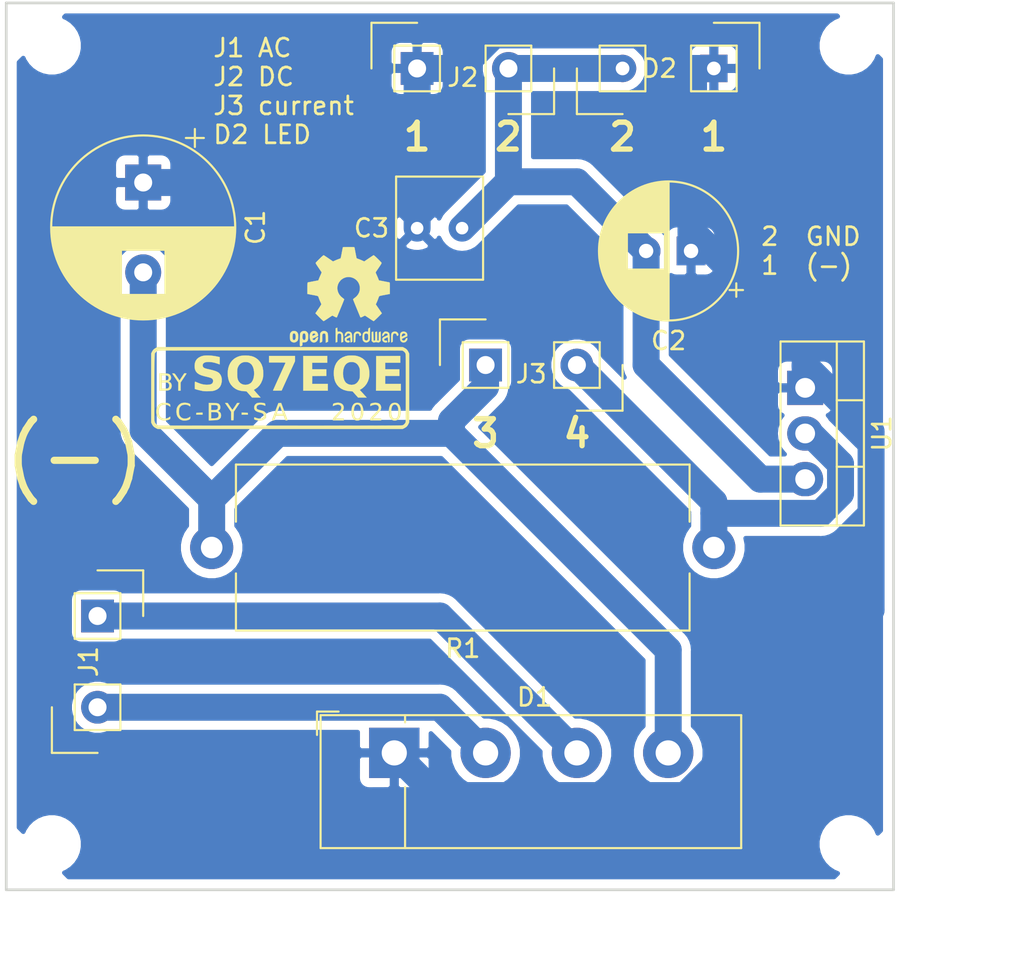
<source format=kicad_pcb>
(kicad_pcb (version 20171130) (host pcbnew 5.1.5-1.fc31)

  (general
    (thickness 1.6)
    (drawings 15)
    (tracks 52)
    (zones 0)
    (modules 16)
    (nets 7)
  )

  (page A4)
  (title_block
    (title "Zasilacz stabilizowany (-) PCB")
    (date 2020-04-07)
    (rev 1.0)
    (company "Msc. Paweł Sobótka")
    (comment 1 "CC-BY-SA 4.0")
    (comment 2 "by SQ7EQE")
  )

  (layers
    (0 F.Cu jumper)
    (31 B.Cu signal)
    (32 B.Adhes user)
    (33 F.Adhes user)
    (34 B.Paste user)
    (35 F.Paste user)
    (36 B.SilkS user)
    (37 F.SilkS user)
    (38 B.Mask user)
    (39 F.Mask user)
    (40 Dwgs.User user)
    (41 Cmts.User user)
    (42 Eco1.User user)
    (43 Eco2.User user)
    (44 Edge.Cuts user)
    (45 Margin user)
    (46 B.CrtYd user)
    (47 F.CrtYd user)
    (48 B.Fab user)
    (49 F.Fab user)
  )

  (setup
    (last_trace_width 1.5)
    (trace_clearance 0.4)
    (zone_clearance 0.508)
    (zone_45_only no)
    (trace_min 0.2)
    (via_size 0.8)
    (via_drill 0.4)
    (via_min_size 0.4)
    (via_min_drill 0.3)
    (uvia_size 0.3)
    (uvia_drill 0.1)
    (uvias_allowed no)
    (uvia_min_size 0.2)
    (uvia_min_drill 0.1)
    (edge_width 0.05)
    (segment_width 0.2)
    (pcb_text_width 0.3)
    (pcb_text_size 1.5 1.5)
    (mod_edge_width 0.12)
    (mod_text_size 1 1)
    (mod_text_width 0.15)
    (pad_size 1.524 1.524)
    (pad_drill 0.762)
    (pad_to_mask_clearance 0.051)
    (solder_mask_min_width 0.25)
    (aux_axis_origin 0 0)
    (visible_elements FFFFFF7F)
    (pcbplotparams
      (layerselection 0x29220_fffffffe)
      (usegerberextensions false)
      (usegerberattributes true)
      (usegerberadvancedattributes true)
      (creategerberjobfile true)
      (excludeedgelayer true)
      (linewidth 0.150000)
      (plotframeref false)
      (viasonmask false)
      (mode 1)
      (useauxorigin false)
      (hpglpennumber 1)
      (hpglpenspeed 20)
      (hpglpendiameter 15.000000)
      (psnegative false)
      (psa4output false)
      (plotreference true)
      (plotvalue true)
      (plotinvisibletext false)
      (padsonsilk false)
      (subtractmaskfromsilk true)
      (outputformat 5)
      (mirror true)
      (drillshape 2)
      (scaleselection 1)
      (outputdirectory "svg/"))
  )

  (net 0 "")
  (net 1 GND)
  (net 2 "Net-(C1-Pad2)")
  (net 3 "Net-(C2-Pad2)")
  (net 4 "Net-(D1-Pad3)")
  (net 5 "Net-(D1-Pad2)")
  (net 6 "Net-(J3-Pad2)")

  (net_class Default "To jest domyślna klasa połączeń."
    (clearance 0.4)
    (trace_width 1.5)
    (via_dia 0.8)
    (via_drill 0.4)
    (uvia_dia 0.3)
    (uvia_drill 0.1)
    (add_net GND)
    (add_net "Net-(C1-Pad2)")
    (add_net "Net-(C2-Pad2)")
    (add_net "Net-(D1-Pad2)")
    (add_net "Net-(D1-Pad3)")
    (add_net "Net-(J3-Pad2)")
  )

  (module logo:logo-cc-by-sa-1 locked (layer F.Cu) (tedit 0) (tstamp 5E8C10CD)
    (at 123.19 85.09)
    (fp_text reference G*** (at 0 0) (layer F.SilkS) hide
      (effects (font (size 1.524 1.524) (thickness 0.3)))
    )
    (fp_text value LOGO (at 0.75 0) (layer F.SilkS) hide
      (effects (font (size 1.524 1.524) (thickness 0.3)))
    )
    (fp_poly (pts (xy 6.683375 -1.397) (xy 5.842 -1.397) (xy 5.842 -1.031875) (xy 6.63575 -1.031875)
      (xy 6.63575 -0.66675) (xy 5.842 -0.66675) (xy 5.842 -0.22225) (xy 6.715125 -0.22225)
      (xy 6.715125 0.15875) (xy 5.333754 0.15875) (xy 5.337845 -0.805657) (xy 5.341937 -1.770063)
      (xy 6.683375 -1.778345) (xy 6.683375 -1.397)) (layer F.SilkS) (width 0.01))
    (fp_poly (pts (xy 2.619375 -1.397) (xy 1.778 -1.397) (xy 1.778 -1.031875) (xy 2.57175 -1.031875)
      (xy 2.57175 -0.667305) (xy 2.178843 -0.663059) (xy 1.785937 -0.658813) (xy 1.78152 -0.440532)
      (xy 1.777104 -0.22225) (xy 2.651125 -0.22225) (xy 2.651125 0.15875) (xy 1.285875 0.15875)
      (xy 1.285875 -1.778) (xy 2.619375 -1.778) (xy 2.619375 -1.397)) (layer F.SilkS) (width 0.01))
    (fp_poly (pts (xy 0.8255 -1.481033) (xy 0.453404 -0.66511) (xy 0.081309 0.150812) (xy -0.157783 0.155194)
      (xy -0.240817 0.156049) (xy -0.311325 0.155504) (xy -0.363833 0.153701) (xy -0.392869 0.150786)
      (xy -0.396875 0.148916) (xy -0.390494 0.132828) (xy -0.372165 0.090576) (xy -0.34311 0.024887)
      (xy -0.30455 -0.061512) (xy -0.257708 -0.165896) (xy -0.203804 -0.285537) (xy -0.144061 -0.41771)
      (xy -0.0797 -0.559687) (xy -0.053998 -0.616276) (xy 0.012073 -0.761733) (xy 0.074262 -0.89876)
      (xy 0.131311 -1.02458) (xy 0.181964 -1.136416) (xy 0.224963 -1.231489) (xy 0.259053 -1.307021)
      (xy 0.282975 -1.360236) (xy 0.295473 -1.388355) (xy 0.29695 -1.391842) (xy 0.294239 -1.398059)
      (xy 0.27883 -1.402975) (xy 0.24777 -1.406727) (xy 0.198103 -1.409452) (xy 0.126877 -1.411286)
      (xy 0.031138 -1.412367) (xy -0.09207 -1.412831) (xy -0.157052 -1.412875) (xy -0.619125 -1.412875)
      (xy -0.619125 -1.778) (xy 0.8255 -1.778) (xy 0.8255 -1.481033)) (layer F.SilkS) (width 0.01))
    (fp_poly (pts (xy -5.230603 -0.807809) (xy -5.208576 -0.803272) (xy -5.207 -0.801464) (xy -5.215403 -0.786323)
      (xy -5.238786 -0.749063) (xy -5.274418 -0.693914) (xy -5.319564 -0.625105) (xy -5.371491 -0.546865)
      (xy -5.373688 -0.543572) (xy -5.540375 -0.293843) (xy -5.540375 0.15875) (xy -5.667375 0.15875)
      (xy -5.667375 -0.302646) (xy -5.834063 -0.546581) (xy -5.886641 -0.624062) (xy -5.932406 -0.692528)
      (xy -5.96855 -0.747695) (xy -5.992267 -0.785279) (xy -6.00075 -0.800984) (xy -5.986669 -0.806346)
      (xy -5.951239 -0.80749) (xy -5.933282 -0.80657) (xy -5.906822 -0.803979) (xy -5.885329 -0.797899)
      (xy -5.864783 -0.784294) (xy -5.841163 -0.75913) (xy -5.81045 -0.718372) (xy -5.768623 -0.657985)
      (xy -5.73322 -0.605776) (xy -5.600628 -0.409864) (xy -5.467131 -0.609745) (xy -5.333634 -0.809625)
      (xy -5.270317 -0.809625) (xy -5.230603 -0.807809)) (layer F.SilkS) (width 0.01))
    (fp_poly (pts (xy -6.480969 -0.806715) (xy -6.373205 -0.802568) (xy -6.291718 -0.795803) (xy -6.231058 -0.784911)
      (xy -6.185773 -0.768385) (xy -6.150409 -0.744716) (xy -6.119516 -0.712397) (xy -6.113694 -0.705145)
      (xy -6.079451 -0.640165) (xy -6.0679 -0.567735) (xy -6.077953 -0.496361) (xy -6.108522 -0.434547)
      (xy -6.153559 -0.393594) (xy -6.20932 -0.360695) (xy -6.150344 -0.327191) (xy -6.086407 -0.275748)
      (xy -6.04848 -0.207875) (xy -6.035603 -0.121583) (xy -6.036529 -0.091068) (xy -6.050675 -0.008265)
      (xy -6.083757 0.053613) (xy -6.140474 0.102015) (xy -6.168338 0.117973) (xy -6.197309 0.131076)
      (xy -6.230411 0.140547) (xy -6.273697 0.147144) (xy -6.333222 0.151628) (xy -6.415043 0.154757)
      (xy -6.473032 0.156206) (xy -6.715125 0.161599) (xy -6.715125 -0.301625) (xy -6.588125 -0.301625)
      (xy -6.588125 0.050515) (xy -6.421763 0.045101) (xy -6.346238 0.042089) (xy -6.295238 0.03784)
      (xy -6.261537 0.030722) (xy -6.237912 0.019106) (xy -6.21714 0.001365) (xy -6.213987 -0.001762)
      (xy -6.181102 -0.054216) (xy -6.169725 -0.117162) (xy -6.178255 -0.181601) (xy -6.205094 -0.238533)
      (xy -6.248645 -0.278962) (xy -6.264552 -0.286459) (xy -6.29832 -0.293358) (xy -6.353796 -0.298615)
      (xy -6.420951 -0.301393) (xy -6.446284 -0.301625) (xy -6.588125 -0.301625) (xy -6.715125 -0.301625)
      (xy -6.715125 -0.6985) (xy -6.588125 -0.6985) (xy -6.588125 -0.409775) (xy -6.431004 -0.415232)
      (xy -6.353676 -0.41906) (xy -6.301212 -0.425009) (xy -6.266736 -0.434369) (xy -6.243374 -0.448428)
      (xy -6.240504 -0.45093) (xy -6.216982 -0.49018) (xy -6.206369 -0.545749) (xy -6.210465 -0.604212)
      (xy -6.216987 -0.626352) (xy -6.245598 -0.66103) (xy -6.301106 -0.684257) (xy -6.384677 -0.696391)
      (xy -6.4524 -0.6985) (xy -6.588125 -0.6985) (xy -6.715125 -0.6985) (xy -6.715125 -0.813086)
      (xy -6.480969 -0.806715)) (layer F.SilkS) (width 0.01))
    (fp_poly (pts (xy -3.856768 -1.79492) (xy -3.697368 -1.777273) (xy -3.535998 -1.749854) (xy -3.472657 -1.736304)
      (xy -3.3655 -1.711956) (xy -3.3655 -1.303968) (xy -3.490551 -1.349606) (xy -3.627449 -1.392503)
      (xy -3.765107 -1.42264) (xy -3.897804 -1.439572) (xy -4.01982 -1.442851) (xy -4.125433 -1.432029)
      (xy -4.208923 -1.406661) (xy -4.210597 -1.405875) (xy -4.267552 -1.364213) (xy -4.301901 -1.308664)
      (xy -4.312859 -1.246584) (xy -4.29964 -1.185328) (xy -4.261458 -1.132252) (xy -4.241488 -1.11659)
      (xy -4.199688 -1.095814) (xy -4.139082 -1.074343) (xy -4.072203 -1.056567) (xy -4.066863 -1.055416)
      (xy -3.899498 -1.018362) (xy -3.760475 -0.983585) (xy -3.646574 -0.949929) (xy -3.554573 -0.916238)
      (xy -3.481253 -0.881354) (xy -3.423391 -0.844121) (xy -3.384625 -0.810433) (xy -3.314511 -0.718244)
      (xy -3.268382 -0.607344) (xy -3.247045 -0.480722) (xy -3.251311 -0.341369) (xy -3.253401 -0.325218)
      (xy -3.284785 -0.188755) (xy -3.338378 -0.074408) (xy -3.41502 0.018692) (xy -3.515551 0.091415)
      (xy -3.640811 0.144629) (xy -3.729524 0.16784) (xy -3.785659 0.175867) (xy -3.864358 0.182087)
      (xy -3.956473 0.186296) (xy -4.05286 0.188289) (xy -4.144372 0.187863) (xy -4.221862 0.184813)
      (xy -4.270375 0.179925) (xy -4.348502 0.165574) (xy -4.442739 0.145287) (xy -4.53895 0.122333)
      (xy -4.623002 0.099978) (xy -4.647407 0.092755) (xy -4.746625 0.062224) (xy -4.746625 -0.145212)
      (xy -4.745924 -0.233289) (xy -4.743573 -0.293345) (xy -4.739205 -0.329083) (xy -4.732452 -0.344207)
      (xy -4.726782 -0.344807) (xy -4.704075 -0.335549) (xy -4.659732 -0.317257) (xy -4.601426 -0.293104)
      (xy -4.56882 -0.279563) (xy -4.420469 -0.224763) (xy -4.284205 -0.190067) (xy -4.149603 -0.173191)
      (xy -4.071938 -0.170674) (xy -3.951293 -0.177403) (xy -3.858001 -0.198919) (xy -3.790981 -0.235887)
      (xy -3.749148 -0.288971) (xy -3.73142 -0.358836) (xy -3.730625 -0.380148) (xy -3.737544 -0.442943)
      (xy -3.760113 -0.485932) (xy -3.762836 -0.488963) (xy -3.784128 -0.510106) (xy -3.807511 -0.528099)
      (xy -3.83707 -0.544365) (xy -3.876888 -0.560328) (xy -3.931052 -0.577411) (xy -4.003644 -0.597037)
      (xy -4.09875 -0.620632) (xy -4.220454 -0.649617) (xy -4.230688 -0.652029) (xy -4.386509 -0.697965)
      (xy -4.513679 -0.756253) (xy -4.613284 -0.828127) (xy -4.686411 -0.914819) (xy -4.734148 -1.017562)
      (xy -4.757583 -1.137588) (xy -4.759344 -1.251438) (xy -4.740951 -1.38711) (xy -4.699594 -1.502097)
      (xy -4.633903 -1.598174) (xy -4.542506 -1.677112) (xy -4.424033 -1.740686) (xy -4.362906 -1.764272)
      (xy -4.267267 -1.787471) (xy -4.147306 -1.800194) (xy -4.00861 -1.802619) (xy -3.856768 -1.79492)) (layer F.SilkS) (width 0.01))
    (fp_poly (pts (xy 4.087612 -1.797844) (xy 4.193582 -1.788715) (xy 4.279532 -1.77348) (xy 4.28625 -1.771726)
      (xy 4.451306 -1.712893) (xy 4.593578 -1.631958) (xy 4.71303 -1.528966) (xy 4.809628 -1.403963)
      (xy 4.883335 -1.256993) (xy 4.934118 -1.088103) (xy 4.961941 -0.897336) (xy 4.961973 -0.896938)
      (xy 4.963268 -0.711119) (xy 4.937256 -0.535334) (xy 4.885111 -0.372124) (xy 4.808004 -0.224033)
      (xy 4.70711 -0.093603) (xy 4.583599 0.016624) (xy 4.521234 0.058784) (xy 4.427854 0.116422)
      (xy 4.481065 0.173304) (xy 4.512428 0.207239) (xy 4.558864 0.257989) (xy 4.614192 0.318782)
      (xy 4.672235 0.382843) (xy 4.674156 0.384968) (xy 4.814034 0.53975) (xy 4.336267 0.53975)
      (xy 4.182172 0.367332) (xy 4.028078 0.194915) (xy 3.88332 0.185628) (xy 3.69886 0.160817)
      (xy 3.533275 0.111678) (xy 3.387517 0.038895) (xy 3.262542 -0.05685) (xy 3.159303 -0.174873)
      (xy 3.078754 -0.314491) (xy 3.038058 -0.419457) (xy 3.008383 -0.542476) (xy 2.99071 -0.683876)
      (xy 2.988832 -0.738448) (xy 3.497536 -0.738448) (xy 3.512708 -0.608851) (xy 3.543322 -0.488071)
      (xy 3.589299 -0.381928) (xy 3.650559 -0.296241) (xy 3.670206 -0.276917) (xy 3.76166 -0.214838)
      (xy 3.867457 -0.177492) (xy 3.980891 -0.165842) (xy 4.095255 -0.180853) (xy 4.167187 -0.205482)
      (xy 4.23743 -0.249857) (xy 4.305416 -0.317212) (xy 4.363816 -0.399184) (xy 4.398682 -0.469602)
      (xy 4.413496 -0.510047) (xy 4.423849 -0.548931) (xy 4.430537 -0.593243) (xy 4.434357 -0.649976)
      (xy 4.436107 -0.726122) (xy 4.436544 -0.801688) (xy 4.436283 -0.896989) (xy 4.434482 -0.967746)
      (xy 4.430326 -1.021157) (xy 4.423003 -1.06442) (xy 4.4117 -1.104733) (xy 4.397999 -1.143)
      (xy 4.3411 -1.254465) (xy 4.265067 -1.341164) (xy 4.171679 -1.401944) (xy 4.062713 -1.435649)
      (xy 3.939948 -1.441126) (xy 3.938845 -1.441048) (xy 3.82513 -1.420804) (xy 3.729674 -1.37654)
      (xy 3.656078 -1.315048) (xy 3.592852 -1.228642) (xy 3.545464 -1.12196) (xy 3.513835 -1.000822)
      (xy 3.497885 -0.871045) (xy 3.497536 -0.738448) (xy 2.988832 -0.738448) (xy 2.985596 -0.832424)
      (xy 2.993597 -0.976888) (xy 3.00616 -1.063625) (xy 3.052575 -1.230696) (xy 3.124735 -1.379817)
      (xy 3.221206 -1.509448) (xy 3.340552 -1.61805) (xy 3.481338 -1.704082) (xy 3.642129 -1.766004)
      (xy 3.667125 -1.772917) (xy 3.751378 -1.788405) (xy 3.85633 -1.797709) (xy 3.971802 -1.800849)
      (xy 4.087612 -1.797844)) (layer F.SilkS) (width 0.01))
    (fp_poly (pts (xy -1.755001 -1.792265) (xy -1.604178 -1.767851) (xy -1.471404 -1.724952) (xy -1.351736 -1.661875)
      (xy -1.240232 -1.576926) (xy -1.217136 -1.555911) (xy -1.111612 -1.435933) (xy -1.031148 -1.2968)
      (xy -0.975693 -1.138365) (xy -0.945199 -0.960481) (xy -0.939613 -0.762999) (xy -0.940211 -0.747054)
      (xy -0.945877 -0.651672) (xy -0.955098 -0.575891) (xy -0.969945 -0.507594) (xy -0.992493 -0.434665)
      (xy -0.99481 -0.427924) (xy -1.062259 -0.273534) (xy -1.15007 -0.139003) (xy -1.255903 -0.027244)
      (xy -1.377417 0.058828) (xy -1.392047 0.066818) (xy -1.431782 0.090169) (xy -1.45648 0.109055)
      (xy -1.4605 0.115281) (xy -1.450405 0.130788) (xy -1.422647 0.165194) (xy -1.381019 0.213996)
      (xy -1.329317 0.272689) (xy -1.306715 0.29787) (xy -1.248911 0.361986) (xy -1.196332 0.420402)
      (xy -1.15382 0.46773) (xy -1.12622 0.498582) (xy -1.121385 0.504031) (xy -1.089841 0.53975)
      (xy -1.326765 0.539718) (xy -1.563688 0.539687) (xy -1.717467 0.367554) (xy -1.871245 0.19542)
      (xy -2.019092 0.185187) (xy -2.191282 0.163535) (xy -2.341209 0.122919) (xy -2.473361 0.061471)
      (xy -2.592229 -0.022674) (xy -2.652384 -0.078117) (xy -2.746756 -0.188402) (xy -2.818713 -0.309851)
      (xy -2.87003 -0.446873) (xy -2.902482 -0.603874) (xy -2.915068 -0.73025) (xy -2.914676 -0.809625)
      (xy -2.388706 -0.809625) (xy -2.387194 -0.687929) (xy -2.381223 -0.591604) (xy -2.369441 -0.514424)
      (xy -2.350495 -0.450162) (xy -2.323034 -0.392592) (xy -2.285775 -0.335583) (xy -2.211607 -0.25902)
      (xy -2.119422 -0.204893) (xy -2.014775 -0.174374) (xy -1.903225 -0.168632) (xy -1.790329 -0.188837)
      (xy -1.719198 -0.216277) (xy -1.663933 -0.248129) (xy -1.614047 -0.286013) (xy -1.593629 -0.306405)
      (xy -1.532046 -0.400994) (xy -1.48729 -0.515074) (xy -1.459275 -0.642492) (xy -1.44791 -0.777093)
      (xy -1.453107 -0.912723) (xy -1.474777 -1.043227) (xy -1.512831 -1.162452) (xy -1.56718 -1.264242)
      (xy -1.608204 -1.315048) (xy -1.691337 -1.38252) (xy -1.788532 -1.424099) (xy -1.890971 -1.441048)
      (xy -2.013447 -1.435427) (xy -2.123418 -1.401255) (xy -2.21839 -1.34011) (xy -2.295869 -1.253572)
      (xy -2.350713 -1.15) (xy -2.365335 -1.110276) (xy -2.375632 -1.072251) (xy -2.382362 -1.029137)
      (xy -2.386281 -0.974147) (xy -2.388148 -0.900493) (xy -2.388706 -0.809625) (xy -2.914676 -0.809625)
      (xy -2.914145 -0.916702) (xy -2.887781 -1.091387) (xy -2.837149 -1.251888) (xy -2.763418 -1.395787)
      (xy -2.667759 -1.520666) (xy -2.551344 -1.624107) (xy -2.45264 -1.685367) (xy -2.354133 -1.732201)
      (xy -2.260559 -1.765058) (xy -2.162716 -1.78595) (xy -2.051402 -1.796888) (xy -1.928813 -1.799889)
      (xy -1.755001 -1.792265)) (layer F.SilkS) (width 0.01))
    (fp_poly (pts (xy -1.801813 1.389062) (xy -1.796838 1.440656) (xy -1.791864 1.49225) (xy -2.143125 1.49225)
      (xy -2.143125 1.38005) (xy -1.801813 1.389062)) (layer F.SilkS) (width 0.01))
    (fp_poly (pts (xy -4.318 1.49225) (xy -4.669262 1.49225) (xy -4.664288 1.440656) (xy -4.659313 1.389062)
      (xy -4.488657 1.384556) (xy -4.318 1.38005) (xy -4.318 1.49225)) (layer F.SilkS) (width 0.01))
    (fp_poly (pts (xy 5.414518 0.840332) (xy 5.491743 0.868822) (xy 5.505684 0.877232) (xy 5.568258 0.936395)
      (xy 5.606721 1.01167) (xy 5.619643 1.096952) (xy 5.605596 1.186137) (xy 5.588219 1.229858)
      (xy 5.566808 1.262981) (xy 5.527515 1.313402) (xy 5.474772 1.37583) (xy 5.413009 1.444976)
      (xy 5.364628 1.496808) (xy 5.172567 1.698625) (xy 5.61975 1.698625) (xy 5.61975 1.80975)
      (xy 5.0165 1.80975) (xy 5.0165 1.751789) (xy 5.018193 1.729512) (xy 5.025265 1.707218)
      (xy 5.040707 1.681003) (xy 5.067508 1.646966) (xy 5.108658 1.601206) (xy 5.167146 1.53982)
      (xy 5.222692 1.482714) (xy 5.314782 1.386252) (xy 5.384938 1.307152) (xy 5.435308 1.242087)
      (xy 5.468044 1.187729) (xy 5.485294 1.140753) (xy 5.489209 1.097831) (xy 5.486428 1.074593)
      (xy 5.460282 1.010519) (xy 5.411693 0.965715) (xy 5.344122 0.941093) (xy 5.261031 0.937566)
      (xy 5.165882 0.956045) (xy 5.110558 0.975556) (xy 5.014748 1.014487) (xy 5.019592 0.94834)
      (xy 5.023444 0.911963) (xy 5.033199 0.889602) (xy 5.056207 0.874231) (xy 5.099815 0.858821)
      (xy 5.119687 0.85262) (xy 5.219299 0.831645) (xy 5.32064 0.827745) (xy 5.414518 0.840332)) (layer F.SilkS) (width 0.01))
    (fp_poly (pts (xy 3.347706 0.845727) (xy 3.42663 0.883406) (xy 3.48688 0.938552) (xy 3.525132 1.009439)
      (xy 3.538062 1.094345) (xy 3.537027 1.116638) (xy 3.530481 1.161287) (xy 3.516779 1.20444)
      (xy 3.493196 1.250103) (xy 3.457008 1.302283) (xy 3.405491 1.364985) (xy 3.335919 1.442214)
      (xy 3.262691 1.520031) (xy 3.092637 1.698625) (xy 3.540125 1.698625) (xy 3.540125 1.80975)
      (xy 2.936875 1.80975) (xy 2.936875 1.752386) (xy 2.938666 1.730158) (xy 2.946021 1.707618)
      (xy 2.961911 1.680856) (xy 2.989309 1.645961) (xy 3.031186 1.599023) (xy 3.090514 1.536133)
      (xy 3.141566 1.483063) (xy 3.216753 1.403127) (xy 3.282473 1.329216) (xy 3.334947 1.265814)
      (xy 3.370393 1.217405) (xy 3.38136 1.198592) (xy 3.406556 1.121009) (xy 3.401808 1.053537)
      (xy 3.367 0.995405) (xy 3.347867 0.977269) (xy 3.287194 0.945957) (xy 3.208406 0.935738)
      (xy 3.117148 0.946647) (xy 3.027313 0.975259) (xy 2.935189 1.01314) (xy 2.94 0.947579)
      (xy 2.944194 0.910208) (xy 2.954975 0.887729) (xy 2.980081 0.872345) (xy 3.027252 0.856253)
      (xy 3.032125 0.854729) (xy 3.147129 0.829664) (xy 3.253431 0.827238) (xy 3.347706 0.845727)) (layer F.SilkS) (width 0.01))
    (fp_poly (pts (xy 0.23433 1.313284) (xy 0.277953 1.428996) (xy 0.317716 1.535189) (xy 0.352277 1.628225)
      (xy 0.380296 1.704465) (xy 0.40043 1.76027) (xy 0.41134 1.792001) (xy 0.412924 1.797843)
      (xy 0.39873 1.805359) (xy 0.363563 1.809481) (xy 0.35039 1.80975) (xy 0.314843 1.808212)
      (xy 0.292716 1.798823) (xy 0.276176 1.774422) (xy 0.257388 1.727844) (xy 0.255605 1.723084)
      (xy 0.235743 1.667716) (xy 0.219504 1.618451) (xy 0.213056 1.596084) (xy 0.202933 1.55575)
      (xy -0.2355 1.55575) (xy -0.263198 1.631156) (xy -0.290899 1.706355) (xy -0.31093 1.756825)
      (xy -0.326979 1.787483) (xy -0.342736 1.803249) (xy -0.361888 1.809042) (xy -0.388126 1.809779)
      (xy -0.397135 1.80975) (xy -0.438268 1.807697) (xy -0.454663 1.799281) (xy -0.453476 1.781968)
      (xy -0.445713 1.760597) (xy -0.428087 1.713463) (xy -0.402071 1.64446) (xy -0.369138 1.557482)
      (xy -0.33076 1.456424) (xy -0.32232 1.434254) (xy -0.1905 1.434254) (xy -0.1757 1.438439)
      (xy -0.13559 1.441816) (xy -0.076608 1.443998) (xy -0.017521 1.444625) (xy 0.155458 1.444625)
      (xy 0.075361 1.226343) (xy 0.046277 1.148194) (xy 0.020388 1.080687) (xy -0.00009 1.029455)
      (xy -0.012936 1.000129) (xy -0.015499 0.995725) (xy -0.023472 1.006291) (xy -0.039988 1.040541)
      (xy -0.06261 1.092369) (xy -0.0889 1.155669) (xy -0.116423 1.224333) (xy -0.142741 1.292254)
      (xy -0.165416 1.353327) (xy -0.182013 1.401445) (xy -0.190095 1.430501) (xy -0.1905 1.434254)
      (xy -0.32232 1.434254) (xy -0.28841 1.34518) (xy -0.27185 1.30175) (xy -0.099264 0.849312)
      (xy -0.021851 0.844972) (xy 0.055562 0.840631) (xy 0.23433 1.313284)) (layer F.SilkS) (width 0.01))
    (fp_poly (pts (xy -2.794 1.031875) (xy -2.747908 1.099519) (xy -2.707577 1.156545) (xy -2.676434 1.19827)
      (xy -2.657905 1.220016) (xy -2.654781 1.222071) (xy -2.642382 1.209406) (xy -2.616177 1.174801)
      (xy -2.579569 1.122996) (xy -2.535963 1.058731) (xy -2.517965 1.031571) (xy -2.392741 0.841375)
      (xy -2.253742 0.841375) (xy -2.416715 1.083468) (xy -2.579688 1.325562) (xy -2.587625 1.563687)
      (xy -2.595563 1.801812) (xy -2.651693 1.806536) (xy -2.692147 1.80677) (xy -2.717575 1.80114)
      (xy -2.719162 1.799922) (xy -2.723201 1.78078) (xy -2.726606 1.735861) (xy -2.729094 1.671135)
      (xy -2.730383 1.592574) (xy -2.7305 1.559589) (xy -2.7305 1.330595) (xy -2.89793 1.085985)
      (xy -3.065359 0.841375) (xy -2.921627 0.841375) (xy -2.794 1.031875)) (layer F.SilkS) (width 0.01))
    (fp_poly (pts (xy -3.726657 0.843918) (xy -3.616147 0.847631) (xy -3.532374 0.854378) (xy -3.470349 0.865962)
      (xy -3.425081 0.884185) (xy -3.391583 0.91085) (xy -3.364864 0.94776) (xy -3.347377 0.980957)
      (xy -3.325053 1.05749) (xy -3.328948 1.133015) (xy -3.357006 1.20026) (xy -3.40717 1.251953)
      (xy -3.427423 1.263955) (xy -3.448028 1.276116) (xy -3.448253 1.287005) (xy -3.425192 1.303596)
      (xy -3.406192 1.314928) (xy -3.342198 1.365081) (xy -3.304168 1.427201) (xy -3.28951 1.506566)
      (xy -3.289967 1.551505) (xy -3.295755 1.611799) (xy -3.307676 1.652706) (xy -3.330072 1.686538)
      (xy -3.342423 1.700304) (xy -3.379207 1.735129) (xy -3.418443 1.760997) (xy -3.46579 1.779436)
      (xy -3.526905 1.791976) (xy -3.607445 1.800144) (xy -3.713068 1.805468) (xy -3.734594 1.806222)
      (xy -3.96875 1.814064) (xy -3.96875 1.349375) (xy -3.84175 1.349375) (xy -3.84175 1.698625)
      (xy -3.706303 1.698625) (xy -3.625761 1.695576) (xy -3.55832 1.687205) (xy -3.517081 1.676156)
      (xy -3.463223 1.640804) (xy -3.433203 1.587777) (xy -3.424671 1.520031) (xy -3.435805 1.445055)
      (xy -3.468304 1.390966) (xy -3.502929 1.367003) (xy -3.535618 1.359206) (xy -3.59055 1.353174)
      (xy -3.658232 1.349794) (xy -3.691685 1.349375) (xy -3.84175 1.349375) (xy -3.96875 1.349375)
      (xy -3.96875 0.9525) (xy -3.84175 0.9525) (xy -3.84175 1.23825) (xy -3.717119 1.23825)
      (xy -3.649808 1.236001) (xy -3.588417 1.230073) (xy -3.545197 1.221695) (xy -3.542159 1.220705)
      (xy -3.495682 1.195365) (xy -3.469925 1.155363) (xy -3.460906 1.093899) (xy -3.46075 1.081695)
      (xy -3.466646 1.031894) (xy -3.488623 0.997532) (xy -3.502579 0.985402) (xy -3.52756 0.969404)
      (xy -3.558176 0.95951) (xy -3.602324 0.954357) (xy -3.667903 0.952579) (xy -3.693079 0.9525)
      (xy -3.84175 0.9525) (xy -3.96875 0.9525) (xy -3.96875 0.838525) (xy -3.726657 0.843918)) (layer F.SilkS) (width 0.01))
    (fp_poly (pts (xy 6.457557 0.833937) (xy 6.538086 0.865471) (xy 6.603233 0.924142) (xy 6.639368 0.979129)
      (xy 6.678784 1.077808) (xy 6.702959 1.195343) (xy 6.7115 1.322527) (xy 6.704014 1.450153)
      (xy 6.68011 1.569012) (xy 6.666303 1.610866) (xy 6.617376 1.701305) (xy 6.549273 1.768067)
      (xy 6.465954 1.809156) (xy 6.371378 1.822578) (xy 6.275025 1.807976) (xy 6.216922 1.777728)
      (xy 6.159984 1.725118) (xy 6.112231 1.658787) (xy 6.087525 1.605959) (xy 6.07041 1.537508)
      (xy 6.058321 1.448505) (xy 6.053045 1.368715) (xy 6.179689 1.368715) (xy 6.188037 1.469951)
      (xy 6.2065 1.557789) (xy 6.216258 1.58586) (xy 6.242165 1.63488) (xy 6.27406 1.675469)
      (xy 6.282545 1.683047) (xy 6.338873 1.70905) (xy 6.404161 1.712537) (xy 6.465017 1.693541)
      (xy 6.481587 1.682548) (xy 6.524367 1.629628) (xy 6.554732 1.548585) (xy 6.57235 1.440661)
      (xy 6.577051 1.325562) (xy 6.573147 1.210691) (xy 6.561325 1.121369) (xy 6.540336 1.052104)
      (xy 6.508933 0.997404) (xy 6.499965 0.986138) (xy 6.445025 0.942072) (xy 6.382776 0.925686)
      (xy 6.320437 0.93643) (xy 6.265227 0.973752) (xy 6.24017 1.005966) (xy 6.211695 1.072706)
      (xy 6.191881 1.161283) (xy 6.181091 1.262889) (xy 6.179689 1.368715) (xy 6.053045 1.368715)
      (xy 6.051796 1.349832) (xy 6.051373 1.252369) (xy 6.057593 1.166997) (xy 6.063935 1.129609)
      (xy 6.097699 1.01755) (xy 6.144056 0.933366) (xy 6.205031 0.874991) (xy 6.282647 0.84036)
      (xy 6.359318 0.828283) (xy 6.457557 0.833937)) (layer F.SilkS) (width 0.01))
    (fp_poly (pts (xy 4.374985 0.834127) (xy 4.454852 0.86409) (xy 4.51878 0.920366) (xy 4.560444 0.985472)
      (xy 4.600661 1.088937) (xy 4.624414 1.204651) (xy 4.632148 1.325807) (xy 4.624308 1.445594)
      (xy 4.60134 1.557204) (xy 4.563688 1.653827) (xy 4.511863 1.728586) (xy 4.434706 1.788269)
      (xy 4.346135 1.818748) (xy 4.248478 1.819441) (xy 4.19507 1.80789) (xy 4.124405 1.771377)
      (xy 4.06385 1.707188) (xy 4.016026 1.6185) (xy 3.998978 1.570201) (xy 3.977309 1.46807)
      (xy 3.971227 1.391767) (xy 4.098558 1.391767) (xy 4.112178 1.507525) (xy 4.140751 1.598818)
      (xy 4.183768 1.664486) (xy 4.240722 1.703367) (xy 4.302105 1.7145) (xy 4.354126 1.708749)
      (xy 4.39311 1.686557) (xy 4.412816 1.667338) (xy 4.444097 1.622032) (xy 4.46995 1.564704)
      (xy 4.476146 1.544307) (xy 4.486442 1.482384) (xy 4.49261 1.400895) (xy 4.494615 1.310418)
      (xy 4.492425 1.221533) (xy 4.486008 1.144819) (xy 4.477529 1.098269) (xy 4.444943 1.020537)
      (xy 4.398359 0.965252) (xy 4.34291 0.933276) (xy 4.283729 0.925472) (xy 4.225949 0.942702)
      (xy 4.174704 0.985829) (xy 4.140903 1.041702) (xy 4.120344 1.10756) (xy 4.105578 1.195548)
      (xy 4.100398 1.252708) (xy 4.098558 1.391767) (xy 3.971227 1.391767) (xy 3.968141 1.353063)
      (xy 3.971103 1.235281) (xy 3.985826 1.124827) (xy 4.011938 1.031804) (xy 4.019349 1.014301)
      (xy 4.069585 0.928873) (xy 4.13103 0.871368) (xy 4.207908 0.838734) (xy 4.276249 0.828862)
      (xy 4.374985 0.834127)) (layer F.SilkS) (width 0.01))
    (fp_poly (pts (xy -1.038823 0.829878) (xy -0.957797 0.836938) (xy -0.912813 0.8457) (xy -0.866226 0.859585)
      (xy -0.842106 0.874338) (xy -0.832139 0.898594) (xy -0.828578 0.933171) (xy -0.823718 0.999249)
      (xy -0.883034 0.974465) (xy -0.974079 0.945607) (xy -1.065838 0.932668) (xy -1.151461 0.93529)
      (xy -1.2241 0.953112) (xy -1.276906 0.985775) (xy -1.285734 0.995613) (xy -1.311349 1.048315)
      (xy -1.315874 1.106466) (xy -1.299241 1.157956) (xy -1.286713 1.173912) (xy -1.251728 1.197267)
      (xy -1.202516 1.217499) (xy -1.187494 1.221737) (xy -1.088927 1.246421) (xy -1.01586 1.265834)
      (xy -0.962902 1.28204) (xy -0.92466 1.297101) (xy -0.895743 1.31308) (xy -0.870759 1.33204)
      (xy -0.849753 1.350953) (xy -0.785813 1.410596) (xy -0.785813 1.669153) (xy -0.850652 1.729634)
      (xy -0.92385 1.778596) (xy -1.016265 1.811191) (xy -1.118824 1.825463) (xy -1.222455 1.819457)
      (xy -1.246188 1.814846) (xy -1.279331 1.806605) (xy -1.329215 1.793324) (xy -1.361282 1.784494)
      (xy -1.409093 1.770141) (xy -1.433875 1.756268) (xy -1.443196 1.734884) (xy -1.444625 1.697995)
      (xy -1.444625 1.696483) (xy -1.442769 1.656001) (xy -1.434875 1.640553) (xy -1.417457 1.643523)
      (xy -1.416844 1.643787) (xy -1.303537 1.684745) (xy -1.198755 1.706931) (xy -1.105522 1.711113)
      (xy -1.02686 1.698061) (xy -0.965791 1.668542) (xy -0.925337 1.623325) (xy -0.90852 1.563179)
      (xy -0.91189 1.5154) (xy -0.930649 1.466466) (xy -0.968895 1.428201) (xy -1.030627 1.3979)
      (xy -1.119848 1.372859) (xy -1.124222 1.37189) (xy -1.240497 1.340509) (xy -1.327919 1.302689)
      (xy -1.38911 1.256178) (xy -1.42669 1.198722) (xy -1.443279 1.128068) (xy -1.444625 1.096434)
      (xy -1.431661 1.005488) (xy -1.392327 0.931883) (xy -1.333221 0.878993) (xy -1.295087 0.856564)
      (xy -1.256939 0.842585) (xy -1.208621 0.834598) (xy -1.139976 0.830146) (xy -1.129565 0.829719)
      (xy -1.038823 0.829878)) (layer F.SilkS) (width 0.01))
    (fp_poly (pts (xy -5.173998 0.84017) (xy -5.082126 0.866906) (xy -5.076032 0.86954) (xy -5.031733 0.890929)
      (xy -5.009394 0.910168) (xy -5.001529 0.936982) (xy -5.000625 0.967482) (xy -5.002211 1.007594)
      (xy -5.006176 1.030105) (xy -5.007858 1.031875) (xy -5.024199 1.023763) (xy -5.056875 1.003332)
      (xy -5.072955 0.992607) (xy -5.132767 0.96006) (xy -5.199007 0.942162) (xy -5.28083 0.937092)
      (xy -5.340361 0.939396) (xy -5.436143 0.957378) (xy -5.51227 0.999269) (xy -5.57237 1.067392)
      (xy -5.591562 1.100263) (xy -5.609119 1.139612) (xy -5.619878 1.182303) (xy -5.625369 1.237696)
      (xy -5.627124 1.315154) (xy -5.627134 1.317625) (xy -5.626121 1.394999) (xy -5.621323 1.450696)
      (xy -5.611108 1.494713) (xy -5.593844 1.537051) (xy -5.590046 1.544891) (xy -5.536165 1.621225)
      (xy -5.463499 1.675457) (xy -5.376865 1.706718) (xy -5.281085 1.714141) (xy -5.180975 1.696856)
      (xy -5.081357 1.653996) (xy -5.059202 1.640545) (xy -4.998716 1.60166) (xy -5.00364 1.669986)
      (xy -5.008951 1.711716) (xy -5.022586 1.737992) (xy -5.052557 1.759525) (xy -5.082059 1.774794)
      (xy -5.155339 1.800234) (xy -5.245496 1.81582) (xy -5.338815 1.820208) (xy -5.421584 1.812052)
      (xy -5.433735 1.809292) (xy -5.541906 1.767449) (xy -5.630712 1.700894) (xy -5.701246 1.60869)
      (xy -5.728047 1.556987) (xy -5.756039 1.467758) (xy -5.769276 1.361863) (xy -5.767449 1.25091)
      (xy -5.750243 1.146508) (xy -5.740023 1.112176) (xy -5.69344 1.020179) (xy -5.623882 0.939176)
      (xy -5.539087 0.876919) (xy -5.477959 0.849672) (xy -5.385558 0.830879) (xy -5.27969 0.827936)
      (xy -5.173998 0.84017)) (layer F.SilkS) (width 0.01))
    (fp_poly (pts (xy -6.352673 0.834671) (xy -6.297532 0.839536) (xy -6.253819 0.849781) (xy -6.211403 0.867151)
      (xy -6.199188 0.873125) (xy -6.153414 0.897792) (xy -6.129055 0.919218) (xy -6.118511 0.947058)
      (xy -6.114936 0.98019) (xy -6.110059 1.047567) (xy -6.192907 0.996066) (xy -6.242716 0.967959)
      (xy -6.287984 0.951371) (xy -6.341772 0.942667) (xy -6.397746 0.939025) (xy -6.502341 0.942805)
      (xy -6.584959 0.966013) (xy -6.650066 1.010498) (xy -6.691225 1.060645) (xy -6.731686 1.146055)
      (xy -6.753347 1.245634) (xy -6.756632 1.351082) (xy -6.741967 1.454096) (xy -6.709775 1.546375)
      (xy -6.662774 1.617158) (xy -6.592276 1.671569) (xy -6.505636 1.7037) (xy -6.409687 1.713185)
      (xy -6.311264 1.699657) (xy -6.217199 1.662748) (xy -6.184489 1.642835) (xy -6.147788 1.618938)
      (xy -6.123377 1.604915) (xy -6.119108 1.603375) (xy -6.114602 1.617486) (xy -6.112074 1.652789)
      (xy -6.111875 1.667753) (xy -6.113489 1.704396) (xy -6.122942 1.727958) (xy -6.147153 1.746802)
      (xy -6.193041 1.769288) (xy -6.197634 1.771392) (xy -6.283389 1.800026) (xy -6.382041 1.816617)
      (xy -6.478996 1.819447) (xy -6.5405 1.811796) (xy -6.644769 1.774333) (xy -6.736586 1.712704)
      (xy -6.81019 1.632095) (xy -6.85982 1.53769) (xy -6.866012 1.5188) (xy -6.883537 1.429847)
      (xy -6.889602 1.328431) (xy -6.884416 1.227079) (xy -6.86819 1.138314) (xy -6.859169 1.110482)
      (xy -6.814068 1.016446) (xy -6.756238 0.945156) (xy -6.678501 0.888093) (xy -6.665441 0.880655)
      (xy -6.621883 0.858117) (xy -6.583776 0.844139) (xy -6.541073 0.836713) (xy -6.48373 0.833829)
      (xy -6.429375 0.833437) (xy -6.352673 0.834671)) (layer F.SilkS) (width 0.01))
    (fp_poly (pts (xy 6.918328 -2.221579) (xy 7.004848 -2.169067) (xy 7.070501 -2.105317) (xy 7.123874 -2.021369)
      (xy 7.13812 -1.992313) (xy 7.175189 -1.912938) (xy 7.175189 1.928812) (xy 7.13812 2.008187)
      (xy 7.086683 2.099579) (xy 7.02543 2.168204) (xy 6.945771 2.223023) (xy 6.918328 2.237453)
      (xy 6.821178 2.286) (xy -6.821179 2.286) (xy -6.918329 2.237453) (xy -7.004849 2.184941)
      (xy -7.070502 2.121191) (xy -7.123875 2.037243) (xy -7.138121 2.008187) (xy -7.17519 1.928812)
      (xy -7.17519 0.838471) (xy -6.998817 0.838471) (xy -6.99865 1.033975) (xy -6.998319 1.213267)
      (xy -6.997829 1.374238) (xy -6.997187 1.514781) (xy -6.996397 1.632787) (xy -6.995465 1.726147)
      (xy -6.994397 1.792755) (xy -6.993198 1.830501) (xy -6.992723 1.83673) (xy -6.967832 1.929836)
      (xy -6.919429 2.007544) (xy -6.851566 2.065002) (xy -6.776676 2.095513) (xy -6.75728 2.096376)
      (xy -6.707176 2.097213) (xy -6.627404 2.098022) (xy -6.519006 2.098802) (xy -6.383023 2.099551)
      (xy -6.220497 2.100267) (xy -6.032468 2.100949) (xy -5.819978 2.101596) (xy -5.584069 2.102206)
      (xy -5.32578 2.102777) (xy -5.046155 2.103308) (xy -4.746234 2.103796) (xy -4.427058 2.104242)
      (xy -4.089668 2.104642) (xy -3.735107 2.104995) (xy -3.364414 2.105301) (xy -2.978632 2.105556)
      (xy -2.578802 2.10576) (xy -2.165965 2.105912) (xy -1.741162 2.106008) (xy -1.305434 2.106049)
      (xy -0.859823 2.106032) (xy -0.405371 2.105956) (xy 0.03175 2.105827) (xy 0.584527 2.105627)
      (xy 1.106445 2.105425) (xy 1.598392 2.105217) (xy 2.061258 2.105001) (xy 2.495934 2.104771)
      (xy 2.903309 2.104525) (xy 3.284272 2.104258) (xy 3.639714 2.103966) (xy 3.970525 2.103646)
      (xy 4.277593 2.103293) (xy 4.56181 2.102904) (xy 4.824064 2.102475) (xy 5.065246 2.102001)
      (xy 5.286245 2.10148) (xy 5.487952 2.100908) (xy 5.671255 2.100279) (xy 5.837045 2.099591)
      (xy 5.986211 2.09884) (xy 6.119644 2.098022) (xy 6.238233 2.097132) (xy 6.342868 2.096167)
      (xy 6.434439 2.095124) (xy 6.513835 2.093998) (xy 6.581947 2.092785) (xy 6.639663 2.091482)
      (xy 6.687875 2.090085) (xy 6.727471 2.088589) (xy 6.759342 2.086991) (xy 6.784377 2.085288)
      (xy 6.803466 2.083474) (xy 6.817499 2.081547) (xy 6.827366 2.079502) (xy 6.833956 2.077336)
      (xy 6.836265 2.076226) (xy 6.892935 2.034482) (xy 6.94295 1.979044) (xy 6.976336 1.921519)
      (xy 6.981035 1.907745) (xy 6.982571 1.886645) (xy 6.984048 1.83581) (xy 6.985456 1.757258)
      (xy 6.986781 1.653005) (xy 6.98801 1.525065) (xy 6.989132 1.375456) (xy 6.990134 1.206194)
      (xy 6.991003 1.019294) (xy 6.991727 0.816773) (xy 6.992293 0.600646) (xy 6.992689 0.37293)
      (xy 6.992902 0.135641) (xy 6.992937 -0.007938) (xy 6.992914 -0.29226) (xy 6.992827 -0.546553)
      (xy 6.992654 -0.772537) (xy 6.992368 -0.971934) (xy 6.991947 -1.146464) (xy 6.991365 -1.297848)
      (xy 6.990599 -1.427806) (xy 6.989624 -1.53806) (xy 6.988415 -1.63033) (xy 6.986948 -1.706338)
      (xy 6.9852 -1.767803) (xy 6.983144 -1.816446) (xy 6.980758 -1.853989) (xy 6.978017 -1.882153)
      (xy 6.974897 -1.902657) (xy 6.971372 -1.917222) (xy 6.967419 -1.927571) (xy 6.965726 -1.930891)
      (xy 6.923982 -1.987561) (xy 6.868544 -2.037576) (xy 6.811019 -2.070962) (xy 6.797245 -2.075661)
      (xy 6.778276 -2.07657) (xy 6.728818 -2.077441) (xy 6.650131 -2.078276) (xy 6.543475 -2.079074)
      (xy 6.410112 -2.079835) (xy 6.251302 -2.080559) (xy 6.068305 -2.081247) (xy 5.862382 -2.081897)
      (xy 5.634793 -2.082511) (xy 5.3868 -2.083089) (xy 5.119662 -2.083629) (xy 4.83464 -2.084133)
      (xy 4.532995 -2.084599) (xy 4.215988 -2.085029) (xy 3.884878 -2.085423) (xy 3.540926 -2.085779)
      (xy 3.185394 -2.086099) (xy 2.819541 -2.086381) (xy 2.444628 -2.086627) (xy 2.061916 -2.086837)
      (xy 1.672664 -2.087009) (xy 1.278135 -2.087145) (xy 0.879588 -2.087244) (xy 0.478284 -2.087306)
      (xy 0.075483 -2.087331) (xy -0.327554 -2.087319) (xy -0.729566 -2.087271) (xy -1.129293 -2.087186)
      (xy -1.525475 -2.087064) (xy -1.91685 -2.086906) (xy -2.302159 -2.08671) (xy -2.68014 -2.086478)
      (xy -3.049533 -2.086209) (xy -3.409078 -2.085903) (xy -3.757514 -2.08556) (xy -4.093581 -2.085181)
      (xy -4.416017 -2.084765) (xy -4.723562 -2.084312) (xy -5.014957 -2.083822) (xy -5.288939 -2.083295)
      (xy -5.54425 -2.082732) (xy -5.779627 -2.082132) (xy -5.993811 -2.081495) (xy -6.18554 -2.080821)
      (xy -6.353556 -2.08011) (xy -6.496596 -2.079363) (xy -6.6134 -2.078579) (xy -6.702708 -2.077758)
      (xy -6.763259 -2.0769) (xy -6.793793 -2.076006) (xy -6.797246 -2.075661) (xy -6.853424 -2.04819)
      (xy -6.910513 -2.001514) (xy -6.956905 -1.945607) (xy -6.965727 -1.930891) (xy -6.969922 -1.921548)
      (xy -6.973678 -1.908518) (xy -6.977024 -1.890054) (xy -6.979992 -1.86441) (xy -6.98261 -1.829838)
      (xy -6.984909 -1.784592) (xy -6.986918 -1.726924) (xy -6.988668 -1.65509) (xy -6.990189 -1.56734)
      (xy -6.99151 -1.46193) (xy -6.992661 -1.337111) (xy -6.993673 -1.191138) (xy -6.994574 -1.022263)
      (xy -6.995396 -0.82874) (xy -6.996168 -0.608821) (xy -6.996921 -0.360761) (xy -6.997683 -0.082812)
      (xy -6.997734 -0.0635) (xy -6.998278 0.175769) (xy -6.998637 0.40726) (xy -6.998815 0.628864)
      (xy -6.998817 0.838471) (xy -7.17519 0.838471) (xy -7.17519 -1.912938) (xy -7.138121 -1.992313)
      (xy -7.086684 -2.083705) (xy -7.025431 -2.15233) (xy -6.945772 -2.207149) (xy -6.918329 -2.221579)
      (xy -6.821179 -2.270125) (xy 6.821178 -2.270125) (xy 6.918328 -2.221579)) (layer F.SilkS) (width 0.01))
  )

  (module Symbol:OSHW-Logo2_7.3x6mm_SilkScreen locked (layer F.Cu) (tedit 0) (tstamp 5E8BF561)
    (at 127 80.01)
    (descr "Open Source Hardware Symbol")
    (tags "Logo Symbol OSHW")
    (attr virtual)
    (fp_text reference REF** (at 0 0) (layer F.SilkS) hide
      (effects (font (size 1 1) (thickness 0.15)))
    )
    (fp_text value OSHW-Logo2_7.3x6mm_SilkScreen (at 0.75 0) (layer F.Fab) hide
      (effects (font (size 1 1) (thickness 0.15)))
    )
    (fp_poly (pts (xy 0.10391 -2.757652) (xy 0.182454 -2.757222) (xy 0.239298 -2.756058) (xy 0.278105 -2.753793)
      (xy 0.302538 -2.75006) (xy 0.316262 -2.744494) (xy 0.32294 -2.736727) (xy 0.326236 -2.726395)
      (xy 0.326556 -2.725057) (xy 0.331562 -2.700921) (xy 0.340829 -2.653299) (xy 0.353392 -2.587259)
      (xy 0.368287 -2.507872) (xy 0.384551 -2.420204) (xy 0.385119 -2.417125) (xy 0.40141 -2.331211)
      (xy 0.416652 -2.255304) (xy 0.429861 -2.193955) (xy 0.440054 -2.151718) (xy 0.446248 -2.133145)
      (xy 0.446543 -2.132816) (xy 0.464788 -2.123747) (xy 0.502405 -2.108633) (xy 0.551271 -2.090738)
      (xy 0.551543 -2.090642) (xy 0.613093 -2.067507) (xy 0.685657 -2.038035) (xy 0.754057 -2.008403)
      (xy 0.757294 -2.006938) (xy 0.868702 -1.956374) (xy 1.115399 -2.12484) (xy 1.191077 -2.176197)
      (xy 1.259631 -2.222111) (xy 1.317088 -2.25997) (xy 1.359476 -2.287163) (xy 1.382825 -2.301079)
      (xy 1.385042 -2.302111) (xy 1.40201 -2.297516) (xy 1.433701 -2.275345) (xy 1.481352 -2.234553)
      (xy 1.546198 -2.174095) (xy 1.612397 -2.109773) (xy 1.676214 -2.046388) (xy 1.733329 -1.988549)
      (xy 1.780305 -1.939825) (xy 1.813703 -1.90379) (xy 1.830085 -1.884016) (xy 1.830694 -1.882998)
      (xy 1.832505 -1.869428) (xy 1.825683 -1.847267) (xy 1.80854 -1.813522) (xy 1.779393 -1.7652)
      (xy 1.736555 -1.699308) (xy 1.679448 -1.614483) (xy 1.628766 -1.539823) (xy 1.583461 -1.47286)
      (xy 1.54615 -1.417484) (xy 1.519452 -1.37758) (xy 1.505985 -1.357038) (xy 1.505137 -1.355644)
      (xy 1.506781 -1.335962) (xy 1.519245 -1.297707) (xy 1.540048 -1.248111) (xy 1.547462 -1.232272)
      (xy 1.579814 -1.16171) (xy 1.614328 -1.081647) (xy 1.642365 -1.012371) (xy 1.662568 -0.960955)
      (xy 1.678615 -0.921881) (xy 1.687888 -0.901459) (xy 1.689041 -0.899886) (xy 1.706096 -0.897279)
      (xy 1.746298 -0.890137) (xy 1.804302 -0.879477) (xy 1.874763 -0.866315) (xy 1.952335 -0.851667)
      (xy 2.031672 -0.836551) (xy 2.107431 -0.821982) (xy 2.174264 -0.808978) (xy 2.226828 -0.798555)
      (xy 2.259776 -0.79173) (xy 2.267857 -0.789801) (xy 2.276205 -0.785038) (xy 2.282506 -0.774282)
      (xy 2.287045 -0.753902) (xy 2.290104 -0.720266) (xy 2.291967 -0.669745) (xy 2.292918 -0.598708)
      (xy 2.29324 -0.503524) (xy 2.293257 -0.464508) (xy 2.293257 -0.147201) (xy 2.217057 -0.132161)
      (xy 2.174663 -0.124005) (xy 2.1114 -0.112101) (xy 2.034962 -0.097884) (xy 1.953043 -0.08279)
      (xy 1.9304 -0.078645) (xy 1.854806 -0.063947) (xy 1.788953 -0.049495) (xy 1.738366 -0.036625)
      (xy 1.708574 -0.026678) (xy 1.703612 -0.023713) (xy 1.691426 -0.002717) (xy 1.673953 0.037967)
      (xy 1.654577 0.090322) (xy 1.650734 0.1016) (xy 1.625339 0.171523) (xy 1.593817 0.250418)
      (xy 1.562969 0.321266) (xy 1.562817 0.321595) (xy 1.511447 0.432733) (xy 1.680399 0.681253)
      (xy 1.849352 0.929772) (xy 1.632429 1.147058) (xy 1.566819 1.211726) (xy 1.506979 1.268733)
      (xy 1.456267 1.315033) (xy 1.418046 1.347584) (xy 1.395675 1.363343) (xy 1.392466 1.364343)
      (xy 1.373626 1.356469) (xy 1.33518 1.334578) (xy 1.28133 1.301267) (xy 1.216276 1.259131)
      (xy 1.14594 1.211943) (xy 1.074555 1.16381) (xy 1.010908 1.121928) (xy 0.959041 1.088871)
      (xy 0.922995 1.067218) (xy 0.906867 1.059543) (xy 0.887189 1.066037) (xy 0.849875 1.08315)
      (xy 0.802621 1.107326) (xy 0.797612 1.110013) (xy 0.733977 1.141927) (xy 0.690341 1.157579)
      (xy 0.663202 1.157745) (xy 0.649057 1.143204) (xy 0.648975 1.143) (xy 0.641905 1.125779)
      (xy 0.625042 1.084899) (xy 0.599695 1.023525) (xy 0.567171 0.944819) (xy 0.528778 0.851947)
      (xy 0.485822 0.748072) (xy 0.444222 0.647502) (xy 0.398504 0.536516) (xy 0.356526 0.433703)
      (xy 0.319548 0.342215) (xy 0.288827 0.265201) (xy 0.265622 0.205815) (xy 0.25119 0.167209)
      (xy 0.246743 0.1528) (xy 0.257896 0.136272) (xy 0.287069 0.10993) (xy 0.325971 0.080887)
      (xy 0.436757 -0.010961) (xy 0.523351 -0.116241) (xy 0.584716 -0.232734) (xy 0.619815 -0.358224)
      (xy 0.627608 -0.490493) (xy 0.621943 -0.551543) (xy 0.591078 -0.678205) (xy 0.53792 -0.790059)
      (xy 0.465767 -0.885999) (xy 0.377917 -0.964924) (xy 0.277665 -1.02573) (xy 0.16831 -1.067313)
      (xy 0.053147 -1.088572) (xy -0.064525 -1.088401) (xy -0.18141 -1.065699) (xy -0.294211 -1.019362)
      (xy -0.399631 -0.948287) (xy -0.443632 -0.908089) (xy -0.528021 -0.804871) (xy -0.586778 -0.692075)
      (xy -0.620296 -0.57299) (xy -0.628965 -0.450905) (xy -0.613177 -0.329107) (xy -0.573322 -0.210884)
      (xy -0.509793 -0.099525) (xy -0.422979 0.001684) (xy -0.325971 0.080887) (xy -0.285563 0.111162)
      (xy -0.257018 0.137219) (xy -0.246743 0.152825) (xy -0.252123 0.169843) (xy -0.267425 0.2105)
      (xy -0.291388 0.271642) (xy -0.322756 0.350119) (xy -0.360268 0.44278) (xy -0.402667 0.546472)
      (xy -0.444337 0.647526) (xy -0.49031 0.758607) (xy -0.532893 0.861541) (xy -0.570779 0.953165)
      (xy -0.60266 1.030316) (xy -0.627229 1.089831) (xy -0.64318 1.128544) (xy -0.64909 1.143)
      (xy -0.663052 1.157685) (xy -0.69006 1.157642) (xy -0.733587 1.142099) (xy -0.79711 1.110284)
      (xy -0.797612 1.110013) (xy -0.84544 1.085323) (xy -0.884103 1.067338) (xy -0.905905 1.059614)
      (xy -0.906867 1.059543) (xy -0.923279 1.067378) (xy -0.959513 1.089165) (xy -1.011526 1.122328)
      (xy -1.075275 1.164291) (xy -1.14594 1.211943) (xy -1.217884 1.260191) (xy -1.282726 1.302151)
      (xy -1.336265 1.335227) (xy -1.374303 1.356821) (xy -1.392467 1.364343) (xy -1.409192 1.354457)
      (xy -1.44282 1.326826) (xy -1.48999 1.284495) (xy -1.547342 1.230505) (xy -1.611516 1.167899)
      (xy -1.632503 1.146983) (xy -1.849501 0.929623) (xy -1.684332 0.68722) (xy -1.634136 0.612781)
      (xy -1.590081 0.545972) (xy -1.554638 0.490665) (xy -1.530281 0.450729) (xy -1.519478 0.430036)
      (xy -1.519162 0.428563) (xy -1.524857 0.409058) (xy -1.540174 0.369822) (xy -1.562463 0.31743)
      (xy -1.578107 0.282355) (xy -1.607359 0.215201) (xy -1.634906 0.147358) (xy -1.656263 0.090034)
      (xy -1.662065 0.072572) (xy -1.678548 0.025938) (xy -1.69466 -0.010095) (xy -1.70351 -0.023713)
      (xy -1.72304 -0.032048) (xy -1.765666 -0.043863) (xy -1.825855 -0.057819) (xy -1.898078 -0.072578)
      (xy -1.9304 -0.078645) (xy -2.012478 -0.093727) (xy -2.091205 -0.108331) (xy -2.158891 -0.12102)
      (xy -2.20784 -0.130358) (xy -2.217057 -0.132161) (xy -2.293257 -0.147201) (xy -2.293257 -0.464508)
      (xy -2.293086 -0.568846) (xy -2.292384 -0.647787) (xy -2.290866 -0.704962) (xy -2.288251 -0.744001)
      (xy -2.284254 -0.768535) (xy -2.278591 -0.782195) (xy -2.27098 -0.788611) (xy -2.267857 -0.789801)
      (xy -2.249022 -0.79402) (xy -2.207412 -0.802438) (xy -2.14837 -0.814039) (xy -2.077243 -0.827805)
      (xy -1.999375 -0.84272) (xy -1.920113 -0.857768) (xy -1.844802 -0.871931) (xy -1.778787 -0.884194)
      (xy -1.727413 -0.893539) (xy -1.696025 -0.89895) (xy -1.689041 -0.899886) (xy -1.682715 -0.912404)
      (xy -1.66871 -0.945754) (xy -1.649645 -0.993623) (xy -1.642366 -1.012371) (xy -1.613004 -1.084805)
      (xy -1.578429 -1.16483) (xy -1.547463 -1.232272) (xy -1.524677 -1.283841) (xy -1.509518 -1.326215)
      (xy -1.504458 -1.352166) (xy -1.505264 -1.355644) (xy -1.515959 -1.372064) (xy -1.54038 -1.408583)
      (xy -1.575905 -1.461313) (xy -1.619913 -1.526365) (xy -1.669783 -1.599849) (xy -1.679644 -1.614355)
      (xy -1.737508 -1.700296) (xy -1.780044 -1.765739) (xy -1.808946 -1.813696) (xy -1.82591 -1.84718)
      (xy -1.832633 -1.869205) (xy -1.83081 -1.882783) (xy -1.830764 -1.882869) (xy -1.816414 -1.900703)
      (xy -1.784677 -1.935183) (xy -1.73899 -1.982732) (xy -1.682796 -2.039778) (xy -1.619532 -2.102745)
      (xy -1.612398 -2.109773) (xy -1.53267 -2.18698) (xy -1.471143 -2.24367) (xy -1.426579 -2.28089)
      (xy -1.397743 -2.299685) (xy -1.385042 -2.302111) (xy -1.366506 -2.291529) (xy -1.328039 -2.267084)
      (xy -1.273614 -2.231388) (xy -1.207202 -2.187053) (xy -1.132775 -2.136689) (xy -1.115399 -2.12484)
      (xy -0.868703 -1.956374) (xy -0.757294 -2.006938) (xy -0.689543 -2.036405) (xy -0.616817 -2.066041)
      (xy -0.554297 -2.08967) (xy -0.551543 -2.090642) (xy -0.50264 -2.108543) (xy -0.464943 -2.12368)
      (xy -0.446575 -2.13279) (xy -0.446544 -2.132816) (xy -0.440715 -2.149283) (xy -0.430808 -2.189781)
      (xy -0.417805 -2.249758) (xy -0.402691 -2.32466) (xy -0.386448 -2.409936) (xy -0.385119 -2.417125)
      (xy -0.368825 -2.504986) (xy -0.353867 -2.58474) (xy -0.341209 -2.651319) (xy -0.331814 -2.699653)
      (xy -0.326646 -2.724675) (xy -0.326556 -2.725057) (xy -0.323411 -2.735701) (xy -0.317296 -2.743738)
      (xy -0.304547 -2.749533) (xy -0.2815 -2.753453) (xy -0.244491 -2.755865) (xy -0.189856 -2.757135)
      (xy -0.113933 -2.757629) (xy -0.013056 -2.757714) (xy 0 -2.757714) (xy 0.10391 -2.757652)) (layer F.SilkS) (width 0.01))
    (fp_poly (pts (xy 3.153595 1.966966) (xy 3.211021 2.004497) (xy 3.238719 2.038096) (xy 3.260662 2.099064)
      (xy 3.262405 2.147308) (xy 3.258457 2.211816) (xy 3.109686 2.276934) (xy 3.037349 2.310202)
      (xy 2.990084 2.336964) (xy 2.965507 2.360144) (xy 2.961237 2.382667) (xy 2.974889 2.407455)
      (xy 2.989943 2.423886) (xy 3.033746 2.450235) (xy 3.081389 2.452081) (xy 3.125145 2.431546)
      (xy 3.157289 2.390752) (xy 3.163038 2.376347) (xy 3.190576 2.331356) (xy 3.222258 2.312182)
      (xy 3.265714 2.295779) (xy 3.265714 2.357966) (xy 3.261872 2.400283) (xy 3.246823 2.435969)
      (xy 3.21528 2.476943) (xy 3.210592 2.482267) (xy 3.175506 2.51872) (xy 3.145347 2.538283)
      (xy 3.107615 2.547283) (xy 3.076335 2.55023) (xy 3.020385 2.550965) (xy 2.980555 2.54166)
      (xy 2.955708 2.527846) (xy 2.916656 2.497467) (xy 2.889625 2.464613) (xy 2.872517 2.423294)
      (xy 2.863238 2.367521) (xy 2.859693 2.291305) (xy 2.85941 2.252622) (xy 2.860372 2.206247)
      (xy 2.948007 2.206247) (xy 2.949023 2.231126) (xy 2.951556 2.2352) (xy 2.968274 2.229665)
      (xy 3.004249 2.215017) (xy 3.052331 2.19419) (xy 3.062386 2.189714) (xy 3.123152 2.158814)
      (xy 3.156632 2.131657) (xy 3.16399 2.10622) (xy 3.146391 2.080481) (xy 3.131856 2.069109)
      (xy 3.07941 2.046364) (xy 3.030322 2.050122) (xy 2.989227 2.077884) (xy 2.960758 2.127152)
      (xy 2.951631 2.166257) (xy 2.948007 2.206247) (xy 2.860372 2.206247) (xy 2.861285 2.162249)
      (xy 2.868196 2.095384) (xy 2.881884 2.046695) (xy 2.904096 2.010849) (xy 2.936574 1.982513)
      (xy 2.950733 1.973355) (xy 3.015053 1.949507) (xy 3.085473 1.948006) (xy 3.153595 1.966966)) (layer F.SilkS) (width 0.01))
    (fp_poly (pts (xy 2.6526 1.958752) (xy 2.669948 1.966334) (xy 2.711356 1.999128) (xy 2.746765 2.046547)
      (xy 2.768664 2.097151) (xy 2.772229 2.122098) (xy 2.760279 2.156927) (xy 2.734067 2.175357)
      (xy 2.705964 2.186516) (xy 2.693095 2.188572) (xy 2.686829 2.173649) (xy 2.674456 2.141175)
      (xy 2.669028 2.126502) (xy 2.63859 2.075744) (xy 2.59452 2.050427) (xy 2.53801 2.051206)
      (xy 2.533825 2.052203) (xy 2.503655 2.066507) (xy 2.481476 2.094393) (xy 2.466327 2.139287)
      (xy 2.45725 2.204615) (xy 2.453286 2.293804) (xy 2.452914 2.341261) (xy 2.45273 2.416071)
      (xy 2.451522 2.467069) (xy 2.448309 2.499471) (xy 2.442109 2.518495) (xy 2.43194 2.529356)
      (xy 2.416819 2.537272) (xy 2.415946 2.53767) (xy 2.386828 2.549981) (xy 2.372403 2.554514)
      (xy 2.370186 2.540809) (xy 2.368289 2.502925) (xy 2.366847 2.445715) (xy 2.365998 2.374027)
      (xy 2.365829 2.321565) (xy 2.366692 2.220047) (xy 2.37007 2.143032) (xy 2.377142 2.086023)
      (xy 2.389088 2.044526) (xy 2.40709 2.014043) (xy 2.432327 1.99008) (xy 2.457247 1.973355)
      (xy 2.517171 1.951097) (xy 2.586911 1.946076) (xy 2.6526 1.958752)) (layer F.SilkS) (width 0.01))
    (fp_poly (pts (xy 2.144876 1.956335) (xy 2.186667 1.975344) (xy 2.219469 1.998378) (xy 2.243503 2.024133)
      (xy 2.260097 2.057358) (xy 2.270577 2.1028) (xy 2.276271 2.165207) (xy 2.278507 2.249327)
      (xy 2.278743 2.304721) (xy 2.278743 2.520826) (xy 2.241774 2.53767) (xy 2.212656 2.549981)
      (xy 2.198231 2.554514) (xy 2.195472 2.541025) (xy 2.193282 2.504653) (xy 2.191942 2.451542)
      (xy 2.191657 2.409372) (xy 2.190434 2.348447) (xy 2.187136 2.300115) (xy 2.182321 2.270518)
      (xy 2.178496 2.264229) (xy 2.152783 2.270652) (xy 2.112418 2.287125) (xy 2.065679 2.309458)
      (xy 2.020845 2.333457) (xy 1.986193 2.35493) (xy 1.970002 2.369685) (xy 1.969938 2.369845)
      (xy 1.97133 2.397152) (xy 1.983818 2.423219) (xy 2.005743 2.444392) (xy 2.037743 2.451474)
      (xy 2.065092 2.450649) (xy 2.103826 2.450042) (xy 2.124158 2.459116) (xy 2.136369 2.483092)
      (xy 2.137909 2.487613) (xy 2.143203 2.521806) (xy 2.129047 2.542568) (xy 2.092148 2.552462)
      (xy 2.052289 2.554292) (xy 1.980562 2.540727) (xy 1.943432 2.521355) (xy 1.897576 2.475845)
      (xy 1.873256 2.419983) (xy 1.871073 2.360957) (xy 1.891629 2.305953) (xy 1.922549 2.271486)
      (xy 1.95342 2.252189) (xy 2.001942 2.227759) (xy 2.058485 2.202985) (xy 2.06791 2.199199)
      (xy 2.130019 2.171791) (xy 2.165822 2.147634) (xy 2.177337 2.123619) (xy 2.16658 2.096635)
      (xy 2.148114 2.075543) (xy 2.104469 2.049572) (xy 2.056446 2.047624) (xy 2.012406 2.067637)
      (xy 1.980709 2.107551) (xy 1.976549 2.117848) (xy 1.952327 2.155724) (xy 1.916965 2.183842)
      (xy 1.872343 2.206917) (xy 1.872343 2.141485) (xy 1.874969 2.101506) (xy 1.88623 2.069997)
      (xy 1.911199 2.036378) (xy 1.935169 2.010484) (xy 1.972441 1.973817) (xy 2.001401 1.954121)
      (xy 2.032505 1.94622) (xy 2.067713 1.944914) (xy 2.144876 1.956335)) (layer F.SilkS) (width 0.01))
    (fp_poly (pts (xy 1.779833 1.958663) (xy 1.782048 1.99685) (xy 1.783784 2.054886) (xy 1.784899 2.12818)
      (xy 1.785257 2.205055) (xy 1.785257 2.465196) (xy 1.739326 2.511127) (xy 1.707675 2.539429)
      (xy 1.67989 2.550893) (xy 1.641915 2.550168) (xy 1.62684 2.548321) (xy 1.579726 2.542948)
      (xy 1.540756 2.539869) (xy 1.531257 2.539585) (xy 1.499233 2.541445) (xy 1.453432 2.546114)
      (xy 1.435674 2.548321) (xy 1.392057 2.551735) (xy 1.362745 2.54432) (xy 1.33368 2.521427)
      (xy 1.323188 2.511127) (xy 1.277257 2.465196) (xy 1.277257 1.978602) (xy 1.314226 1.961758)
      (xy 1.346059 1.949282) (xy 1.364683 1.944914) (xy 1.369458 1.958718) (xy 1.373921 1.997286)
      (xy 1.377775 2.056356) (xy 1.380722 2.131663) (xy 1.382143 2.195286) (xy 1.386114 2.445657)
      (xy 1.420759 2.450556) (xy 1.452268 2.447131) (xy 1.467708 2.436041) (xy 1.472023 2.415308)
      (xy 1.475708 2.371145) (xy 1.478469 2.309146) (xy 1.480012 2.234909) (xy 1.480235 2.196706)
      (xy 1.480457 1.976783) (xy 1.526166 1.960849) (xy 1.558518 1.950015) (xy 1.576115 1.944962)
      (xy 1.576623 1.944914) (xy 1.578388 1.958648) (xy 1.580329 1.99673) (xy 1.582282 2.054482)
      (xy 1.584084 2.127227) (xy 1.585343 2.195286) (xy 1.589314 2.445657) (xy 1.6764 2.445657)
      (xy 1.680396 2.21724) (xy 1.684392 1.988822) (xy 1.726847 1.966868) (xy 1.758192 1.951793)
      (xy 1.776744 1.944951) (xy 1.777279 1.944914) (xy 1.779833 1.958663)) (layer F.SilkS) (width 0.01))
    (fp_poly (pts (xy 1.190117 2.065358) (xy 1.189933 2.173837) (xy 1.189219 2.257287) (xy 1.187675 2.319704)
      (xy 1.185001 2.365085) (xy 1.180894 2.397429) (xy 1.175055 2.420733) (xy 1.167182 2.438995)
      (xy 1.161221 2.449418) (xy 1.111855 2.505945) (xy 1.049264 2.541377) (xy 0.980013 2.55409)
      (xy 0.910668 2.542463) (xy 0.869375 2.521568) (xy 0.826025 2.485422) (xy 0.796481 2.441276)
      (xy 0.778655 2.383462) (xy 0.770463 2.306313) (xy 0.769302 2.249714) (xy 0.769458 2.245647)
      (xy 0.870857 2.245647) (xy 0.871476 2.31055) (xy 0.874314 2.353514) (xy 0.88084 2.381622)
      (xy 0.892523 2.401953) (xy 0.906483 2.417288) (xy 0.953365 2.44689) (xy 1.003701 2.449419)
      (xy 1.051276 2.424705) (xy 1.054979 2.421356) (xy 1.070783 2.403935) (xy 1.080693 2.383209)
      (xy 1.086058 2.352362) (xy 1.088228 2.304577) (xy 1.088571 2.251748) (xy 1.087827 2.185381)
      (xy 1.084748 2.141106) (xy 1.078061 2.112009) (xy 1.066496 2.091173) (xy 1.057013 2.080107)
      (xy 1.01296 2.052198) (xy 0.962224 2.048843) (xy 0.913796 2.070159) (xy 0.90445 2.078073)
      (xy 0.88854 2.095647) (xy 0.87861 2.116587) (xy 0.873278 2.147782) (xy 0.871163 2.196122)
      (xy 0.870857 2.245647) (xy 0.769458 2.245647) (xy 0.77281 2.158568) (xy 0.784726 2.090086)
      (xy 0.807135 2.0386) (xy 0.842124 1.998443) (xy 0.869375 1.977861) (xy 0.918907 1.955625)
      (xy 0.976316 1.945304) (xy 1.029682 1.948067) (xy 1.059543 1.959212) (xy 1.071261 1.962383)
      (xy 1.079037 1.950557) (xy 1.084465 1.918866) (xy 1.088571 1.870593) (xy 1.093067 1.816829)
      (xy 1.099313 1.784482) (xy 1.110676 1.765985) (xy 1.130528 1.75377) (xy 1.143 1.748362)
      (xy 1.190171 1.728601) (xy 1.190117 2.065358)) (layer F.SilkS) (width 0.01))
    (fp_poly (pts (xy 0.529926 1.949755) (xy 0.595858 1.974084) (xy 0.649273 2.017117) (xy 0.670164 2.047409)
      (xy 0.692939 2.102994) (xy 0.692466 2.143186) (xy 0.668562 2.170217) (xy 0.659717 2.174813)
      (xy 0.62153 2.189144) (xy 0.602028 2.185472) (xy 0.595422 2.161407) (xy 0.595086 2.148114)
      (xy 0.582992 2.09921) (xy 0.551471 2.064999) (xy 0.507659 2.048476) (xy 0.458695 2.052634)
      (xy 0.418894 2.074227) (xy 0.40545 2.086544) (xy 0.395921 2.101487) (xy 0.389485 2.124075)
      (xy 0.385317 2.159328) (xy 0.382597 2.212266) (xy 0.380502 2.287907) (xy 0.37996 2.311857)
      (xy 0.377981 2.39379) (xy 0.375731 2.451455) (xy 0.372357 2.489608) (xy 0.367006 2.513004)
      (xy 0.358824 2.526398) (xy 0.346959 2.534545) (xy 0.339362 2.538144) (xy 0.307102 2.550452)
      (xy 0.288111 2.554514) (xy 0.281836 2.540948) (xy 0.278006 2.499934) (xy 0.2766 2.430999)
      (xy 0.277598 2.333669) (xy 0.277908 2.318657) (xy 0.280101 2.229859) (xy 0.282693 2.165019)
      (xy 0.286382 2.119067) (xy 0.291864 2.086935) (xy 0.299835 2.063553) (xy 0.310993 2.043852)
      (xy 0.31683 2.03541) (xy 0.350296 1.998057) (xy 0.387727 1.969003) (xy 0.392309 1.966467)
      (xy 0.459426 1.946443) (xy 0.529926 1.949755)) (layer F.SilkS) (width 0.01))
    (fp_poly (pts (xy 0.039744 1.950968) (xy 0.096616 1.972087) (xy 0.097267 1.972493) (xy 0.13244 1.99838)
      (xy 0.158407 2.028633) (xy 0.17667 2.068058) (xy 0.188732 2.121462) (xy 0.196096 2.193651)
      (xy 0.200264 2.289432) (xy 0.200629 2.303078) (xy 0.205876 2.508842) (xy 0.161716 2.531678)
      (xy 0.129763 2.54711) (xy 0.11047 2.554423) (xy 0.109578 2.554514) (xy 0.106239 2.541022)
      (xy 0.103587 2.504626) (xy 0.101956 2.451452) (xy 0.1016 2.408393) (xy 0.101592 2.338641)
      (xy 0.098403 2.294837) (xy 0.087288 2.273944) (xy 0.063501 2.272925) (xy 0.022296 2.288741)
      (xy -0.039914 2.317815) (xy -0.085659 2.341963) (xy -0.109187 2.362913) (xy -0.116104 2.385747)
      (xy -0.116114 2.386877) (xy -0.104701 2.426212) (xy -0.070908 2.447462) (xy -0.019191 2.450539)
      (xy 0.018061 2.450006) (xy 0.037703 2.460735) (xy 0.049952 2.486505) (xy 0.057002 2.519337)
      (xy 0.046842 2.537966) (xy 0.043017 2.540632) (xy 0.007001 2.55134) (xy -0.043434 2.552856)
      (xy -0.095374 2.545759) (xy -0.132178 2.532788) (xy -0.183062 2.489585) (xy -0.211986 2.429446)
      (xy -0.217714 2.382462) (xy -0.213343 2.340082) (xy -0.197525 2.305488) (xy -0.166203 2.274763)
      (xy -0.115322 2.24399) (xy -0.040824 2.209252) (xy -0.036286 2.207288) (xy 0.030821 2.176287)
      (xy 0.072232 2.150862) (xy 0.089981 2.128014) (xy 0.086107 2.104745) (xy 0.062643 2.078056)
      (xy 0.055627 2.071914) (xy 0.00863 2.0481) (xy -0.040067 2.049103) (xy -0.082478 2.072451)
      (xy -0.110616 2.115675) (xy -0.113231 2.12416) (xy -0.138692 2.165308) (xy -0.170999 2.185128)
      (xy -0.217714 2.20477) (xy -0.217714 2.15395) (xy -0.203504 2.080082) (xy -0.161325 2.012327)
      (xy -0.139376 1.989661) (xy -0.089483 1.960569) (xy -0.026033 1.9474) (xy 0.039744 1.950968)) (layer F.SilkS) (width 0.01))
    (fp_poly (pts (xy -0.624114 1.851289) (xy -0.619861 1.910613) (xy -0.614975 1.945572) (xy -0.608205 1.96082)
      (xy -0.598298 1.961015) (xy -0.595086 1.959195) (xy -0.552356 1.946015) (xy -0.496773 1.946785)
      (xy -0.440263 1.960333) (xy -0.404918 1.977861) (xy -0.368679 2.005861) (xy -0.342187 2.037549)
      (xy -0.324001 2.077813) (xy -0.312678 2.131543) (xy -0.306778 2.203626) (xy -0.304857 2.298951)
      (xy -0.304823 2.317237) (xy -0.3048 2.522646) (xy -0.350509 2.53858) (xy -0.382973 2.54942)
      (xy -0.400785 2.554468) (xy -0.401309 2.554514) (xy -0.403063 2.540828) (xy -0.404556 2.503076)
      (xy -0.405674 2.446224) (xy -0.406303 2.375234) (xy -0.4064 2.332073) (xy -0.406602 2.246973)
      (xy -0.407642 2.185981) (xy -0.410169 2.144177) (xy -0.414836 2.116642) (xy -0.422293 2.098456)
      (xy -0.433189 2.084698) (xy -0.439993 2.078073) (xy -0.486728 2.051375) (xy -0.537728 2.049375)
      (xy -0.583999 2.071955) (xy -0.592556 2.080107) (xy -0.605107 2.095436) (xy -0.613812 2.113618)
      (xy -0.619369 2.139909) (xy -0.622474 2.179562) (xy -0.623824 2.237832) (xy -0.624114 2.318173)
      (xy -0.624114 2.522646) (xy -0.669823 2.53858) (xy -0.702287 2.54942) (xy -0.720099 2.554468)
      (xy -0.720623 2.554514) (xy -0.721963 2.540623) (xy -0.723172 2.501439) (xy -0.724199 2.4407)
      (xy -0.724998 2.362141) (xy -0.725519 2.269498) (xy -0.725714 2.166509) (xy -0.725714 1.769342)
      (xy -0.678543 1.749444) (xy -0.631371 1.729547) (xy -0.624114 1.851289)) (layer F.SilkS) (width 0.01))
    (fp_poly (pts (xy -1.831697 1.931239) (xy -1.774473 1.969735) (xy -1.730251 2.025335) (xy -1.703833 2.096086)
      (xy -1.69849 2.148162) (xy -1.699097 2.169893) (xy -1.704178 2.186531) (xy -1.718145 2.201437)
      (xy -1.745411 2.217973) (xy -1.790388 2.239498) (xy -1.857489 2.269374) (xy -1.857829 2.269524)
      (xy -1.919593 2.297813) (xy -1.970241 2.322933) (xy -2.004596 2.342179) (xy -2.017482 2.352848)
      (xy -2.017486 2.352934) (xy -2.006128 2.376166) (xy -1.979569 2.401774) (xy -1.949077 2.420221)
      (xy -1.93363 2.423886) (xy -1.891485 2.411212) (xy -1.855192 2.379471) (xy -1.837483 2.344572)
      (xy -1.820448 2.318845) (xy -1.787078 2.289546) (xy -1.747851 2.264235) (xy -1.713244 2.250471)
      (xy -1.706007 2.249714) (xy -1.697861 2.26216) (xy -1.69737 2.293972) (xy -1.703357 2.336866)
      (xy -1.714643 2.382558) (xy -1.73005 2.422761) (xy -1.730829 2.424322) (xy -1.777196 2.489062)
      (xy -1.837289 2.533097) (xy -1.905535 2.554711) (xy -1.976362 2.552185) (xy -2.044196 2.523804)
      (xy -2.047212 2.521808) (xy -2.100573 2.473448) (xy -2.13566 2.410352) (xy -2.155078 2.327387)
      (xy -2.157684 2.304078) (xy -2.162299 2.194055) (xy -2.156767 2.142748) (xy -2.017486 2.142748)
      (xy -2.015676 2.174753) (xy -2.005778 2.184093) (xy -1.981102 2.177105) (xy -1.942205 2.160587)
      (xy -1.898725 2.139881) (xy -1.897644 2.139333) (xy -1.860791 2.119949) (xy -1.846 2.107013)
      (xy -1.849647 2.093451) (xy -1.865005 2.075632) (xy -1.904077 2.049845) (xy -1.946154 2.04795)
      (xy -1.983897 2.066717) (xy -2.009966 2.102915) (xy -2.017486 2.142748) (xy -2.156767 2.142748)
      (xy -2.152806 2.106027) (xy -2.12845 2.036212) (xy -2.094544 1.987302) (xy -2.033347 1.937878)
      (xy -1.965937 1.913359) (xy -1.89712 1.911797) (xy -1.831697 1.931239)) (layer F.SilkS) (width 0.01))
    (fp_poly (pts (xy -2.958885 1.921962) (xy -2.890855 1.957733) (xy -2.840649 2.015301) (xy -2.822815 2.052312)
      (xy -2.808937 2.107882) (xy -2.801833 2.178096) (xy -2.80116 2.254727) (xy -2.806573 2.329552)
      (xy -2.81773 2.394342) (xy -2.834286 2.440873) (xy -2.839374 2.448887) (xy -2.899645 2.508707)
      (xy -2.971231 2.544535) (xy -3.048908 2.55502) (xy -3.127452 2.53881) (xy -3.149311 2.529092)
      (xy -3.191878 2.499143) (xy -3.229237 2.459433) (xy -3.232768 2.454397) (xy -3.247119 2.430124)
      (xy -3.256606 2.404178) (xy -3.26221 2.370022) (xy -3.264914 2.321119) (xy -3.265701 2.250935)
      (xy -3.265714 2.2352) (xy -3.265678 2.230192) (xy -3.120571 2.230192) (xy -3.119727 2.29643)
      (xy -3.116404 2.340386) (xy -3.109417 2.368779) (xy -3.097584 2.388325) (xy -3.091543 2.394857)
      (xy -3.056814 2.41968) (xy -3.023097 2.418548) (xy -2.989005 2.397016) (xy -2.968671 2.374029)
      (xy -2.956629 2.340478) (xy -2.949866 2.287569) (xy -2.949402 2.281399) (xy -2.948248 2.185513)
      (xy -2.960312 2.114299) (xy -2.98543 2.068194) (xy -3.02344 2.047635) (xy -3.037008 2.046514)
      (xy -3.072636 2.052152) (xy -3.097006 2.071686) (xy -3.111907 2.109042) (xy -3.119125 2.16815)
      (xy -3.120571 2.230192) (xy -3.265678 2.230192) (xy -3.265174 2.160413) (xy -3.262904 2.108159)
      (xy -3.257932 2.071949) (xy -3.249287 2.045299) (xy -3.235995 2.021722) (xy -3.233057 2.017338)
      (xy -3.183687 1.958249) (xy -3.129891 1.923947) (xy -3.064398 1.910331) (xy -3.042158 1.909665)
      (xy -2.958885 1.921962)) (layer F.SilkS) (width 0.01))
    (fp_poly (pts (xy -1.283907 1.92778) (xy -1.237328 1.954723) (xy -1.204943 1.981466) (xy -1.181258 2.009484)
      (xy -1.164941 2.043748) (xy -1.154661 2.089227) (xy -1.149086 2.150892) (xy -1.146884 2.233711)
      (xy -1.146629 2.293246) (xy -1.146629 2.512391) (xy -1.208314 2.540044) (xy -1.27 2.567697)
      (xy -1.277257 2.32767) (xy -1.280256 2.238028) (xy -1.283402 2.172962) (xy -1.287299 2.128026)
      (xy -1.292553 2.09877) (xy -1.299769 2.080748) (xy -1.30955 2.069511) (xy -1.312688 2.067079)
      (xy -1.360239 2.048083) (xy -1.408303 2.0556) (xy -1.436914 2.075543) (xy -1.448553 2.089675)
      (xy -1.456609 2.10822) (xy -1.461729 2.136334) (xy -1.464559 2.179173) (xy -1.465744 2.241895)
      (xy -1.465943 2.307261) (xy -1.465982 2.389268) (xy -1.467386 2.447316) (xy -1.472086 2.486465)
      (xy -1.482013 2.51178) (xy -1.499097 2.528323) (xy -1.525268 2.541156) (xy -1.560225 2.554491)
      (xy -1.598404 2.569007) (xy -1.593859 2.311389) (xy -1.592029 2.218519) (xy -1.589888 2.149889)
      (xy -1.586819 2.100711) (xy -1.582206 2.066198) (xy -1.575432 2.041562) (xy -1.565881 2.022016)
      (xy -1.554366 2.00477) (xy -1.49881 1.94968) (xy -1.43102 1.917822) (xy -1.357287 1.910191)
      (xy -1.283907 1.92778)) (layer F.SilkS) (width 0.01))
    (fp_poly (pts (xy -2.400256 1.919918) (xy -2.344799 1.947568) (xy -2.295852 1.99848) (xy -2.282371 2.017338)
      (xy -2.267686 2.042015) (xy -2.258158 2.068816) (xy -2.252707 2.104587) (xy -2.250253 2.156169)
      (xy -2.249714 2.224267) (xy -2.252148 2.317588) (xy -2.260606 2.387657) (xy -2.276826 2.439931)
      (xy -2.302546 2.479869) (xy -2.339503 2.512929) (xy -2.342218 2.514886) (xy -2.37864 2.534908)
      (xy -2.422498 2.544815) (xy -2.478276 2.547257) (xy -2.568952 2.547257) (xy -2.56899 2.635283)
      (xy -2.569834 2.684308) (xy -2.574976 2.713065) (xy -2.588413 2.730311) (xy -2.614142 2.744808)
      (xy -2.620321 2.747769) (xy -2.649236 2.761648) (xy -2.671624 2.770414) (xy -2.688271 2.771171)
      (xy -2.699964 2.761023) (xy -2.70749 2.737073) (xy -2.711634 2.696426) (xy -2.713185 2.636186)
      (xy -2.712929 2.553455) (xy -2.711651 2.445339) (xy -2.711252 2.413) (xy -2.709815 2.301524)
      (xy -2.708528 2.228603) (xy -2.569029 2.228603) (xy -2.568245 2.290499) (xy -2.56476 2.330997)
      (xy -2.556876 2.357708) (xy -2.542895 2.378244) (xy -2.533403 2.38826) (xy -2.494596 2.417567)
      (xy -2.460237 2.419952) (xy -2.424784 2.39575) (xy -2.423886 2.394857) (xy -2.409461 2.376153)
      (xy -2.400687 2.350732) (xy -2.396261 2.311584) (xy -2.394882 2.251697) (xy -2.394857 2.23843)
      (xy -2.398188 2.155901) (xy -2.409031 2.098691) (xy -2.42866 2.063766) (xy -2.45835 2.048094)
      (xy -2.475509 2.046514) (xy -2.516234 2.053926) (xy -2.544168 2.07833) (xy -2.560983 2.12298)
      (xy -2.56835 2.19113) (xy -2.569029 2.228603) (xy -2.708528 2.228603) (xy -2.708292 2.215245)
      (xy -2.706323 2.150333) (xy -2.70355 2.102958) (xy -2.699612 2.06929) (xy -2.694151 2.045498)
      (xy -2.686808 2.027753) (xy -2.677223 2.012224) (xy -2.673113 2.006381) (xy -2.618595 1.951185)
      (xy -2.549664 1.91989) (xy -2.469928 1.911165) (xy -2.400256 1.919918)) (layer F.SilkS) (width 0.01))
  )

  (module Package_TO_SOT_THT:TO-220-3_Vertical (layer F.Cu) (tedit 5AC8BA0D) (tstamp 5E8BB6B8)
    (at 152.4 85.09 270)
    (descr "TO-220-3, Vertical, RM 2.54mm, see https://www.vishay.com/docs/66542/to-220-1.pdf")
    (tags "TO-220-3 Vertical RM 2.54mm")
    (path /5E8B856A)
    (fp_text reference U1 (at 2.54 -4.27 90) (layer F.SilkS)
      (effects (font (size 1 1) (thickness 0.15)))
    )
    (fp_text value LM7905_TO220 (at 2.54 2.5 90) (layer F.Fab)
      (effects (font (size 1 1) (thickness 0.15)))
    )
    (fp_line (start -2.46 -3.15) (end -2.46 1.25) (layer F.Fab) (width 0.1))
    (fp_line (start -2.46 1.25) (end 7.54 1.25) (layer F.Fab) (width 0.1))
    (fp_line (start 7.54 1.25) (end 7.54 -3.15) (layer F.Fab) (width 0.1))
    (fp_line (start 7.54 -3.15) (end -2.46 -3.15) (layer F.Fab) (width 0.1))
    (fp_line (start -2.46 -1.88) (end 7.54 -1.88) (layer F.Fab) (width 0.1))
    (fp_line (start 0.69 -3.15) (end 0.69 -1.88) (layer F.Fab) (width 0.1))
    (fp_line (start 4.39 -3.15) (end 4.39 -1.88) (layer F.Fab) (width 0.1))
    (fp_line (start -2.58 -3.27) (end 7.66 -3.27) (layer F.SilkS) (width 0.12))
    (fp_line (start -2.58 1.371) (end 7.66 1.371) (layer F.SilkS) (width 0.12))
    (fp_line (start -2.58 -3.27) (end -2.58 1.371) (layer F.SilkS) (width 0.12))
    (fp_line (start 7.66 -3.27) (end 7.66 1.371) (layer F.SilkS) (width 0.12))
    (fp_line (start -2.58 -1.76) (end 7.66 -1.76) (layer F.SilkS) (width 0.12))
    (fp_line (start 0.69 -3.27) (end 0.69 -1.76) (layer F.SilkS) (width 0.12))
    (fp_line (start 4.391 -3.27) (end 4.391 -1.76) (layer F.SilkS) (width 0.12))
    (fp_line (start -2.71 -3.4) (end -2.71 1.51) (layer F.CrtYd) (width 0.05))
    (fp_line (start -2.71 1.51) (end 7.79 1.51) (layer F.CrtYd) (width 0.05))
    (fp_line (start 7.79 1.51) (end 7.79 -3.4) (layer F.CrtYd) (width 0.05))
    (fp_line (start 7.79 -3.4) (end -2.71 -3.4) (layer F.CrtYd) (width 0.05))
    (fp_text user %R (at 2.54 -4.27 90) (layer F.Fab)
      (effects (font (size 1 1) (thickness 0.15)))
    )
    (pad 1 thru_hole rect (at 0 0 270) (size 1.905 2) (drill 1.1) (layers *.Cu *.Mask)
      (net 1 GND))
    (pad 2 thru_hole oval (at 2.54 0 270) (size 1.905 2) (drill 1.1) (layers *.Cu *.Mask)
      (net 6 "Net-(J3-Pad2)"))
    (pad 3 thru_hole oval (at 5.08 0 270) (size 1.905 2) (drill 1.1) (layers *.Cu *.Mask)
      (net 3 "Net-(C2-Pad2)"))
    (model ${KISYS3DMOD}/Package_TO_SOT_THT.3dshapes/TO-220-3_Vertical.wrl
      (at (xyz 0 0 0))
      (scale (xyz 1 1 1))
      (rotate (xyz 0 0 0))
    )
  )

  (module MountingHole:MountingHole_2.2mm_M2 locked (layer F.Cu) (tedit 56D1B4CB) (tstamp 5E77AD9F)
    (at 110.49 66.04)
    (descr "Mounting Hole 2.2mm, no annular, M2")
    (tags "mounting hole 2.2mm no annular m2")
    (attr virtual)
    (fp_text reference M1 (at 0 -3.2) (layer F.SilkS) hide
      (effects (font (size 1 1) (thickness 0.15)))
    )
    (fp_text value MountingHole_2.2mm_M2 (at 0 3.2) (layer F.Fab) hide
      (effects (font (size 1 1) (thickness 0.15)))
    )
    (fp_text user %R (at 0.3 0) (layer F.Fab)
      (effects (font (size 1 1) (thickness 0.15)))
    )
    (fp_circle (center 0 0) (end 2.2 0) (layer Cmts.User) (width 0.15))
    (fp_circle (center 0 0) (end 2.45 0) (layer F.CrtYd) (width 0.05))
    (pad 1 np_thru_hole circle (at 0 0) (size 2.2 2.2) (drill 2.2) (layers *.Cu *.Mask))
  )

  (module MountingHole:MountingHole_2.2mm_M2 locked (layer F.Cu) (tedit 56D1B4CB) (tstamp 5E77AD91)
    (at 154.813 66.04)
    (descr "Mounting Hole 2.2mm, no annular, M2")
    (tags "mounting hole 2.2mm no annular m2")
    (attr virtual)
    (fp_text reference M4 (at 0 -3.2) (layer F.SilkS) hide
      (effects (font (size 1 1) (thickness 0.15)))
    )
    (fp_text value MountingHole_2.2mm_M2 (at 0 3.2) (layer F.Fab) hide
      (effects (font (size 1 1) (thickness 0.15)))
    )
    (fp_circle (center 0 0) (end 2.45 0) (layer F.CrtYd) (width 0.05))
    (fp_circle (center 0 0) (end 2.2 0) (layer Cmts.User) (width 0.15))
    (fp_text user %R (at 0.3 0) (layer F.Fab)
      (effects (font (size 1 1) (thickness 0.15)))
    )
    (pad 1 np_thru_hole circle (at 0 0) (size 2.2 2.2) (drill 2.2) (layers *.Cu *.Mask))
  )

  (module MountingHole:MountingHole_2.2mm_M2 locked (layer F.Cu) (tedit 56D1B4CB) (tstamp 5E77AD83)
    (at 154.813 110.49)
    (descr "Mounting Hole 2.2mm, no annular, M2")
    (tags "mounting hole 2.2mm no annular m2")
    (attr virtual)
    (fp_text reference M3 (at 0 -3.2) (layer F.SilkS) hide
      (effects (font (size 1 1) (thickness 0.15)))
    )
    (fp_text value MountingHole_2.2mm_M2 (at 0 3.2) (layer F.Fab) hide
      (effects (font (size 1 1) (thickness 0.15)))
    )
    (fp_text user %R (at 0.3 0) (layer F.Fab)
      (effects (font (size 1 1) (thickness 0.15)))
    )
    (fp_circle (center 0 0) (end 2.2 0) (layer Cmts.User) (width 0.15))
    (fp_circle (center 0 0) (end 2.45 0) (layer F.CrtYd) (width 0.05))
    (pad 1 np_thru_hole circle (at 0 0) (size 2.2 2.2) (drill 2.2) (layers *.Cu *.Mask))
  )

  (module MountingHole:MountingHole_2.2mm_M2 locked (layer F.Cu) (tedit 56D1B4CB) (tstamp 5E77AD72)
    (at 110.49 110.49)
    (descr "Mounting Hole 2.2mm, no annular, M2")
    (tags "mounting hole 2.2mm no annular m2")
    (attr virtual)
    (fp_text reference M2 (at 0 -3.2) (layer F.SilkS) hide
      (effects (font (size 1 1) (thickness 0.15)))
    )
    (fp_text value MountingHole_2.2mm_M2 (at 0 3.2) (layer F.Fab) hide
      (effects (font (size 1 1) (thickness 0.15)))
    )
    (fp_circle (center 0 0) (end 2.45 0) (layer F.CrtYd) (width 0.05))
    (fp_circle (center 0 0) (end 2.2 0) (layer Cmts.User) (width 0.15))
    (fp_text user %R (at 0.3 0) (layer F.Fab)
      (effects (font (size 1 1) (thickness 0.15)))
    )
    (pad 1 np_thru_hole circle (at 0 0) (size 2.2 2.2) (drill 2.2) (layers *.Cu *.Mask))
  )

  (module Capacitor_THT:CP_Radial_D10.0mm_P5.00mm (layer F.Cu) (tedit 5AE50EF1) (tstamp 5E8BB55E)
    (at 115.57 73.66 270)
    (descr "CP, Radial series, Radial, pin pitch=5.00mm, , diameter=10mm, Electrolytic Capacitor")
    (tags "CP Radial series Radial pin pitch 5.00mm  diameter 10mm Electrolytic Capacitor")
    (path /5E7644B9)
    (fp_text reference C1 (at 2.5 -6.25 90) (layer F.SilkS)
      (effects (font (size 1 1) (thickness 0.15)))
    )
    (fp_text value 1000u/25V (at 2.5 6.25 90) (layer F.Fab)
      (effects (font (size 1 1) (thickness 0.15)))
    )
    (fp_circle (center 2.5 0) (end 7.5 0) (layer F.Fab) (width 0.1))
    (fp_circle (center 2.5 0) (end 7.62 0) (layer F.SilkS) (width 0.12))
    (fp_circle (center 2.5 0) (end 7.75 0) (layer F.CrtYd) (width 0.05))
    (fp_line (start -1.788861 -2.1875) (end -0.788861 -2.1875) (layer F.Fab) (width 0.1))
    (fp_line (start -1.288861 -2.6875) (end -1.288861 -1.6875) (layer F.Fab) (width 0.1))
    (fp_line (start 2.5 -5.08) (end 2.5 5.08) (layer F.SilkS) (width 0.12))
    (fp_line (start 2.54 -5.08) (end 2.54 5.08) (layer F.SilkS) (width 0.12))
    (fp_line (start 2.58 -5.08) (end 2.58 5.08) (layer F.SilkS) (width 0.12))
    (fp_line (start 2.62 -5.079) (end 2.62 5.079) (layer F.SilkS) (width 0.12))
    (fp_line (start 2.66 -5.078) (end 2.66 5.078) (layer F.SilkS) (width 0.12))
    (fp_line (start 2.7 -5.077) (end 2.7 5.077) (layer F.SilkS) (width 0.12))
    (fp_line (start 2.74 -5.075) (end 2.74 5.075) (layer F.SilkS) (width 0.12))
    (fp_line (start 2.78 -5.073) (end 2.78 5.073) (layer F.SilkS) (width 0.12))
    (fp_line (start 2.82 -5.07) (end 2.82 5.07) (layer F.SilkS) (width 0.12))
    (fp_line (start 2.86 -5.068) (end 2.86 5.068) (layer F.SilkS) (width 0.12))
    (fp_line (start 2.9 -5.065) (end 2.9 5.065) (layer F.SilkS) (width 0.12))
    (fp_line (start 2.94 -5.062) (end 2.94 5.062) (layer F.SilkS) (width 0.12))
    (fp_line (start 2.98 -5.058) (end 2.98 5.058) (layer F.SilkS) (width 0.12))
    (fp_line (start 3.02 -5.054) (end 3.02 5.054) (layer F.SilkS) (width 0.12))
    (fp_line (start 3.06 -5.05) (end 3.06 5.05) (layer F.SilkS) (width 0.12))
    (fp_line (start 3.1 -5.045) (end 3.1 5.045) (layer F.SilkS) (width 0.12))
    (fp_line (start 3.14 -5.04) (end 3.14 5.04) (layer F.SilkS) (width 0.12))
    (fp_line (start 3.18 -5.035) (end 3.18 5.035) (layer F.SilkS) (width 0.12))
    (fp_line (start 3.221 -5.03) (end 3.221 5.03) (layer F.SilkS) (width 0.12))
    (fp_line (start 3.261 -5.024) (end 3.261 5.024) (layer F.SilkS) (width 0.12))
    (fp_line (start 3.301 -5.018) (end 3.301 5.018) (layer F.SilkS) (width 0.12))
    (fp_line (start 3.341 -5.011) (end 3.341 5.011) (layer F.SilkS) (width 0.12))
    (fp_line (start 3.381 -5.004) (end 3.381 5.004) (layer F.SilkS) (width 0.12))
    (fp_line (start 3.421 -4.997) (end 3.421 4.997) (layer F.SilkS) (width 0.12))
    (fp_line (start 3.461 -4.99) (end 3.461 4.99) (layer F.SilkS) (width 0.12))
    (fp_line (start 3.501 -4.982) (end 3.501 4.982) (layer F.SilkS) (width 0.12))
    (fp_line (start 3.541 -4.974) (end 3.541 4.974) (layer F.SilkS) (width 0.12))
    (fp_line (start 3.581 -4.965) (end 3.581 4.965) (layer F.SilkS) (width 0.12))
    (fp_line (start 3.621 -4.956) (end 3.621 4.956) (layer F.SilkS) (width 0.12))
    (fp_line (start 3.661 -4.947) (end 3.661 4.947) (layer F.SilkS) (width 0.12))
    (fp_line (start 3.701 -4.938) (end 3.701 4.938) (layer F.SilkS) (width 0.12))
    (fp_line (start 3.741 -4.928) (end 3.741 4.928) (layer F.SilkS) (width 0.12))
    (fp_line (start 3.781 -4.918) (end 3.781 -1.241) (layer F.SilkS) (width 0.12))
    (fp_line (start 3.781 1.241) (end 3.781 4.918) (layer F.SilkS) (width 0.12))
    (fp_line (start 3.821 -4.907) (end 3.821 -1.241) (layer F.SilkS) (width 0.12))
    (fp_line (start 3.821 1.241) (end 3.821 4.907) (layer F.SilkS) (width 0.12))
    (fp_line (start 3.861 -4.897) (end 3.861 -1.241) (layer F.SilkS) (width 0.12))
    (fp_line (start 3.861 1.241) (end 3.861 4.897) (layer F.SilkS) (width 0.12))
    (fp_line (start 3.901 -4.885) (end 3.901 -1.241) (layer F.SilkS) (width 0.12))
    (fp_line (start 3.901 1.241) (end 3.901 4.885) (layer F.SilkS) (width 0.12))
    (fp_line (start 3.941 -4.874) (end 3.941 -1.241) (layer F.SilkS) (width 0.12))
    (fp_line (start 3.941 1.241) (end 3.941 4.874) (layer F.SilkS) (width 0.12))
    (fp_line (start 3.981 -4.862) (end 3.981 -1.241) (layer F.SilkS) (width 0.12))
    (fp_line (start 3.981 1.241) (end 3.981 4.862) (layer F.SilkS) (width 0.12))
    (fp_line (start 4.021 -4.85) (end 4.021 -1.241) (layer F.SilkS) (width 0.12))
    (fp_line (start 4.021 1.241) (end 4.021 4.85) (layer F.SilkS) (width 0.12))
    (fp_line (start 4.061 -4.837) (end 4.061 -1.241) (layer F.SilkS) (width 0.12))
    (fp_line (start 4.061 1.241) (end 4.061 4.837) (layer F.SilkS) (width 0.12))
    (fp_line (start 4.101 -4.824) (end 4.101 -1.241) (layer F.SilkS) (width 0.12))
    (fp_line (start 4.101 1.241) (end 4.101 4.824) (layer F.SilkS) (width 0.12))
    (fp_line (start 4.141 -4.811) (end 4.141 -1.241) (layer F.SilkS) (width 0.12))
    (fp_line (start 4.141 1.241) (end 4.141 4.811) (layer F.SilkS) (width 0.12))
    (fp_line (start 4.181 -4.797) (end 4.181 -1.241) (layer F.SilkS) (width 0.12))
    (fp_line (start 4.181 1.241) (end 4.181 4.797) (layer F.SilkS) (width 0.12))
    (fp_line (start 4.221 -4.783) (end 4.221 -1.241) (layer F.SilkS) (width 0.12))
    (fp_line (start 4.221 1.241) (end 4.221 4.783) (layer F.SilkS) (width 0.12))
    (fp_line (start 4.261 -4.768) (end 4.261 -1.241) (layer F.SilkS) (width 0.12))
    (fp_line (start 4.261 1.241) (end 4.261 4.768) (layer F.SilkS) (width 0.12))
    (fp_line (start 4.301 -4.754) (end 4.301 -1.241) (layer F.SilkS) (width 0.12))
    (fp_line (start 4.301 1.241) (end 4.301 4.754) (layer F.SilkS) (width 0.12))
    (fp_line (start 4.341 -4.738) (end 4.341 -1.241) (layer F.SilkS) (width 0.12))
    (fp_line (start 4.341 1.241) (end 4.341 4.738) (layer F.SilkS) (width 0.12))
    (fp_line (start 4.381 -4.723) (end 4.381 -1.241) (layer F.SilkS) (width 0.12))
    (fp_line (start 4.381 1.241) (end 4.381 4.723) (layer F.SilkS) (width 0.12))
    (fp_line (start 4.421 -4.707) (end 4.421 -1.241) (layer F.SilkS) (width 0.12))
    (fp_line (start 4.421 1.241) (end 4.421 4.707) (layer F.SilkS) (width 0.12))
    (fp_line (start 4.461 -4.69) (end 4.461 -1.241) (layer F.SilkS) (width 0.12))
    (fp_line (start 4.461 1.241) (end 4.461 4.69) (layer F.SilkS) (width 0.12))
    (fp_line (start 4.501 -4.674) (end 4.501 -1.241) (layer F.SilkS) (width 0.12))
    (fp_line (start 4.501 1.241) (end 4.501 4.674) (layer F.SilkS) (width 0.12))
    (fp_line (start 4.541 -4.657) (end 4.541 -1.241) (layer F.SilkS) (width 0.12))
    (fp_line (start 4.541 1.241) (end 4.541 4.657) (layer F.SilkS) (width 0.12))
    (fp_line (start 4.581 -4.639) (end 4.581 -1.241) (layer F.SilkS) (width 0.12))
    (fp_line (start 4.581 1.241) (end 4.581 4.639) (layer F.SilkS) (width 0.12))
    (fp_line (start 4.621 -4.621) (end 4.621 -1.241) (layer F.SilkS) (width 0.12))
    (fp_line (start 4.621 1.241) (end 4.621 4.621) (layer F.SilkS) (width 0.12))
    (fp_line (start 4.661 -4.603) (end 4.661 -1.241) (layer F.SilkS) (width 0.12))
    (fp_line (start 4.661 1.241) (end 4.661 4.603) (layer F.SilkS) (width 0.12))
    (fp_line (start 4.701 -4.584) (end 4.701 -1.241) (layer F.SilkS) (width 0.12))
    (fp_line (start 4.701 1.241) (end 4.701 4.584) (layer F.SilkS) (width 0.12))
    (fp_line (start 4.741 -4.564) (end 4.741 -1.241) (layer F.SilkS) (width 0.12))
    (fp_line (start 4.741 1.241) (end 4.741 4.564) (layer F.SilkS) (width 0.12))
    (fp_line (start 4.781 -4.545) (end 4.781 -1.241) (layer F.SilkS) (width 0.12))
    (fp_line (start 4.781 1.241) (end 4.781 4.545) (layer F.SilkS) (width 0.12))
    (fp_line (start 4.821 -4.525) (end 4.821 -1.241) (layer F.SilkS) (width 0.12))
    (fp_line (start 4.821 1.241) (end 4.821 4.525) (layer F.SilkS) (width 0.12))
    (fp_line (start 4.861 -4.504) (end 4.861 -1.241) (layer F.SilkS) (width 0.12))
    (fp_line (start 4.861 1.241) (end 4.861 4.504) (layer F.SilkS) (width 0.12))
    (fp_line (start 4.901 -4.483) (end 4.901 -1.241) (layer F.SilkS) (width 0.12))
    (fp_line (start 4.901 1.241) (end 4.901 4.483) (layer F.SilkS) (width 0.12))
    (fp_line (start 4.941 -4.462) (end 4.941 -1.241) (layer F.SilkS) (width 0.12))
    (fp_line (start 4.941 1.241) (end 4.941 4.462) (layer F.SilkS) (width 0.12))
    (fp_line (start 4.981 -4.44) (end 4.981 -1.241) (layer F.SilkS) (width 0.12))
    (fp_line (start 4.981 1.241) (end 4.981 4.44) (layer F.SilkS) (width 0.12))
    (fp_line (start 5.021 -4.417) (end 5.021 -1.241) (layer F.SilkS) (width 0.12))
    (fp_line (start 5.021 1.241) (end 5.021 4.417) (layer F.SilkS) (width 0.12))
    (fp_line (start 5.061 -4.395) (end 5.061 -1.241) (layer F.SilkS) (width 0.12))
    (fp_line (start 5.061 1.241) (end 5.061 4.395) (layer F.SilkS) (width 0.12))
    (fp_line (start 5.101 -4.371) (end 5.101 -1.241) (layer F.SilkS) (width 0.12))
    (fp_line (start 5.101 1.241) (end 5.101 4.371) (layer F.SilkS) (width 0.12))
    (fp_line (start 5.141 -4.347) (end 5.141 -1.241) (layer F.SilkS) (width 0.12))
    (fp_line (start 5.141 1.241) (end 5.141 4.347) (layer F.SilkS) (width 0.12))
    (fp_line (start 5.181 -4.323) (end 5.181 -1.241) (layer F.SilkS) (width 0.12))
    (fp_line (start 5.181 1.241) (end 5.181 4.323) (layer F.SilkS) (width 0.12))
    (fp_line (start 5.221 -4.298) (end 5.221 -1.241) (layer F.SilkS) (width 0.12))
    (fp_line (start 5.221 1.241) (end 5.221 4.298) (layer F.SilkS) (width 0.12))
    (fp_line (start 5.261 -4.273) (end 5.261 -1.241) (layer F.SilkS) (width 0.12))
    (fp_line (start 5.261 1.241) (end 5.261 4.273) (layer F.SilkS) (width 0.12))
    (fp_line (start 5.301 -4.247) (end 5.301 -1.241) (layer F.SilkS) (width 0.12))
    (fp_line (start 5.301 1.241) (end 5.301 4.247) (layer F.SilkS) (width 0.12))
    (fp_line (start 5.341 -4.221) (end 5.341 -1.241) (layer F.SilkS) (width 0.12))
    (fp_line (start 5.341 1.241) (end 5.341 4.221) (layer F.SilkS) (width 0.12))
    (fp_line (start 5.381 -4.194) (end 5.381 -1.241) (layer F.SilkS) (width 0.12))
    (fp_line (start 5.381 1.241) (end 5.381 4.194) (layer F.SilkS) (width 0.12))
    (fp_line (start 5.421 -4.166) (end 5.421 -1.241) (layer F.SilkS) (width 0.12))
    (fp_line (start 5.421 1.241) (end 5.421 4.166) (layer F.SilkS) (width 0.12))
    (fp_line (start 5.461 -4.138) (end 5.461 -1.241) (layer F.SilkS) (width 0.12))
    (fp_line (start 5.461 1.241) (end 5.461 4.138) (layer F.SilkS) (width 0.12))
    (fp_line (start 5.501 -4.11) (end 5.501 -1.241) (layer F.SilkS) (width 0.12))
    (fp_line (start 5.501 1.241) (end 5.501 4.11) (layer F.SilkS) (width 0.12))
    (fp_line (start 5.541 -4.08) (end 5.541 -1.241) (layer F.SilkS) (width 0.12))
    (fp_line (start 5.541 1.241) (end 5.541 4.08) (layer F.SilkS) (width 0.12))
    (fp_line (start 5.581 -4.05) (end 5.581 -1.241) (layer F.SilkS) (width 0.12))
    (fp_line (start 5.581 1.241) (end 5.581 4.05) (layer F.SilkS) (width 0.12))
    (fp_line (start 5.621 -4.02) (end 5.621 -1.241) (layer F.SilkS) (width 0.12))
    (fp_line (start 5.621 1.241) (end 5.621 4.02) (layer F.SilkS) (width 0.12))
    (fp_line (start 5.661 -3.989) (end 5.661 -1.241) (layer F.SilkS) (width 0.12))
    (fp_line (start 5.661 1.241) (end 5.661 3.989) (layer F.SilkS) (width 0.12))
    (fp_line (start 5.701 -3.957) (end 5.701 -1.241) (layer F.SilkS) (width 0.12))
    (fp_line (start 5.701 1.241) (end 5.701 3.957) (layer F.SilkS) (width 0.12))
    (fp_line (start 5.741 -3.925) (end 5.741 -1.241) (layer F.SilkS) (width 0.12))
    (fp_line (start 5.741 1.241) (end 5.741 3.925) (layer F.SilkS) (width 0.12))
    (fp_line (start 5.781 -3.892) (end 5.781 -1.241) (layer F.SilkS) (width 0.12))
    (fp_line (start 5.781 1.241) (end 5.781 3.892) (layer F.SilkS) (width 0.12))
    (fp_line (start 5.821 -3.858) (end 5.821 -1.241) (layer F.SilkS) (width 0.12))
    (fp_line (start 5.821 1.241) (end 5.821 3.858) (layer F.SilkS) (width 0.12))
    (fp_line (start 5.861 -3.824) (end 5.861 -1.241) (layer F.SilkS) (width 0.12))
    (fp_line (start 5.861 1.241) (end 5.861 3.824) (layer F.SilkS) (width 0.12))
    (fp_line (start 5.901 -3.789) (end 5.901 -1.241) (layer F.SilkS) (width 0.12))
    (fp_line (start 5.901 1.241) (end 5.901 3.789) (layer F.SilkS) (width 0.12))
    (fp_line (start 5.941 -3.753) (end 5.941 -1.241) (layer F.SilkS) (width 0.12))
    (fp_line (start 5.941 1.241) (end 5.941 3.753) (layer F.SilkS) (width 0.12))
    (fp_line (start 5.981 -3.716) (end 5.981 -1.241) (layer F.SilkS) (width 0.12))
    (fp_line (start 5.981 1.241) (end 5.981 3.716) (layer F.SilkS) (width 0.12))
    (fp_line (start 6.021 -3.679) (end 6.021 -1.241) (layer F.SilkS) (width 0.12))
    (fp_line (start 6.021 1.241) (end 6.021 3.679) (layer F.SilkS) (width 0.12))
    (fp_line (start 6.061 -3.64) (end 6.061 -1.241) (layer F.SilkS) (width 0.12))
    (fp_line (start 6.061 1.241) (end 6.061 3.64) (layer F.SilkS) (width 0.12))
    (fp_line (start 6.101 -3.601) (end 6.101 -1.241) (layer F.SilkS) (width 0.12))
    (fp_line (start 6.101 1.241) (end 6.101 3.601) (layer F.SilkS) (width 0.12))
    (fp_line (start 6.141 -3.561) (end 6.141 -1.241) (layer F.SilkS) (width 0.12))
    (fp_line (start 6.141 1.241) (end 6.141 3.561) (layer F.SilkS) (width 0.12))
    (fp_line (start 6.181 -3.52) (end 6.181 -1.241) (layer F.SilkS) (width 0.12))
    (fp_line (start 6.181 1.241) (end 6.181 3.52) (layer F.SilkS) (width 0.12))
    (fp_line (start 6.221 -3.478) (end 6.221 -1.241) (layer F.SilkS) (width 0.12))
    (fp_line (start 6.221 1.241) (end 6.221 3.478) (layer F.SilkS) (width 0.12))
    (fp_line (start 6.261 -3.436) (end 6.261 3.436) (layer F.SilkS) (width 0.12))
    (fp_line (start 6.301 -3.392) (end 6.301 3.392) (layer F.SilkS) (width 0.12))
    (fp_line (start 6.341 -3.347) (end 6.341 3.347) (layer F.SilkS) (width 0.12))
    (fp_line (start 6.381 -3.301) (end 6.381 3.301) (layer F.SilkS) (width 0.12))
    (fp_line (start 6.421 -3.254) (end 6.421 3.254) (layer F.SilkS) (width 0.12))
    (fp_line (start 6.461 -3.206) (end 6.461 3.206) (layer F.SilkS) (width 0.12))
    (fp_line (start 6.501 -3.156) (end 6.501 3.156) (layer F.SilkS) (width 0.12))
    (fp_line (start 6.541 -3.106) (end 6.541 3.106) (layer F.SilkS) (width 0.12))
    (fp_line (start 6.581 -3.054) (end 6.581 3.054) (layer F.SilkS) (width 0.12))
    (fp_line (start 6.621 -3) (end 6.621 3) (layer F.SilkS) (width 0.12))
    (fp_line (start 6.661 -2.945) (end 6.661 2.945) (layer F.SilkS) (width 0.12))
    (fp_line (start 6.701 -2.889) (end 6.701 2.889) (layer F.SilkS) (width 0.12))
    (fp_line (start 6.741 -2.83) (end 6.741 2.83) (layer F.SilkS) (width 0.12))
    (fp_line (start 6.781 -2.77) (end 6.781 2.77) (layer F.SilkS) (width 0.12))
    (fp_line (start 6.821 -2.709) (end 6.821 2.709) (layer F.SilkS) (width 0.12))
    (fp_line (start 6.861 -2.645) (end 6.861 2.645) (layer F.SilkS) (width 0.12))
    (fp_line (start 6.901 -2.579) (end 6.901 2.579) (layer F.SilkS) (width 0.12))
    (fp_line (start 6.941 -2.51) (end 6.941 2.51) (layer F.SilkS) (width 0.12))
    (fp_line (start 6.981 -2.439) (end 6.981 2.439) (layer F.SilkS) (width 0.12))
    (fp_line (start 7.021 -2.365) (end 7.021 2.365) (layer F.SilkS) (width 0.12))
    (fp_line (start 7.061 -2.289) (end 7.061 2.289) (layer F.SilkS) (width 0.12))
    (fp_line (start 7.101 -2.209) (end 7.101 2.209) (layer F.SilkS) (width 0.12))
    (fp_line (start 7.141 -2.125) (end 7.141 2.125) (layer F.SilkS) (width 0.12))
    (fp_line (start 7.181 -2.037) (end 7.181 2.037) (layer F.SilkS) (width 0.12))
    (fp_line (start 7.221 -1.944) (end 7.221 1.944) (layer F.SilkS) (width 0.12))
    (fp_line (start 7.261 -1.846) (end 7.261 1.846) (layer F.SilkS) (width 0.12))
    (fp_line (start 7.301 -1.742) (end 7.301 1.742) (layer F.SilkS) (width 0.12))
    (fp_line (start 7.341 -1.63) (end 7.341 1.63) (layer F.SilkS) (width 0.12))
    (fp_line (start 7.381 -1.51) (end 7.381 1.51) (layer F.SilkS) (width 0.12))
    (fp_line (start 7.421 -1.378) (end 7.421 1.378) (layer F.SilkS) (width 0.12))
    (fp_line (start 7.461 -1.23) (end 7.461 1.23) (layer F.SilkS) (width 0.12))
    (fp_line (start 7.501 -1.062) (end 7.501 1.062) (layer F.SilkS) (width 0.12))
    (fp_line (start 7.541 -0.862) (end 7.541 0.862) (layer F.SilkS) (width 0.12))
    (fp_line (start 7.581 -0.599) (end 7.581 0.599) (layer F.SilkS) (width 0.12))
    (fp_line (start -2.979646 -2.875) (end -1.979646 -2.875) (layer F.SilkS) (width 0.12))
    (fp_line (start -2.479646 -3.375) (end -2.479646 -2.375) (layer F.SilkS) (width 0.12))
    (fp_text user %R (at 2.5 0 90) (layer F.Fab)
      (effects (font (size 1 1) (thickness 0.15)))
    )
    (pad 1 thru_hole rect (at 0 0 270) (size 2 2) (drill 1) (layers *.Cu *.Mask)
      (net 1 GND))
    (pad 2 thru_hole circle (at 5 0 270) (size 2 2) (drill 1) (layers *.Cu *.Mask)
      (net 2 "Net-(C1-Pad2)"))
    (model ${KISYS3DMOD}/Capacitor_THT.3dshapes/CP_Radial_D10.0mm_P5.00mm.wrl
      (at (xyz 0 0 0))
      (scale (xyz 1 1 1))
      (rotate (xyz 0 0 0))
    )
  )

  (module Capacitor_THT:CP_Radial_D7.5mm_P2.50mm (layer F.Cu) (tedit 5AE50EF0) (tstamp 5E8BB601)
    (at 146.05 77.47 180)
    (descr "CP, Radial series, Radial, pin pitch=2.50mm, , diameter=7.5mm, Electrolytic Capacitor")
    (tags "CP Radial series Radial pin pitch 2.50mm  diameter 7.5mm Electrolytic Capacitor")
    (path /5E764F4E)
    (fp_text reference C2 (at 1.25 -5) (layer F.SilkS)
      (effects (font (size 1 1) (thickness 0.15)))
    )
    (fp_text value 100u/16V (at 1.25 5) (layer F.Fab)
      (effects (font (size 1 1) (thickness 0.15)))
    )
    (fp_circle (center 1.25 0) (end 5 0) (layer F.Fab) (width 0.1))
    (fp_circle (center 1.25 0) (end 5.12 0) (layer F.SilkS) (width 0.12))
    (fp_circle (center 1.25 0) (end 5.25 0) (layer F.CrtYd) (width 0.05))
    (fp_line (start -1.961233 -1.6375) (end -1.211233 -1.6375) (layer F.Fab) (width 0.1))
    (fp_line (start -1.586233 -2.0125) (end -1.586233 -1.2625) (layer F.Fab) (width 0.1))
    (fp_line (start 1.25 -3.83) (end 1.25 3.83) (layer F.SilkS) (width 0.12))
    (fp_line (start 1.29 -3.83) (end 1.29 3.83) (layer F.SilkS) (width 0.12))
    (fp_line (start 1.33 -3.83) (end 1.33 3.83) (layer F.SilkS) (width 0.12))
    (fp_line (start 1.37 -3.829) (end 1.37 3.829) (layer F.SilkS) (width 0.12))
    (fp_line (start 1.41 -3.827) (end 1.41 3.827) (layer F.SilkS) (width 0.12))
    (fp_line (start 1.45 -3.825) (end 1.45 3.825) (layer F.SilkS) (width 0.12))
    (fp_line (start 1.49 -3.823) (end 1.49 -1.04) (layer F.SilkS) (width 0.12))
    (fp_line (start 1.49 1.04) (end 1.49 3.823) (layer F.SilkS) (width 0.12))
    (fp_line (start 1.53 -3.82) (end 1.53 -1.04) (layer F.SilkS) (width 0.12))
    (fp_line (start 1.53 1.04) (end 1.53 3.82) (layer F.SilkS) (width 0.12))
    (fp_line (start 1.57 -3.817) (end 1.57 -1.04) (layer F.SilkS) (width 0.12))
    (fp_line (start 1.57 1.04) (end 1.57 3.817) (layer F.SilkS) (width 0.12))
    (fp_line (start 1.61 -3.814) (end 1.61 -1.04) (layer F.SilkS) (width 0.12))
    (fp_line (start 1.61 1.04) (end 1.61 3.814) (layer F.SilkS) (width 0.12))
    (fp_line (start 1.65 -3.81) (end 1.65 -1.04) (layer F.SilkS) (width 0.12))
    (fp_line (start 1.65 1.04) (end 1.65 3.81) (layer F.SilkS) (width 0.12))
    (fp_line (start 1.69 -3.805) (end 1.69 -1.04) (layer F.SilkS) (width 0.12))
    (fp_line (start 1.69 1.04) (end 1.69 3.805) (layer F.SilkS) (width 0.12))
    (fp_line (start 1.73 -3.801) (end 1.73 -1.04) (layer F.SilkS) (width 0.12))
    (fp_line (start 1.73 1.04) (end 1.73 3.801) (layer F.SilkS) (width 0.12))
    (fp_line (start 1.77 -3.795) (end 1.77 -1.04) (layer F.SilkS) (width 0.12))
    (fp_line (start 1.77 1.04) (end 1.77 3.795) (layer F.SilkS) (width 0.12))
    (fp_line (start 1.81 -3.79) (end 1.81 -1.04) (layer F.SilkS) (width 0.12))
    (fp_line (start 1.81 1.04) (end 1.81 3.79) (layer F.SilkS) (width 0.12))
    (fp_line (start 1.85 -3.784) (end 1.85 -1.04) (layer F.SilkS) (width 0.12))
    (fp_line (start 1.85 1.04) (end 1.85 3.784) (layer F.SilkS) (width 0.12))
    (fp_line (start 1.89 -3.777) (end 1.89 -1.04) (layer F.SilkS) (width 0.12))
    (fp_line (start 1.89 1.04) (end 1.89 3.777) (layer F.SilkS) (width 0.12))
    (fp_line (start 1.93 -3.77) (end 1.93 -1.04) (layer F.SilkS) (width 0.12))
    (fp_line (start 1.93 1.04) (end 1.93 3.77) (layer F.SilkS) (width 0.12))
    (fp_line (start 1.971 -3.763) (end 1.971 -1.04) (layer F.SilkS) (width 0.12))
    (fp_line (start 1.971 1.04) (end 1.971 3.763) (layer F.SilkS) (width 0.12))
    (fp_line (start 2.011 -3.755) (end 2.011 -1.04) (layer F.SilkS) (width 0.12))
    (fp_line (start 2.011 1.04) (end 2.011 3.755) (layer F.SilkS) (width 0.12))
    (fp_line (start 2.051 -3.747) (end 2.051 -1.04) (layer F.SilkS) (width 0.12))
    (fp_line (start 2.051 1.04) (end 2.051 3.747) (layer F.SilkS) (width 0.12))
    (fp_line (start 2.091 -3.738) (end 2.091 -1.04) (layer F.SilkS) (width 0.12))
    (fp_line (start 2.091 1.04) (end 2.091 3.738) (layer F.SilkS) (width 0.12))
    (fp_line (start 2.131 -3.729) (end 2.131 -1.04) (layer F.SilkS) (width 0.12))
    (fp_line (start 2.131 1.04) (end 2.131 3.729) (layer F.SilkS) (width 0.12))
    (fp_line (start 2.171 -3.72) (end 2.171 -1.04) (layer F.SilkS) (width 0.12))
    (fp_line (start 2.171 1.04) (end 2.171 3.72) (layer F.SilkS) (width 0.12))
    (fp_line (start 2.211 -3.71) (end 2.211 -1.04) (layer F.SilkS) (width 0.12))
    (fp_line (start 2.211 1.04) (end 2.211 3.71) (layer F.SilkS) (width 0.12))
    (fp_line (start 2.251 -3.699) (end 2.251 -1.04) (layer F.SilkS) (width 0.12))
    (fp_line (start 2.251 1.04) (end 2.251 3.699) (layer F.SilkS) (width 0.12))
    (fp_line (start 2.291 -3.688) (end 2.291 -1.04) (layer F.SilkS) (width 0.12))
    (fp_line (start 2.291 1.04) (end 2.291 3.688) (layer F.SilkS) (width 0.12))
    (fp_line (start 2.331 -3.677) (end 2.331 -1.04) (layer F.SilkS) (width 0.12))
    (fp_line (start 2.331 1.04) (end 2.331 3.677) (layer F.SilkS) (width 0.12))
    (fp_line (start 2.371 -3.665) (end 2.371 -1.04) (layer F.SilkS) (width 0.12))
    (fp_line (start 2.371 1.04) (end 2.371 3.665) (layer F.SilkS) (width 0.12))
    (fp_line (start 2.411 -3.653) (end 2.411 -1.04) (layer F.SilkS) (width 0.12))
    (fp_line (start 2.411 1.04) (end 2.411 3.653) (layer F.SilkS) (width 0.12))
    (fp_line (start 2.451 -3.64) (end 2.451 -1.04) (layer F.SilkS) (width 0.12))
    (fp_line (start 2.451 1.04) (end 2.451 3.64) (layer F.SilkS) (width 0.12))
    (fp_line (start 2.491 -3.626) (end 2.491 -1.04) (layer F.SilkS) (width 0.12))
    (fp_line (start 2.491 1.04) (end 2.491 3.626) (layer F.SilkS) (width 0.12))
    (fp_line (start 2.531 -3.613) (end 2.531 -1.04) (layer F.SilkS) (width 0.12))
    (fp_line (start 2.531 1.04) (end 2.531 3.613) (layer F.SilkS) (width 0.12))
    (fp_line (start 2.571 -3.598) (end 2.571 -1.04) (layer F.SilkS) (width 0.12))
    (fp_line (start 2.571 1.04) (end 2.571 3.598) (layer F.SilkS) (width 0.12))
    (fp_line (start 2.611 -3.584) (end 2.611 -1.04) (layer F.SilkS) (width 0.12))
    (fp_line (start 2.611 1.04) (end 2.611 3.584) (layer F.SilkS) (width 0.12))
    (fp_line (start 2.651 -3.568) (end 2.651 -1.04) (layer F.SilkS) (width 0.12))
    (fp_line (start 2.651 1.04) (end 2.651 3.568) (layer F.SilkS) (width 0.12))
    (fp_line (start 2.691 -3.553) (end 2.691 -1.04) (layer F.SilkS) (width 0.12))
    (fp_line (start 2.691 1.04) (end 2.691 3.553) (layer F.SilkS) (width 0.12))
    (fp_line (start 2.731 -3.536) (end 2.731 -1.04) (layer F.SilkS) (width 0.12))
    (fp_line (start 2.731 1.04) (end 2.731 3.536) (layer F.SilkS) (width 0.12))
    (fp_line (start 2.771 -3.52) (end 2.771 -1.04) (layer F.SilkS) (width 0.12))
    (fp_line (start 2.771 1.04) (end 2.771 3.52) (layer F.SilkS) (width 0.12))
    (fp_line (start 2.811 -3.502) (end 2.811 -1.04) (layer F.SilkS) (width 0.12))
    (fp_line (start 2.811 1.04) (end 2.811 3.502) (layer F.SilkS) (width 0.12))
    (fp_line (start 2.851 -3.484) (end 2.851 -1.04) (layer F.SilkS) (width 0.12))
    (fp_line (start 2.851 1.04) (end 2.851 3.484) (layer F.SilkS) (width 0.12))
    (fp_line (start 2.891 -3.466) (end 2.891 -1.04) (layer F.SilkS) (width 0.12))
    (fp_line (start 2.891 1.04) (end 2.891 3.466) (layer F.SilkS) (width 0.12))
    (fp_line (start 2.931 -3.447) (end 2.931 -1.04) (layer F.SilkS) (width 0.12))
    (fp_line (start 2.931 1.04) (end 2.931 3.447) (layer F.SilkS) (width 0.12))
    (fp_line (start 2.971 -3.427) (end 2.971 -1.04) (layer F.SilkS) (width 0.12))
    (fp_line (start 2.971 1.04) (end 2.971 3.427) (layer F.SilkS) (width 0.12))
    (fp_line (start 3.011 -3.407) (end 3.011 -1.04) (layer F.SilkS) (width 0.12))
    (fp_line (start 3.011 1.04) (end 3.011 3.407) (layer F.SilkS) (width 0.12))
    (fp_line (start 3.051 -3.386) (end 3.051 -1.04) (layer F.SilkS) (width 0.12))
    (fp_line (start 3.051 1.04) (end 3.051 3.386) (layer F.SilkS) (width 0.12))
    (fp_line (start 3.091 -3.365) (end 3.091 -1.04) (layer F.SilkS) (width 0.12))
    (fp_line (start 3.091 1.04) (end 3.091 3.365) (layer F.SilkS) (width 0.12))
    (fp_line (start 3.131 -3.343) (end 3.131 -1.04) (layer F.SilkS) (width 0.12))
    (fp_line (start 3.131 1.04) (end 3.131 3.343) (layer F.SilkS) (width 0.12))
    (fp_line (start 3.171 -3.321) (end 3.171 -1.04) (layer F.SilkS) (width 0.12))
    (fp_line (start 3.171 1.04) (end 3.171 3.321) (layer F.SilkS) (width 0.12))
    (fp_line (start 3.211 -3.297) (end 3.211 -1.04) (layer F.SilkS) (width 0.12))
    (fp_line (start 3.211 1.04) (end 3.211 3.297) (layer F.SilkS) (width 0.12))
    (fp_line (start 3.251 -3.274) (end 3.251 -1.04) (layer F.SilkS) (width 0.12))
    (fp_line (start 3.251 1.04) (end 3.251 3.274) (layer F.SilkS) (width 0.12))
    (fp_line (start 3.291 -3.249) (end 3.291 -1.04) (layer F.SilkS) (width 0.12))
    (fp_line (start 3.291 1.04) (end 3.291 3.249) (layer F.SilkS) (width 0.12))
    (fp_line (start 3.331 -3.224) (end 3.331 -1.04) (layer F.SilkS) (width 0.12))
    (fp_line (start 3.331 1.04) (end 3.331 3.224) (layer F.SilkS) (width 0.12))
    (fp_line (start 3.371 -3.198) (end 3.371 -1.04) (layer F.SilkS) (width 0.12))
    (fp_line (start 3.371 1.04) (end 3.371 3.198) (layer F.SilkS) (width 0.12))
    (fp_line (start 3.411 -3.172) (end 3.411 -1.04) (layer F.SilkS) (width 0.12))
    (fp_line (start 3.411 1.04) (end 3.411 3.172) (layer F.SilkS) (width 0.12))
    (fp_line (start 3.451 -3.144) (end 3.451 -1.04) (layer F.SilkS) (width 0.12))
    (fp_line (start 3.451 1.04) (end 3.451 3.144) (layer F.SilkS) (width 0.12))
    (fp_line (start 3.491 -3.116) (end 3.491 -1.04) (layer F.SilkS) (width 0.12))
    (fp_line (start 3.491 1.04) (end 3.491 3.116) (layer F.SilkS) (width 0.12))
    (fp_line (start 3.531 -3.088) (end 3.531 -1.04) (layer F.SilkS) (width 0.12))
    (fp_line (start 3.531 1.04) (end 3.531 3.088) (layer F.SilkS) (width 0.12))
    (fp_line (start 3.571 -3.058) (end 3.571 3.058) (layer F.SilkS) (width 0.12))
    (fp_line (start 3.611 -3.028) (end 3.611 3.028) (layer F.SilkS) (width 0.12))
    (fp_line (start 3.651 -2.996) (end 3.651 2.996) (layer F.SilkS) (width 0.12))
    (fp_line (start 3.691 -2.964) (end 3.691 2.964) (layer F.SilkS) (width 0.12))
    (fp_line (start 3.731 -2.931) (end 3.731 2.931) (layer F.SilkS) (width 0.12))
    (fp_line (start 3.771 -2.898) (end 3.771 2.898) (layer F.SilkS) (width 0.12))
    (fp_line (start 3.811 -2.863) (end 3.811 2.863) (layer F.SilkS) (width 0.12))
    (fp_line (start 3.851 -2.827) (end 3.851 2.827) (layer F.SilkS) (width 0.12))
    (fp_line (start 3.891 -2.79) (end 3.891 2.79) (layer F.SilkS) (width 0.12))
    (fp_line (start 3.931 -2.752) (end 3.931 2.752) (layer F.SilkS) (width 0.12))
    (fp_line (start 3.971 -2.713) (end 3.971 2.713) (layer F.SilkS) (width 0.12))
    (fp_line (start 4.011 -2.673) (end 4.011 2.673) (layer F.SilkS) (width 0.12))
    (fp_line (start 4.051 -2.632) (end 4.051 2.632) (layer F.SilkS) (width 0.12))
    (fp_line (start 4.091 -2.589) (end 4.091 2.589) (layer F.SilkS) (width 0.12))
    (fp_line (start 4.131 -2.546) (end 4.131 2.546) (layer F.SilkS) (width 0.12))
    (fp_line (start 4.171 -2.5) (end 4.171 2.5) (layer F.SilkS) (width 0.12))
    (fp_line (start 4.211 -2.454) (end 4.211 2.454) (layer F.SilkS) (width 0.12))
    (fp_line (start 4.251 -2.405) (end 4.251 2.405) (layer F.SilkS) (width 0.12))
    (fp_line (start 4.291 -2.355) (end 4.291 2.355) (layer F.SilkS) (width 0.12))
    (fp_line (start 4.331 -2.304) (end 4.331 2.304) (layer F.SilkS) (width 0.12))
    (fp_line (start 4.371 -2.25) (end 4.371 2.25) (layer F.SilkS) (width 0.12))
    (fp_line (start 4.411 -2.195) (end 4.411 2.195) (layer F.SilkS) (width 0.12))
    (fp_line (start 4.451 -2.137) (end 4.451 2.137) (layer F.SilkS) (width 0.12))
    (fp_line (start 4.491 -2.077) (end 4.491 2.077) (layer F.SilkS) (width 0.12))
    (fp_line (start 4.531 -2.014) (end 4.531 2.014) (layer F.SilkS) (width 0.12))
    (fp_line (start 4.571 -1.949) (end 4.571 1.949) (layer F.SilkS) (width 0.12))
    (fp_line (start 4.611 -1.881) (end 4.611 1.881) (layer F.SilkS) (width 0.12))
    (fp_line (start 4.651 -1.809) (end 4.651 1.809) (layer F.SilkS) (width 0.12))
    (fp_line (start 4.691 -1.733) (end 4.691 1.733) (layer F.SilkS) (width 0.12))
    (fp_line (start 4.731 -1.654) (end 4.731 1.654) (layer F.SilkS) (width 0.12))
    (fp_line (start 4.771 -1.569) (end 4.771 1.569) (layer F.SilkS) (width 0.12))
    (fp_line (start 4.811 -1.478) (end 4.811 1.478) (layer F.SilkS) (width 0.12))
    (fp_line (start 4.851 -1.381) (end 4.851 1.381) (layer F.SilkS) (width 0.12))
    (fp_line (start 4.891 -1.275) (end 4.891 1.275) (layer F.SilkS) (width 0.12))
    (fp_line (start 4.931 -1.158) (end 4.931 1.158) (layer F.SilkS) (width 0.12))
    (fp_line (start 4.971 -1.028) (end 4.971 1.028) (layer F.SilkS) (width 0.12))
    (fp_line (start 5.011 -0.877) (end 5.011 0.877) (layer F.SilkS) (width 0.12))
    (fp_line (start 5.051 -0.693) (end 5.051 0.693) (layer F.SilkS) (width 0.12))
    (fp_line (start 5.091 -0.441) (end 5.091 0.441) (layer F.SilkS) (width 0.12))
    (fp_line (start -2.892211 -2.175) (end -2.142211 -2.175) (layer F.SilkS) (width 0.12))
    (fp_line (start -2.517211 -2.55) (end -2.517211 -1.8) (layer F.SilkS) (width 0.12))
    (fp_text user %R (at 1.25 0) (layer F.Fab)
      (effects (font (size 1 1) (thickness 0.15)))
    )
    (pad 1 thru_hole rect (at 0 0 180) (size 1.6 1.6) (drill 0.8) (layers *.Cu *.Mask)
      (net 1 GND))
    (pad 2 thru_hole circle (at 2.5 0 180) (size 1.6 1.6) (drill 0.8) (layers *.Cu *.Mask)
      (net 3 "Net-(C2-Pad2)"))
    (model ${KISYS3DMOD}/Capacitor_THT.3dshapes/CP_Radial_D7.5mm_P2.50mm.wrl
      (at (xyz 0 0 0))
      (scale (xyz 1 1 1))
      (rotate (xyz 0 0 0))
    )
  )

  (module Capacitor_THT:C_Rect_L4.6mm_W5.5mm_P2.50mm_MKS02_FKP02 (layer F.Cu) (tedit 5AE50EF0) (tstamp 5E8BB614)
    (at 130.81 76.2)
    (descr "C, Rect series, Radial, pin pitch=2.50mm, , length*width=4.6*5.5mm^2, Capacitor, http://www.wima.de/DE/WIMA_MKS_02.pdf")
    (tags "C Rect series Radial pin pitch 2.50mm  length 4.6mm width 5.5mm Capacitor")
    (path /5E76526E)
    (fp_text reference C3 (at -2.54 0) (layer F.SilkS)
      (effects (font (size 1 1) (thickness 0.15)))
    )
    (fp_text value 0.1u/50V (at 1.25 4) (layer F.Fab)
      (effects (font (size 1 1) (thickness 0.15)))
    )
    (fp_line (start -1.05 -2.75) (end -1.05 2.75) (layer F.Fab) (width 0.1))
    (fp_line (start -1.05 2.75) (end 3.55 2.75) (layer F.Fab) (width 0.1))
    (fp_line (start 3.55 2.75) (end 3.55 -2.75) (layer F.Fab) (width 0.1))
    (fp_line (start 3.55 -2.75) (end -1.05 -2.75) (layer F.Fab) (width 0.1))
    (fp_line (start -1.17 -2.87) (end 3.67 -2.87) (layer F.SilkS) (width 0.12))
    (fp_line (start -1.17 2.87) (end 3.67 2.87) (layer F.SilkS) (width 0.12))
    (fp_line (start -1.17 -2.87) (end -1.17 2.87) (layer F.SilkS) (width 0.12))
    (fp_line (start 3.67 -2.87) (end 3.67 2.87) (layer F.SilkS) (width 0.12))
    (fp_line (start -1.3 -3) (end -1.3 3) (layer F.CrtYd) (width 0.05))
    (fp_line (start -1.3 3) (end 3.8 3) (layer F.CrtYd) (width 0.05))
    (fp_line (start 3.8 3) (end 3.8 -3) (layer F.CrtYd) (width 0.05))
    (fp_line (start 3.8 -3) (end -1.3 -3) (layer F.CrtYd) (width 0.05))
    (fp_text user %R (at 1.25 0) (layer F.Fab)
      (effects (font (size 0.92 0.92) (thickness 0.138)))
    )
    (pad 1 thru_hole circle (at 0 0) (size 1.4 1.4) (drill 0.7) (layers *.Cu *.Mask)
      (net 1 GND))
    (pad 2 thru_hole circle (at 2.5 0) (size 1.4 1.4) (drill 0.7) (layers *.Cu *.Mask)
      (net 3 "Net-(C2-Pad2)"))
    (model ${KISYS3DMOD}/Capacitor_THT.3dshapes/C_Rect_L4.6mm_W5.5mm_P2.50mm_MKS02_FKP02.wrl
      (at (xyz 0 0 0))
      (scale (xyz 1 1 1))
      (rotate (xyz 0 0 0))
    )
  )

  (module Diode_THT:Diode_Bridge_Vishay_KBU (layer F.Cu) (tedit 5A4F7739) (tstamp 5E8BB62F)
    (at 129.54 105.41)
    (descr "Vishay KBU rectifier package, 5.08mm pitch, see http://www.vishay.com/docs/88656/kbu4.pdf")
    (tags "Vishay KBU rectifier diode bridge")
    (path /5E7717AE)
    (fp_text reference D1 (at 7.8 -3.1) (layer F.SilkS)
      (effects (font (size 1 1) (thickness 0.15)))
    )
    (fp_text value KBU4A (at 7.5 6.2) (layer F.Fab)
      (effects (font (size 1 1) (thickness 0.15)))
    )
    (fp_line (start 0.6 -1.7) (end 0.6 -2.1) (layer F.SilkS) (width 0.12))
    (fp_text user %R (at 7.7 3.3) (layer F.Fab)
      (effects (font (size 1 1) (thickness 0.15)))
    )
    (fp_line (start -4.3 -2.3) (end -3.1 -2.3) (layer F.SilkS) (width 0.12))
    (fp_line (start -4.3 -1) (end -4.3 -2.3) (layer F.SilkS) (width 0.12))
    (fp_line (start 0.6 1.9) (end 0.6 5.3) (layer F.SilkS) (width 0.12))
    (fp_line (start 0.6 -2) (end 0.6 5.2) (layer F.Fab) (width 0.12))
    (fp_line (start -4.1 -2.1) (end -4.1 5.3) (layer F.SilkS) (width 0.12))
    (fp_line (start 19.3 -2.1) (end -4.1 -2.1) (layer F.SilkS) (width 0.12))
    (fp_line (start 19.3 5.3) (end 19.3 -2.1) (layer F.SilkS) (width 0.12))
    (fp_line (start -4.1 5.3) (end 19.3 5.3) (layer F.SilkS) (width 0.12))
    (fp_line (start -4 -1) (end -4 5.2) (layer F.Fab) (width 0.1))
    (fp_line (start -3.1 -2) (end -4 -1) (layer F.Fab) (width 0.1))
    (fp_line (start 19.2 -2) (end -3.1 -2) (layer F.Fab) (width 0.1))
    (fp_line (start 19.2 5.2) (end 19.2 -2) (layer F.Fab) (width 0.12))
    (fp_line (start -4 5.2) (end 19.2 5.2) (layer F.Fab) (width 0.1))
    (fp_line (start -4.25 -2.25) (end 19.45 -2.25) (layer F.CrtYd) (width 0.05))
    (fp_line (start -4.25 -2.25) (end -4.25 5.45) (layer F.CrtYd) (width 0.05))
    (fp_line (start 19.45 5.45) (end 19.45 -2.25) (layer F.CrtYd) (width 0.05))
    (fp_line (start 19.45 5.45) (end -4.25 5.45) (layer F.CrtYd) (width 0.05))
    (pad 4 thru_hole circle (at 15.24 0) (size 2.8 2.8) (drill 1.4) (layers *.Cu *.Mask)
      (net 2 "Net-(C1-Pad2)"))
    (pad 3 thru_hole circle (at 10.16 0) (size 2.8 2.8) (drill 1.4) (layers *.Cu *.Mask)
      (net 4 "Net-(D1-Pad3)"))
    (pad 2 thru_hole circle (at 5.08 0) (size 2.8 2.8) (drill 1.4) (layers *.Cu *.Mask)
      (net 5 "Net-(D1-Pad2)"))
    (pad 1 thru_hole rect (at 0 0) (size 2.8 2.8) (drill 1.4) (layers *.Cu *.Mask)
      (net 1 GND))
    (model ${KISYS3DMOD}/Diode_THT.3dshapes/Diode_Bridge_Vishay_KBU.wrl
      (at (xyz 0 0 0))
      (scale (xyz 1 1 1))
      (rotate (xyz 0 0 0))
    )
  )

  (module led-indicators:led-indicators (layer F.Cu) (tedit 5E76EDEB) (tstamp 5E8BD00D)
    (at 144.78 67.31 270)
    (path /5E7793FD)
    (fp_text reference D2 (at 0 0.5) (layer F.SilkS)
      (effects (font (size 1 1) (thickness 0.15)))
    )
    (fp_text value "kontrolka led" (at 3.81 0) (layer F.Fab)
      (effects (font (size 1 1) (thickness 0.15)))
    )
    (fp_line (start -2.54 -5.08) (end 2.54 -5.08) (layer F.CrtYd) (width 0.12))
    (fp_line (start 2.54 -5.08) (end 2.54 5.08) (layer F.CrtYd) (width 0.12))
    (fp_line (start 2.54 5.08) (end -2.54 5.08) (layer F.CrtYd) (width 0.12))
    (fp_line (start -2.54 5.08) (end -2.54 -5.08) (layer F.CrtYd) (width 0.12))
    (fp_line (start -1.27 -3.81) (end -1.27 -1.27) (layer F.SilkS) (width 0.12))
    (fp_line (start -1.27 -1.27) (end 1.27 -1.27) (layer F.SilkS) (width 0.12))
    (fp_line (start 1.27 -1.27) (end 1.27 -3.81) (layer F.SilkS) (width 0.12))
    (fp_line (start 1.27 -3.81) (end -1.27 -3.81) (layer F.SilkS) (width 0.12))
    (fp_line (start -1.27 1.27) (end 1.27 1.27) (layer F.SilkS) (width 0.12))
    (fp_line (start 1.27 1.27) (end 1.27 3.81) (layer F.SilkS) (width 0.12))
    (fp_line (start 1.27 3.81) (end -1.27 3.81) (layer F.SilkS) (width 0.12))
    (fp_line (start -1.27 3.81) (end -1.27 1.27) (layer F.SilkS) (width 0.12))
    (fp_line (start -2.54 -2.54) (end -2.54 -5.08) (layer F.SilkS) (width 0.12))
    (fp_line (start -2.54 -5.08) (end 0 -5.08) (layer F.SilkS) (width 0.12))
    (fp_line (start 2.54 2.54) (end 2.54 5.08) (layer F.SilkS) (width 0.12))
    (fp_line (start 2.54 5.08) (end 0 5.08) (layer F.SilkS) (width 0.12))
    (pad 1 thru_hole rect (at 0 -2.54 270) (size 1.524 1.524) (drill 0.762) (layers *.Cu *.Mask)
      (net 1 GND))
    (pad 2 thru_hole circle (at 0 2.54 270) (size 1.524 1.524) (drill 0.762) (layers *.Cu *.Mask)
      (net 3 "Net-(C2-Pad2)"))
  )

  (module conn:conn-01x02_5.08mm (layer F.Cu) (tedit 5E76F0E9) (tstamp 5E8BB65B)
    (at 113.03 100.33 270)
    (path /5E792CF8)
    (fp_text reference J1 (at 0 0.5 90) (layer F.SilkS)
      (effects (font (size 1 1) (thickness 0.15)))
    )
    (fp_text value AC (at 0 3.81 90) (layer F.Fab)
      (effects (font (size 1 1) (thickness 0.15)))
    )
    (fp_line (start -5.08 -2.54) (end -2.54 -2.54) (layer F.SilkS) (width 0.12))
    (fp_line (start 5.08 2.54) (end 2.54 2.54) (layer F.SilkS) (width 0.12))
    (fp_line (start 5.08 0) (end 5.08 2.54) (layer F.SilkS) (width 0.12))
    (fp_line (start -5.08 0) (end -5.08 -2.54) (layer F.SilkS) (width 0.12))
    (fp_line (start 1.27 1.27) (end 1.27 -1.27) (layer F.SilkS) (width 0.12))
    (fp_line (start 3.81 1.27) (end 1.27 1.27) (layer F.SilkS) (width 0.12))
    (fp_line (start 3.81 -1.27) (end 3.81 1.27) (layer F.SilkS) (width 0.12))
    (fp_line (start 1.27 -1.27) (end 3.81 -1.27) (layer F.SilkS) (width 0.12))
    (fp_line (start -1.27 -1.27) (end -3.81 -1.27) (layer F.SilkS) (width 0.12))
    (fp_line (start -1.27 1.27) (end -1.27 -1.27) (layer F.SilkS) (width 0.12))
    (fp_line (start -3.81 1.27) (end -1.27 1.27) (layer F.SilkS) (width 0.12))
    (fp_line (start -3.81 -1.27) (end -3.81 1.27) (layer F.SilkS) (width 0.12))
    (fp_line (start -5.08 2.54) (end -5.08 -2.54) (layer F.CrtYd) (width 0.12))
    (fp_line (start 5.08 2.54) (end -5.08 2.54) (layer F.CrtYd) (width 0.12))
    (fp_line (start 5.08 -2.54) (end 5.08 2.54) (layer F.CrtYd) (width 0.12))
    (fp_line (start -5.08 -2.54) (end 5.08 -2.54) (layer F.CrtYd) (width 0.12))
    (pad 2 thru_hole circle (at 2.54 0 270) (size 1.824 1.824) (drill 1) (layers *.Cu *.Mask)
      (net 5 "Net-(D1-Pad2)"))
    (pad 1 thru_hole rect (at -2.54 0 270) (size 1.824 1.824) (drill 1) (layers *.Cu *.Mask)
      (net 4 "Net-(D1-Pad3)"))
  )

  (module conn:conn-01x02_5.08mm (layer F.Cu) (tedit 5E76F0E9) (tstamp 5E8BB671)
    (at 133.35 67.31)
    (path /5E76FCA4)
    (fp_text reference J2 (at 0 0.5) (layer F.SilkS)
      (effects (font (size 1 1) (thickness 0.15)))
    )
    (fp_text value negative (at 0 3.81) (layer F.Fab)
      (effects (font (size 1 1) (thickness 0.15)))
    )
    (fp_line (start -5.08 -2.54) (end 5.08 -2.54) (layer F.CrtYd) (width 0.12))
    (fp_line (start 5.08 -2.54) (end 5.08 2.54) (layer F.CrtYd) (width 0.12))
    (fp_line (start 5.08 2.54) (end -5.08 2.54) (layer F.CrtYd) (width 0.12))
    (fp_line (start -5.08 2.54) (end -5.08 -2.54) (layer F.CrtYd) (width 0.12))
    (fp_line (start -3.81 -1.27) (end -3.81 1.27) (layer F.SilkS) (width 0.12))
    (fp_line (start -3.81 1.27) (end -1.27 1.27) (layer F.SilkS) (width 0.12))
    (fp_line (start -1.27 1.27) (end -1.27 -1.27) (layer F.SilkS) (width 0.12))
    (fp_line (start -1.27 -1.27) (end -3.81 -1.27) (layer F.SilkS) (width 0.12))
    (fp_line (start 1.27 -1.27) (end 3.81 -1.27) (layer F.SilkS) (width 0.12))
    (fp_line (start 3.81 -1.27) (end 3.81 1.27) (layer F.SilkS) (width 0.12))
    (fp_line (start 3.81 1.27) (end 1.27 1.27) (layer F.SilkS) (width 0.12))
    (fp_line (start 1.27 1.27) (end 1.27 -1.27) (layer F.SilkS) (width 0.12))
    (fp_line (start -5.08 0) (end -5.08 -2.54) (layer F.SilkS) (width 0.12))
    (fp_line (start 5.08 0) (end 5.08 2.54) (layer F.SilkS) (width 0.12))
    (fp_line (start 5.08 2.54) (end 2.54 2.54) (layer F.SilkS) (width 0.12))
    (fp_line (start -5.08 -2.54) (end -2.54 -2.54) (layer F.SilkS) (width 0.12))
    (pad 1 thru_hole rect (at -2.54 0) (size 1.824 1.824) (drill 1) (layers *.Cu *.Mask)
      (net 1 GND))
    (pad 2 thru_hole circle (at 2.54 0) (size 1.824 1.824) (drill 1) (layers *.Cu *.Mask)
      (net 3 "Net-(C2-Pad2)"))
  )

  (module conn:conn-01x02_5.08mm (layer F.Cu) (tedit 5E76F0E9) (tstamp 5E8BB687)
    (at 137.16 83.82)
    (path /5E76FF45)
    (fp_text reference J3 (at 0 0.5) (layer F.SilkS)
      (effects (font (size 1 1) (thickness 0.15)))
    )
    (fp_text value current (at 0 3.81) (layer F.Fab)
      (effects (font (size 1 1) (thickness 0.15)))
    )
    (fp_line (start -5.08 -2.54) (end 5.08 -2.54) (layer F.CrtYd) (width 0.12))
    (fp_line (start 5.08 -2.54) (end 5.08 2.54) (layer F.CrtYd) (width 0.12))
    (fp_line (start 5.08 2.54) (end -5.08 2.54) (layer F.CrtYd) (width 0.12))
    (fp_line (start -5.08 2.54) (end -5.08 -2.54) (layer F.CrtYd) (width 0.12))
    (fp_line (start -3.81 -1.27) (end -3.81 1.27) (layer F.SilkS) (width 0.12))
    (fp_line (start -3.81 1.27) (end -1.27 1.27) (layer F.SilkS) (width 0.12))
    (fp_line (start -1.27 1.27) (end -1.27 -1.27) (layer F.SilkS) (width 0.12))
    (fp_line (start -1.27 -1.27) (end -3.81 -1.27) (layer F.SilkS) (width 0.12))
    (fp_line (start 1.27 -1.27) (end 3.81 -1.27) (layer F.SilkS) (width 0.12))
    (fp_line (start 3.81 -1.27) (end 3.81 1.27) (layer F.SilkS) (width 0.12))
    (fp_line (start 3.81 1.27) (end 1.27 1.27) (layer F.SilkS) (width 0.12))
    (fp_line (start 1.27 1.27) (end 1.27 -1.27) (layer F.SilkS) (width 0.12))
    (fp_line (start -5.08 0) (end -5.08 -2.54) (layer F.SilkS) (width 0.12))
    (fp_line (start 5.08 0) (end 5.08 2.54) (layer F.SilkS) (width 0.12))
    (fp_line (start 5.08 2.54) (end 2.54 2.54) (layer F.SilkS) (width 0.12))
    (fp_line (start -5.08 -2.54) (end -2.54 -2.54) (layer F.SilkS) (width 0.12))
    (pad 1 thru_hole rect (at -2.54 0) (size 1.824 1.824) (drill 1) (layers *.Cu *.Mask)
      (net 2 "Net-(C1-Pad2)"))
    (pad 2 thru_hole circle (at 2.54 0) (size 1.824 1.824) (drill 1) (layers *.Cu *.Mask)
      (net 6 "Net-(J3-Pad2)"))
  )

  (module Resistor_THT:R_Axial_Power_L25.0mm_W9.0mm_P27.94mm (layer F.Cu) (tedit 5AE5139B) (tstamp 5E8BB69E)
    (at 147.32 93.98 180)
    (descr "Resistor, Axial_Power series, Box, pin pitch=27.94mm, 7W, length*width*height=25*9*9mm^3, http://cdn-reichelt.de/documents/datenblatt/B400/5WAXIAL_9WAXIAL_11WAXIAL_17WAXIAL%23YAG.pdf")
    (tags "Resistor Axial_Power series Box pin pitch 27.94mm 7W length 25mm width 9mm height 9mm")
    (path /5E76ED38)
    (fp_text reference R1 (at 13.97 -5.62) (layer F.SilkS)
      (effects (font (size 1 1) (thickness 0.15)))
    )
    (fp_text value 1R/5W (at 13.97 5.62) (layer F.Fab)
      (effects (font (size 1 1) (thickness 0.15)))
    )
    (fp_line (start 1.47 -4.5) (end 1.47 4.5) (layer F.Fab) (width 0.1))
    (fp_line (start 1.47 4.5) (end 26.47 4.5) (layer F.Fab) (width 0.1))
    (fp_line (start 26.47 4.5) (end 26.47 -4.5) (layer F.Fab) (width 0.1))
    (fp_line (start 26.47 -4.5) (end 1.47 -4.5) (layer F.Fab) (width 0.1))
    (fp_line (start 0 0) (end 1.47 0) (layer F.Fab) (width 0.1))
    (fp_line (start 27.94 0) (end 26.47 0) (layer F.Fab) (width 0.1))
    (fp_line (start 1.35 -1.44) (end 1.35 -4.62) (layer F.SilkS) (width 0.12))
    (fp_line (start 1.35 -4.62) (end 26.59 -4.62) (layer F.SilkS) (width 0.12))
    (fp_line (start 26.59 -4.62) (end 26.59 -1.44) (layer F.SilkS) (width 0.12))
    (fp_line (start 1.35 1.44) (end 1.35 4.62) (layer F.SilkS) (width 0.12))
    (fp_line (start 1.35 4.62) (end 26.59 4.62) (layer F.SilkS) (width 0.12))
    (fp_line (start 26.59 4.62) (end 26.59 1.44) (layer F.SilkS) (width 0.12))
    (fp_line (start -1.45 -4.75) (end -1.45 4.75) (layer F.CrtYd) (width 0.05))
    (fp_line (start -1.45 4.75) (end 29.39 4.75) (layer F.CrtYd) (width 0.05))
    (fp_line (start 29.39 4.75) (end 29.39 -4.75) (layer F.CrtYd) (width 0.05))
    (fp_line (start 29.39 -4.75) (end -1.45 -4.75) (layer F.CrtYd) (width 0.05))
    (fp_text user %R (at 13.97 0) (layer F.Fab)
      (effects (font (size 1 1) (thickness 0.15)))
    )
    (pad 1 thru_hole circle (at 0 0 180) (size 2.4 2.4) (drill 1.2) (layers *.Cu *.Mask)
      (net 6 "Net-(J3-Pad2)"))
    (pad 2 thru_hole oval (at 27.94 0 180) (size 2.4 2.4) (drill 1.2) (layers *.Cu *.Mask)
      (net 2 "Net-(C1-Pad2)"))
    (model ${KISYS3DMOD}/Resistor_THT.3dshapes/R_Axial_Power_L25.0mm_W9.0mm_P27.94mm.wrl
      (at (xyz 0 0 0))
      (scale (xyz 1 1 1))
      (rotate (xyz 0 0 0))
    )
  )

  (gr_text "J1 AC\nJ2 DC\nJ3 current\nD2 LED" (at 119.38 68.58) (layer F.SilkS)
    (effects (font (size 1 1) (thickness 0.15)) (justify left))
  )
  (gr_text "(-)" (at 111.76 88.9) (layer F.SilkS)
    (effects (font (size 3 3) (thickness 0.4)))
  )
  (gr_text "2  GND\n1  (-)" (at 149.86 77.47) (layer F.SilkS)
    (effects (font (size 1 1) (thickness 0.15)) (justify left))
  )
  (gr_text 4 (at 139.7 87.63) (layer F.SilkS)
    (effects (font (size 1.5 1.5) (thickness 0.3)))
  )
  (gr_text 3 (at 134.62 87.63) (layer F.SilkS)
    (effects (font (size 1.5 1.5) (thickness 0.3)))
  )
  (gr_text 1 (at 147.32 71.12) (layer F.SilkS)
    (effects (font (size 1.5 1.5) (thickness 0.3)))
  )
  (gr_text 2 (at 142.24 71.12) (layer F.SilkS)
    (effects (font (size 1.5 1.5) (thickness 0.3)))
  )
  (gr_text 2 (at 135.89 71.12) (layer F.SilkS)
    (effects (font (size 1.5 1.5) (thickness 0.3)))
  )
  (gr_text 1 (at 130.81 71.12) (layer F.SilkS)
    (effects (font (size 1.5 1.5) (thickness 0.3)))
  )
  (dimension 49.3649 (width 0.15) (layer Cmts.User)
    (gr_text "1,9435 w" (at 163.225 88.34755 90) (layer Cmts.User)
      (effects (font (size 1 1) (thickness 0.15)))
    )
    (feature1 (pts (xy 157.3149 63.6651) (xy 162.511421 63.6651)))
    (feature2 (pts (xy 157.3149 113.03) (xy 162.511421 113.03)))
    (crossbar (pts (xy 161.925 113.03) (xy 161.925 63.6651)))
    (arrow1a (pts (xy 161.925 63.6651) (xy 162.511421 64.791604)))
    (arrow1b (pts (xy 161.925 63.6651) (xy 161.338579 64.791604)))
    (arrow2a (pts (xy 161.925 113.03) (xy 162.511421 111.903496)))
    (arrow2b (pts (xy 161.925 113.03) (xy 161.338579 111.903496)))
  )
  (dimension 49.3649 (width 0.15) (layer Cmts.User)
    (gr_text "1,9435 w" (at 132.63245 118.14) (layer Cmts.User)
      (effects (font (size 1 1) (thickness 0.15)))
    )
    (feature1 (pts (xy 157.3149 113.03) (xy 157.3149 117.426421)))
    (feature2 (pts (xy 107.95 113.03) (xy 107.95 117.426421)))
    (crossbar (pts (xy 107.95 116.84) (xy 157.3149 116.84)))
    (arrow1a (pts (xy 157.3149 116.84) (xy 156.188396 117.426421)))
    (arrow1b (pts (xy 157.3149 116.84) (xy 156.188396 116.253579)))
    (arrow2a (pts (xy 107.95 116.84) (xy 109.076504 117.426421)))
    (arrow2b (pts (xy 107.95 116.84) (xy 109.076504 116.253579)))
  )
  (gr_line (start 107.95 63.6651) (end 107.95 113.03) (layer Edge.Cuts) (width 0.15))
  (gr_line (start 157.3149 63.6651) (end 107.95 63.6651) (layer Edge.Cuts) (width 0.15))
  (gr_line (start 157.3149 113.03) (end 157.3149 63.6651) (layer Edge.Cuts) (width 0.15))
  (gr_line (start 107.95 113.03) (end 157.3149 113.03) (layer Edge.Cuts) (width 0.15))

  (segment (start 129.54 105.41) (end 131.9166 107.7866) (width 1.5) (layer B.Cu) (net 1))
  (segment (start 131.9166 107.7866) (end 145.7274 107.7866) (width 1.5) (layer B.Cu) (net 1))
  (segment (start 145.7274 107.7866) (end 156.0673 97.4467) (width 1.5) (layer B.Cu) (net 1))
  (segment (start 156.0673 97.4467) (end 156.0673 87.531) (width 1.5) (layer B.Cu) (net 1))
  (segment (start 156.0673 87.531) (end 152.4 83.8637) (width 1.5) (layer B.Cu) (net 1))
  (segment (start 146.05 76.32) (end 152.4 82.67) (width 1.5) (layer B.Cu) (net 1))
  (segment (start 152.4 82.67) (end 152.4 83.8637) (width 1.5) (layer B.Cu) (net 1))
  (segment (start 146.05 76.32) (end 146.05 75.17) (width 1.5) (layer B.Cu) (net 1))
  (segment (start 146.05 77.47) (end 146.05 76.32) (width 1.5) (layer B.Cu) (net 1))
  (segment (start 146.189 67.31) (end 146.189 75.031) (width 1.5) (layer B.Cu) (net 1))
  (segment (start 146.189 75.031) (end 146.05 75.17) (width 1.5) (layer B.Cu) (net 1))
  (segment (start 146.189 67.31) (end 145.058 67.31) (width 1.5) (layer B.Cu) (net 1))
  (segment (start 147.32 67.31) (end 146.189 67.31) (width 1.5) (layer B.Cu) (net 1))
  (segment (start 130.81 67.31) (end 133.222 67.31) (width 1.5) (layer B.Cu) (net 1))
  (segment (start 133.222 67.31) (end 135.0881 65.4439) (width 1.5) (layer B.Cu) (net 1))
  (segment (start 135.0881 65.4439) (end 143.1919 65.4439) (width 1.5) (layer B.Cu) (net 1))
  (segment (start 143.1919 65.4439) (end 145.058 67.31) (width 1.5) (layer B.Cu) (net 1))
  (segment (start 130.81 73.66) (end 130.81 67.31) (width 1.5) (layer B.Cu) (net 1))
  (segment (start 152.4 85.09) (end 152.4 83.8637) (width 1.5) (layer B.Cu) (net 1))
  (segment (start 130.81 73.66) (end 130.81 76.2) (width 1.5) (layer B.Cu) (net 1))
  (segment (start 130.81 73.66) (end 118.07 73.66) (width 1.5) (layer B.Cu) (net 1))
  (segment (start 115.57 73.66) (end 118.07 73.66) (width 1.5) (layer B.Cu) (net 1))
  (segment (start 132.7248 87.6238) (end 144.78 99.679) (width 1.5) (layer B.Cu) (net 2))
  (segment (start 144.78 99.679) (end 144.78 105.41) (width 1.5) (layer B.Cu) (net 2))
  (segment (start 134.62 85.026) (end 132.7248 86.9212) (width 1.5) (layer B.Cu) (net 2))
  (segment (start 132.7248 86.9212) (end 132.7248 87.6238) (width 1.5) (layer B.Cu) (net 2))
  (segment (start 132.7248 87.6238) (end 123.0362 87.6238) (width 1.5) (layer B.Cu) (net 2))
  (segment (start 123.0362 87.6238) (end 119.38 91.28) (width 1.5) (layer B.Cu) (net 2))
  (segment (start 134.62 83.82) (end 134.62 85.026) (width 1.5) (layer B.Cu) (net 2))
  (segment (start 119.38 93.98) (end 119.38 91.28) (width 1.5) (layer B.Cu) (net 2))
  (segment (start 119.38 91.28) (end 115.57 87.47) (width 1.5) (layer B.Cu) (net 2))
  (segment (start 115.57 87.47) (end 115.57 78.66) (width 1.5) (layer B.Cu) (net 2))
  (segment (start 135.89 73.62) (end 133.31 76.2) (width 1.5) (layer B.Cu) (net 3))
  (segment (start 135.89 67.31) (end 135.89 73.62) (width 1.5) (layer B.Cu) (net 3))
  (segment (start 135.89 73.62) (end 139.7 73.62) (width 1.5) (layer B.Cu) (net 3))
  (segment (start 139.7 73.62) (end 143.55 77.47) (width 1.5) (layer B.Cu) (net 3))
  (segment (start 135.89 67.31) (end 142.24 67.31) (width 1.5) (layer B.Cu) (net 3))
  (segment (start 152.4 90.17) (end 149.9 90.17) (width 1.5) (layer B.Cu) (net 3))
  (segment (start 149.9 90.17) (end 143.55 83.82) (width 1.5) (layer B.Cu) (net 3))
  (segment (start 143.55 83.82) (end 143.55 77.47) (width 1.5) (layer B.Cu) (net 3))
  (segment (start 113.03 97.79) (end 132.08 97.79) (width 1.5) (layer B.Cu) (net 4))
  (segment (start 132.08 97.79) (end 139.7 105.41) (width 1.5) (layer B.Cu) (net 4))
  (segment (start 113.03 102.87) (end 132.08 102.87) (width 1.5) (layer B.Cu) (net 5))
  (segment (start 132.08 102.87) (end 134.62 105.41) (width 1.5) (layer B.Cu) (net 5))
  (segment (start 147.32 92.075) (end 147.32 93.98) (width 1.5) (layer B.Cu) (net 6))
  (segment (start 139.7 83.82) (end 147.32 91.44) (width 1.5) (layer B.Cu) (net 6))
  (segment (start 147.32 91.44) (end 147.32 92.075) (width 1.5) (layer B.Cu) (net 6))
  (segment (start 147.32 92.075) (end 153.2602 92.075) (width 1.5) (layer B.Cu) (net 6))
  (segment (start 153.2602 92.075) (end 154.367 90.9682) (width 1.5) (layer B.Cu) (net 6))
  (segment (start 154.367 90.9682) (end 154.367 89.3298) (width 1.5) (layer B.Cu) (net 6))
  (segment (start 154.367 89.3298) (end 152.6672 87.63) (width 1.5) (layer B.Cu) (net 6))
  (segment (start 152.6672 87.63) (end 152.4 87.63) (width 1.5) (layer B.Cu) (net 6))

  (zone (net 1) (net_name GND) (layer B.Cu) (tstamp 5E8C3D8B) (hatch edge 0.508)
    (connect_pads (clearance 0.508))
    (min_thickness 0.254)
    (fill yes (arc_segments 32) (thermal_gap 0.508) (thermal_bridge_width 0.508) (smoothing chamfer) (radius 4))
    (polygon
      (pts
        (xy 157.48 113.03) (xy 107.95 113.03) (xy 107.95 63.5) (xy 157.48 63.5)
      )
    )
    (filled_polygon
      (pts
        (xy 154.211566 64.411172) (xy 153.991169 64.502463) (xy 153.707002 64.692337) (xy 153.465337 64.934002) (xy 153.275463 65.218169)
        (xy 153.144675 65.533919) (xy 153.078 65.869117) (xy 153.078 66.210883) (xy 153.144675 66.546081) (xy 153.275463 66.861831)
        (xy 153.465337 67.145998) (xy 153.707002 67.387663) (xy 153.991169 67.577537) (xy 154.306919 67.708325) (xy 154.642117 67.775)
        (xy 154.983883 67.775) (xy 155.319081 67.708325) (xy 155.634831 67.577537) (xy 155.918998 67.387663) (xy 156.160663 67.145998)
        (xy 156.350537 66.861831) (xy 156.441828 66.641434) (xy 156.604901 66.804507) (xy 156.6049 109.725494) (xy 156.441828 109.888566)
        (xy 156.350537 109.668169) (xy 156.160663 109.384002) (xy 155.918998 109.142337) (xy 155.634831 108.952463) (xy 155.319081 108.821675)
        (xy 154.983883 108.755) (xy 154.642117 108.755) (xy 154.306919 108.821675) (xy 153.991169 108.952463) (xy 153.707002 109.142337)
        (xy 153.465337 109.384002) (xy 153.275463 109.668169) (xy 153.144675 109.983919) (xy 153.078 110.319117) (xy 153.078 110.660883)
        (xy 153.144675 110.996081) (xy 153.275463 111.311831) (xy 153.465337 111.595998) (xy 153.707002 111.837663) (xy 153.991169 112.027537)
        (xy 154.211566 112.118828) (xy 154.010394 112.32) (xy 111.419606 112.32) (xy 111.181237 112.081631) (xy 111.311831 112.027537)
        (xy 111.595998 111.837663) (xy 111.837663 111.595998) (xy 112.027537 111.311831) (xy 112.158325 110.996081) (xy 112.225 110.660883)
        (xy 112.225 110.319117) (xy 112.158325 109.983919) (xy 112.027537 109.668169) (xy 111.837663 109.384002) (xy 111.595998 109.142337)
        (xy 111.311831 108.952463) (xy 110.996081 108.821675) (xy 110.660883 108.755) (xy 110.319117 108.755) (xy 109.983919 108.821675)
        (xy 109.668169 108.952463) (xy 109.384002 109.142337) (xy 109.142337 109.384002) (xy 108.952463 109.668169) (xy 108.898369 109.798763)
        (xy 108.66 109.560394) (xy 108.66 106.81) (xy 127.501928 106.81) (xy 127.514188 106.934482) (xy 127.550498 107.05418)
        (xy 127.609463 107.164494) (xy 127.688815 107.261185) (xy 127.785506 107.340537) (xy 127.89582 107.399502) (xy 128.015518 107.435812)
        (xy 128.14 107.448072) (xy 129.25425 107.445) (xy 129.413 107.28625) (xy 129.413 105.537) (xy 129.667 105.537)
        (xy 129.667 107.28625) (xy 129.82575 107.445) (xy 130.94 107.448072) (xy 131.064482 107.435812) (xy 131.18418 107.399502)
        (xy 131.294494 107.340537) (xy 131.391185 107.261185) (xy 131.470537 107.164494) (xy 131.529502 107.05418) (xy 131.565812 106.934482)
        (xy 131.578072 106.81) (xy 131.575 105.69575) (xy 131.41625 105.537) (xy 129.667 105.537) (xy 129.413 105.537)
        (xy 127.66375 105.537) (xy 127.505 105.69575) (xy 127.501928 106.81) (xy 108.66 106.81) (xy 108.66 102.717634)
        (xy 111.483 102.717634) (xy 111.483 103.022366) (xy 111.542451 103.321243) (xy 111.659067 103.602779) (xy 111.828367 103.856155)
        (xy 112.043845 104.071633) (xy 112.297221 104.240933) (xy 112.578757 104.357549) (xy 112.877634 104.417) (xy 113.182366 104.417)
        (xy 113.481243 104.357549) (xy 113.728818 104.255) (xy 127.502603 104.255) (xy 127.505 105.12425) (xy 127.66375 105.283)
        (xy 129.413 105.283) (xy 129.413 105.263) (xy 129.667 105.263) (xy 129.667 105.283) (xy 131.41625 105.283)
        (xy 131.575 105.12425) (xy 131.577201 104.325886) (xy 132.585 105.333685) (xy 132.585 105.61043) (xy 132.663204 106.003587)
        (xy 132.816607 106.373934) (xy 133.039313 106.707237) (xy 133.322763 106.990687) (xy 133.656066 107.213393) (xy 134.026413 107.366796)
        (xy 134.41957 107.445) (xy 134.82043 107.445) (xy 135.213587 107.366796) (xy 135.583934 107.213393) (xy 135.917237 106.990687)
        (xy 136.200687 106.707237) (xy 136.423393 106.373934) (xy 136.576796 106.003587) (xy 136.655 105.61043) (xy 136.655 105.20957)
        (xy 136.576796 104.816413) (xy 136.423393 104.446066) (xy 136.200687 104.112763) (xy 135.917237 103.829313) (xy 135.583934 103.606607)
        (xy 135.213587 103.453204) (xy 134.82043 103.375) (xy 134.543685 103.375) (xy 133.107454 101.938769) (xy 133.064081 101.885919)
        (xy 132.853188 101.712843) (xy 132.612581 101.584236) (xy 132.351507 101.50504) (xy 132.148037 101.485) (xy 132.148029 101.485)
        (xy 132.08 101.4783) (xy 132.011971 101.485) (xy 113.728818 101.485) (xy 113.481243 101.382451) (xy 113.182366 101.323)
        (xy 112.877634 101.323) (xy 112.578757 101.382451) (xy 112.297221 101.499067) (xy 112.043845 101.668367) (xy 111.828367 101.883845)
        (xy 111.659067 102.137221) (xy 111.542451 102.418757) (xy 111.483 102.717634) (xy 108.66 102.717634) (xy 108.66 96.878)
        (xy 111.479928 96.878) (xy 111.479928 98.702) (xy 111.492188 98.826482) (xy 111.528498 98.94618) (xy 111.587463 99.056494)
        (xy 111.666815 99.153185) (xy 111.763506 99.232537) (xy 111.87382 99.291502) (xy 111.993518 99.327812) (xy 112.118 99.340072)
        (xy 113.942 99.340072) (xy 114.066482 99.327812) (xy 114.18618 99.291502) (xy 114.296494 99.232537) (xy 114.366603 99.175)
        (xy 131.506315 99.175) (xy 137.665 105.333686) (xy 137.665 105.61043) (xy 137.743204 106.003587) (xy 137.896607 106.373934)
        (xy 138.119313 106.707237) (xy 138.402763 106.990687) (xy 138.736066 107.213393) (xy 139.106413 107.366796) (xy 139.49957 107.445)
        (xy 139.90043 107.445) (xy 140.293587 107.366796) (xy 140.663934 107.213393) (xy 140.997237 106.990687) (xy 141.280687 106.707237)
        (xy 141.503393 106.373934) (xy 141.656796 106.003587) (xy 141.735 105.61043) (xy 141.735 105.20957) (xy 141.656796 104.816413)
        (xy 141.503393 104.446066) (xy 141.280687 104.112763) (xy 140.997237 103.829313) (xy 140.663934 103.606607) (xy 140.293587 103.453204)
        (xy 139.90043 103.375) (xy 139.623686 103.375) (xy 133.107454 96.858769) (xy 133.064081 96.805919) (xy 132.853188 96.632843)
        (xy 132.612581 96.504236) (xy 132.351507 96.42504) (xy 132.148037 96.405) (xy 132.148029 96.405) (xy 132.08 96.3983)
        (xy 132.011971 96.405) (xy 114.366603 96.405) (xy 114.296494 96.347463) (xy 114.18618 96.288498) (xy 114.066482 96.252188)
        (xy 113.942 96.239928) (xy 112.118 96.239928) (xy 111.993518 96.252188) (xy 111.87382 96.288498) (xy 111.763506 96.347463)
        (xy 111.666815 96.426815) (xy 111.587463 96.523506) (xy 111.528498 96.63382) (xy 111.492188 96.753518) (xy 111.479928 96.878)
        (xy 108.66 96.878) (xy 108.66 78.498967) (xy 113.935 78.498967) (xy 113.935 78.821033) (xy 113.997832 79.136912)
        (xy 114.121082 79.434463) (xy 114.185001 79.530124) (xy 114.185 87.401971) (xy 114.1783 87.47) (xy 114.185 87.538029)
        (xy 114.185 87.538036) (xy 114.20504 87.741506) (xy 114.284236 88.00258) (xy 114.393482 88.206964) (xy 114.412844 88.243188)
        (xy 114.54036 88.398566) (xy 114.585919 88.45408) (xy 114.638765 88.49745) (xy 117.995001 91.853687) (xy 117.995 92.769918)
        (xy 117.954662 92.810256) (xy 117.753844 93.110801) (xy 117.615518 93.44475) (xy 117.545 93.799268) (xy 117.545 94.160732)
        (xy 117.615518 94.51525) (xy 117.753844 94.849199) (xy 117.954662 95.149744) (xy 118.210256 95.405338) (xy 118.510801 95.606156)
        (xy 118.84475 95.744482) (xy 119.199268 95.815) (xy 119.560732 95.815) (xy 119.91525 95.744482) (xy 120.249199 95.606156)
        (xy 120.549744 95.405338) (xy 120.805338 95.149744) (xy 121.006156 94.849199) (xy 121.144482 94.51525) (xy 121.215 94.160732)
        (xy 121.215 93.799268) (xy 121.144482 93.44475) (xy 121.006156 93.110801) (xy 120.805338 92.810256) (xy 120.765 92.769918)
        (xy 120.765 91.853685) (xy 123.609886 89.0088) (xy 132.151115 89.0088) (xy 143.395 100.252686) (xy 143.395001 103.917075)
        (xy 143.199313 104.112763) (xy 142.976607 104.446066) (xy 142.823204 104.816413) (xy 142.745 105.20957) (xy 142.745 105.61043)
        (xy 142.823204 106.003587) (xy 142.976607 106.373934) (xy 143.199313 106.707237) (xy 143.482763 106.990687) (xy 143.816066 107.213393)
        (xy 144.186413 107.366796) (xy 144.57957 107.445) (xy 144.98043 107.445) (xy 145.373587 107.366796) (xy 145.743934 107.213393)
        (xy 146.077237 106.990687) (xy 146.360687 106.707237) (xy 146.583393 106.373934) (xy 146.736796 106.003587) (xy 146.815 105.61043)
        (xy 146.815 105.20957) (xy 146.736796 104.816413) (xy 146.583393 104.446066) (xy 146.360687 104.112763) (xy 146.165 103.917076)
        (xy 146.165 99.747026) (xy 146.1717 99.678999) (xy 146.165 99.610972) (xy 146.165 99.610963) (xy 146.14496 99.407493)
        (xy 146.065764 99.146419) (xy 145.937157 98.905812) (xy 145.872052 98.826482) (xy 145.807452 98.747766) (xy 145.807445 98.747759)
        (xy 145.76408 98.694919) (xy 145.711241 98.651555) (xy 134.332185 87.2725) (xy 135.551236 86.05345) (xy 135.604081 86.010081)
        (xy 135.777157 85.799188) (xy 135.905764 85.558581) (xy 135.98496 85.297507) (xy 135.997997 85.165136) (xy 136.062537 85.086494)
        (xy 136.121502 84.97618) (xy 136.157812 84.856482) (xy 136.170072 84.732) (xy 136.170072 82.908) (xy 136.157812 82.783518)
        (xy 136.121502 82.66382) (xy 136.062537 82.553506) (xy 135.983185 82.456815) (xy 135.886494 82.377463) (xy 135.77618 82.318498)
        (xy 135.656482 82.282188) (xy 135.532 82.269928) (xy 133.708 82.269928) (xy 133.583518 82.282188) (xy 133.46382 82.318498)
        (xy 133.353506 82.377463) (xy 133.256815 82.456815) (xy 133.177463 82.553506) (xy 133.118498 82.66382) (xy 133.082188 82.783518)
        (xy 133.069928 82.908) (xy 133.069928 84.617386) (xy 131.793565 85.89375) (xy 131.740719 85.93712) (xy 131.69735 85.989965)
        (xy 131.697348 85.989967) (xy 131.624855 86.0783) (xy 131.567643 86.148013) (xy 131.519116 86.2388) (xy 123.104229 86.2388)
        (xy 123.0362 86.2321) (xy 122.968171 86.2388) (xy 122.968163 86.2388) (xy 122.764693 86.25884) (xy 122.503619 86.338036)
        (xy 122.263012 86.466643) (xy 122.104966 86.596348) (xy 122.104964 86.59635) (xy 122.052119 86.639719) (xy 122.00875 86.692564)
        (xy 119.38 89.321314) (xy 116.955 86.896315) (xy 116.955 79.530123) (xy 117.018918 79.434463) (xy 117.142168 79.136912)
        (xy 117.205 78.821033) (xy 117.205 78.498967) (xy 117.142168 78.183088) (xy 117.018918 77.885537) (xy 116.839987 77.617748)
        (xy 116.612252 77.390013) (xy 116.344463 77.211082) (xy 116.127636 77.121269) (xy 130.068336 77.121269) (xy 130.127797 77.355037)
        (xy 130.366242 77.465934) (xy 130.62174 77.528183) (xy 130.884473 77.53939) (xy 131.144344 77.499125) (xy 131.391366 77.408935)
        (xy 131.492203 77.355037) (xy 131.551664 77.121269) (xy 130.81 76.379605) (xy 130.068336 77.121269) (xy 116.127636 77.121269)
        (xy 116.046912 77.087832) (xy 115.731033 77.025) (xy 115.408967 77.025) (xy 115.093088 77.087832) (xy 114.795537 77.211082)
        (xy 114.527748 77.390013) (xy 114.300013 77.617748) (xy 114.121082 77.885537) (xy 113.997832 78.183088) (xy 113.935 78.498967)
        (xy 108.66 78.498967) (xy 108.66 76.274473) (xy 129.47061 76.274473) (xy 129.510875 76.534344) (xy 129.601065 76.781366)
        (xy 129.654963 76.882203) (xy 129.888731 76.941664) (xy 130.630395 76.2) (xy 130.989605 76.2) (xy 131.731269 76.941664)
        (xy 131.965037 76.882203) (xy 132.029791 76.742972) (xy 132.152844 76.973188) (xy 132.325919 77.184081) (xy 132.536812 77.357156)
        (xy 132.77742 77.485764) (xy 133.038493 77.56496) (xy 133.31 77.5917) (xy 133.581507 77.56496) (xy 133.84258 77.485764)
        (xy 134.083188 77.357156) (xy 134.241233 77.227452) (xy 136.463686 75.005) (xy 139.126315 75.005) (xy 142.165001 78.043687)
        (xy 142.165 83.751971) (xy 142.1583 83.82) (xy 142.165 83.888029) (xy 142.165 83.888036) (xy 142.18504 84.091506)
        (xy 142.264236 84.35258) (xy 142.348027 84.509341) (xy 141.173482 83.334797) (xy 141.070933 83.087221) (xy 140.901633 82.833845)
        (xy 140.686155 82.618367) (xy 140.432779 82.449067) (xy 140.151243 82.332451) (xy 139.852366 82.273) (xy 139.547634 82.273)
        (xy 139.248757 82.332451) (xy 138.967221 82.449067) (xy 138.713845 82.618367) (xy 138.498367 82.833845) (xy 138.329067 83.087221)
        (xy 138.212451 83.368757) (xy 138.153 83.667634) (xy 138.153 83.972366) (xy 138.212451 84.271243) (xy 138.329067 84.552779)
        (xy 138.498367 84.806155) (xy 138.713845 85.021633) (xy 138.967221 85.190933) (xy 139.214797 85.293482) (xy 145.934397 92.013083)
        (xy 145.928299 92.075) (xy 145.935 92.143036) (xy 145.935 92.769918) (xy 145.894662 92.810256) (xy 145.693844 93.110801)
        (xy 145.555518 93.44475) (xy 145.485 93.799268) (xy 145.485 94.160732) (xy 145.555518 94.51525) (xy 145.693844 94.849199)
        (xy 145.894662 95.149744) (xy 146.150256 95.405338) (xy 146.450801 95.606156) (xy 146.78475 95.744482) (xy 147.139268 95.815)
        (xy 147.500732 95.815) (xy 147.85525 95.744482) (xy 148.189199 95.606156) (xy 148.489744 95.405338) (xy 148.745338 95.149744)
        (xy 148.946156 94.849199) (xy 149.084482 94.51525) (xy 149.155 94.160732) (xy 149.155 93.799268) (xy 149.087515 93.46)
        (xy 153.192171 93.46) (xy 153.2602 93.4667) (xy 153.328229 93.46) (xy 153.328237 93.46) (xy 153.531707 93.43996)
        (xy 153.792781 93.360764) (xy 154.033388 93.232157) (xy 154.244281 93.059081) (xy 154.287654 93.006231) (xy 155.298241 91.995645)
        (xy 155.35108 91.952281) (xy 155.394445 91.899441) (xy 155.394452 91.899434) (xy 155.524157 91.741388) (xy 155.652764 91.500781)
        (xy 155.73196 91.239707) (xy 155.758701 90.9682) (xy 155.752 90.900163) (xy 155.752 89.397826) (xy 155.7587 89.329799)
        (xy 155.752 89.261772) (xy 155.752 89.261763) (xy 155.73196 89.058293) (xy 155.652764 88.797219) (xy 155.524157 88.556612)
        (xy 155.398245 88.403188) (xy 155.394452 88.398566) (xy 155.39445 88.398564) (xy 155.351081 88.345719) (xy 155.298236 88.30235)
        (xy 153.81311 86.817225) (xy 153.773845 86.743765) (xy 153.670554 86.617905) (xy 153.754494 86.573037) (xy 153.851185 86.493685)
        (xy 153.930537 86.396994) (xy 153.989502 86.28668) (xy 154.025812 86.166982) (xy 154.038072 86.0425) (xy 154.035 85.37575)
        (xy 153.87625 85.217) (xy 152.527 85.217) (xy 152.527 85.237) (xy 152.273 85.237) (xy 152.273 85.217)
        (xy 150.92375 85.217) (xy 150.765 85.37575) (xy 150.761928 86.0425) (xy 150.774188 86.166982) (xy 150.810498 86.28668)
        (xy 150.869463 86.396994) (xy 150.948815 86.493685) (xy 151.045506 86.573037) (xy 151.129446 86.617905) (xy 151.026155 86.743765)
        (xy 150.878745 87.019551) (xy 150.78797 87.318796) (xy 150.757319 87.63) (xy 150.78797 87.941204) (xy 150.878745 88.240449)
        (xy 151.026155 88.516235) (xy 151.224537 88.757963) (xy 151.257482 88.785) (xy 150.473686 88.785) (xy 145.826186 84.1375)
        (xy 150.761928 84.1375) (xy 150.765 84.80425) (xy 150.92375 84.963) (xy 152.273 84.963) (xy 152.273 83.66125)
        (xy 152.527 83.66125) (xy 152.527 84.963) (xy 153.87625 84.963) (xy 154.035 84.80425) (xy 154.038072 84.1375)
        (xy 154.025812 84.013018) (xy 153.989502 83.89332) (xy 153.930537 83.783006) (xy 153.851185 83.686315) (xy 153.754494 83.606963)
        (xy 153.64418 83.547998) (xy 153.524482 83.511688) (xy 153.4 83.499428) (xy 152.68575 83.5025) (xy 152.527 83.66125)
        (xy 152.273 83.66125) (xy 152.11425 83.5025) (xy 151.4 83.499428) (xy 151.275518 83.511688) (xy 151.15582 83.547998)
        (xy 151.045506 83.606963) (xy 150.948815 83.686315) (xy 150.869463 83.783006) (xy 150.810498 83.89332) (xy 150.774188 84.013018)
        (xy 150.761928 84.1375) (xy 145.826186 84.1375) (xy 144.935 83.246315) (xy 144.935 78.821647) (xy 145.00582 78.859502)
        (xy 145.125518 78.895812) (xy 145.25 78.908072) (xy 145.76425 78.905) (xy 145.923 78.74625) (xy 145.923 77.597)
        (xy 146.177 77.597) (xy 146.177 78.74625) (xy 146.33575 78.905) (xy 146.85 78.908072) (xy 146.974482 78.895812)
        (xy 147.09418 78.859502) (xy 147.204494 78.800537) (xy 147.301185 78.721185) (xy 147.380537 78.624494) (xy 147.439502 78.51418)
        (xy 147.475812 78.394482) (xy 147.488072 78.27) (xy 147.485 77.75575) (xy 147.32625 77.597) (xy 146.177 77.597)
        (xy 145.923 77.597) (xy 145.903 77.597) (xy 145.903 77.343) (xy 145.923 77.343) (xy 145.923 76.19375)
        (xy 146.177 76.19375) (xy 146.177 77.343) (xy 147.32625 77.343) (xy 147.485 77.18425) (xy 147.488072 76.67)
        (xy 147.475812 76.545518) (xy 147.439502 76.42582) (xy 147.380537 76.315506) (xy 147.301185 76.218815) (xy 147.204494 76.139463)
        (xy 147.09418 76.080498) (xy 146.974482 76.044188) (xy 146.85 76.031928) (xy 146.33575 76.035) (xy 146.177 76.19375)
        (xy 145.923 76.19375) (xy 145.76425 76.035) (xy 145.25 76.031928) (xy 145.125518 76.044188) (xy 145.00582 76.080498)
        (xy 144.895506 76.139463) (xy 144.798815 76.218815) (xy 144.719463 76.315506) (xy 144.660498 76.42582) (xy 144.631339 76.521943)
        (xy 144.464759 76.355363) (xy 144.251663 76.212977) (xy 140.727454 72.688769) (xy 140.684081 72.635919) (xy 140.473188 72.462843)
        (xy 140.232581 72.334236) (xy 139.971507 72.25504) (xy 139.768037 72.235) (xy 139.768029 72.235) (xy 139.7 72.2283)
        (xy 139.631971 72.235) (xy 137.275 72.235) (xy 137.275 68.695) (xy 142.04208 68.695) (xy 142.102408 68.707)
        (xy 142.377592 68.707) (xy 142.64749 68.653314) (xy 142.901727 68.548005) (xy 143.130535 68.39512) (xy 143.32512 68.200535)
        (xy 143.411004 68.072) (xy 145.919928 68.072) (xy 145.932188 68.196482) (xy 145.968498 68.31618) (xy 146.027463 68.426494)
        (xy 146.106815 68.523185) (xy 146.203506 68.602537) (xy 146.31382 68.661502) (xy 146.433518 68.697812) (xy 146.558 68.710072)
        (xy 147.03425 68.707) (xy 147.193 68.54825) (xy 147.193 67.437) (xy 147.447 67.437) (xy 147.447 68.54825)
        (xy 147.60575 68.707) (xy 148.082 68.710072) (xy 148.206482 68.697812) (xy 148.32618 68.661502) (xy 148.436494 68.602537)
        (xy 148.533185 68.523185) (xy 148.612537 68.426494) (xy 148.671502 68.31618) (xy 148.707812 68.196482) (xy 148.720072 68.072)
        (xy 148.717 67.59575) (xy 148.55825 67.437) (xy 147.447 67.437) (xy 147.193 67.437) (xy 146.08175 67.437)
        (xy 145.923 67.59575) (xy 145.919928 68.072) (xy 143.411004 68.072) (xy 143.478005 67.971727) (xy 143.583314 67.71749)
        (xy 143.637 67.447592) (xy 143.637 67.172408) (xy 143.583314 66.90251) (xy 143.478005 66.648273) (xy 143.411005 66.548)
        (xy 145.919928 66.548) (xy 145.923 67.02425) (xy 146.08175 67.183) (xy 147.193 67.183) (xy 147.193 66.07175)
        (xy 147.447 66.07175) (xy 147.447 67.183) (xy 148.55825 67.183) (xy 148.717 67.02425) (xy 148.720072 66.548)
        (xy 148.707812 66.423518) (xy 148.671502 66.30382) (xy 148.612537 66.193506) (xy 148.533185 66.096815) (xy 148.436494 66.017463)
        (xy 148.32618 65.958498) (xy 148.206482 65.922188) (xy 148.082 65.909928) (xy 147.60575 65.913) (xy 147.447 66.07175)
        (xy 147.193 66.07175) (xy 147.03425 65.913) (xy 146.558 65.909928) (xy 146.433518 65.922188) (xy 146.31382 65.958498)
        (xy 146.203506 66.017463) (xy 146.106815 66.096815) (xy 146.027463 66.193506) (xy 145.968498 66.30382) (xy 145.932188 66.423518)
        (xy 145.919928 66.548) (xy 143.411005 66.548) (xy 143.32512 66.419465) (xy 143.130535 66.22488) (xy 142.901727 66.071995)
        (xy 142.64749 65.966686) (xy 142.377592 65.913) (xy 142.102408 65.913) (xy 142.04208 65.925) (xy 136.588818 65.925)
        (xy 136.341243 65.822451) (xy 136.042366 65.763) (xy 135.737634 65.763) (xy 135.438757 65.822451) (xy 135.157221 65.939067)
        (xy 134.903845 66.108367) (xy 134.688367 66.323845) (xy 134.519067 66.577221) (xy 134.402451 66.858757) (xy 134.343 67.157634)
        (xy 134.343 67.462366) (xy 134.402451 67.761243) (xy 134.505 68.008819) (xy 134.505001 73.046313) (xy 132.282548 75.268767)
        (xy 132.152844 75.426812) (xy 132.03167 75.653513) (xy 132.018935 75.618634) (xy 131.965037 75.517797) (xy 131.731269 75.458336)
        (xy 130.989605 76.2) (xy 130.630395 76.2) (xy 129.888731 75.458336) (xy 129.654963 75.517797) (xy 129.544066 75.756242)
        (xy 129.481817 76.01174) (xy 129.47061 76.274473) (xy 108.66 76.274473) (xy 108.66 74.66) (xy 113.931928 74.66)
        (xy 113.944188 74.784482) (xy 113.980498 74.90418) (xy 114.039463 75.014494) (xy 114.118815 75.111185) (xy 114.215506 75.190537)
        (xy 114.32582 75.249502) (xy 114.445518 75.285812) (xy 114.57 75.298072) (xy 115.28425 75.295) (xy 115.443 75.13625)
        (xy 115.443 73.787) (xy 115.697 73.787) (xy 115.697 75.13625) (xy 115.85575 75.295) (xy 116.57 75.298072)
        (xy 116.694482 75.285812) (xy 116.717824 75.278731) (xy 130.068336 75.278731) (xy 130.81 76.020395) (xy 131.551664 75.278731)
        (xy 131.492203 75.044963) (xy 131.253758 74.934066) (xy 130.99826 74.871817) (xy 130.735527 74.86061) (xy 130.475656 74.900875)
        (xy 130.228634 74.991065) (xy 130.127797 75.044963) (xy 130.068336 75.278731) (xy 116.717824 75.278731) (xy 116.81418 75.249502)
        (xy 116.924494 75.190537) (xy 117.021185 75.111185) (xy 117.100537 75.014494) (xy 117.159502 74.90418) (xy 117.195812 74.784482)
        (xy 117.208072 74.66) (xy 117.205 73.94575) (xy 117.04625 73.787) (xy 115.697 73.787) (xy 115.443 73.787)
        (xy 114.09375 73.787) (xy 113.935 73.94575) (xy 113.931928 74.66) (xy 108.66 74.66) (xy 108.66 72.66)
        (xy 113.931928 72.66) (xy 113.935 73.37425) (xy 114.09375 73.533) (xy 115.443 73.533) (xy 115.443 72.18375)
        (xy 115.697 72.18375) (xy 115.697 73.533) (xy 117.04625 73.533) (xy 117.205 73.37425) (xy 117.208072 72.66)
        (xy 117.195812 72.535518) (xy 117.159502 72.41582) (xy 117.100537 72.305506) (xy 117.021185 72.208815) (xy 116.924494 72.129463)
        (xy 116.81418 72.070498) (xy 116.694482 72.034188) (xy 116.57 72.021928) (xy 115.85575 72.025) (xy 115.697 72.18375)
        (xy 115.443 72.18375) (xy 115.28425 72.025) (xy 114.57 72.021928) (xy 114.445518 72.034188) (xy 114.32582 72.070498)
        (xy 114.215506 72.129463) (xy 114.118815 72.208815) (xy 114.039463 72.305506) (xy 113.980498 72.41582) (xy 113.944188 72.535518)
        (xy 113.931928 72.66) (xy 108.66 72.66) (xy 108.66 68.222) (xy 129.259928 68.222) (xy 129.272188 68.346482)
        (xy 129.308498 68.46618) (xy 129.367463 68.576494) (xy 129.446815 68.673185) (xy 129.543506 68.752537) (xy 129.65382 68.811502)
        (xy 129.773518 68.847812) (xy 129.898 68.860072) (xy 130.52425 68.857) (xy 130.683 68.69825) (xy 130.683 67.437)
        (xy 130.937 67.437) (xy 130.937 68.69825) (xy 131.09575 68.857) (xy 131.722 68.860072) (xy 131.846482 68.847812)
        (xy 131.96618 68.811502) (xy 132.076494 68.752537) (xy 132.173185 68.673185) (xy 132.252537 68.576494) (xy 132.311502 68.46618)
        (xy 132.347812 68.346482) (xy 132.360072 68.222) (xy 132.357 67.59575) (xy 132.19825 67.437) (xy 130.937 67.437)
        (xy 130.683 67.437) (xy 129.42175 67.437) (xy 129.263 67.59575) (xy 129.259928 68.222) (xy 108.66 68.222)
        (xy 108.66 66.969606) (xy 108.898369 66.731237) (xy 108.952463 66.861831) (xy 109.142337 67.145998) (xy 109.384002 67.387663)
        (xy 109.668169 67.577537) (xy 109.983919 67.708325) (xy 110.319117 67.775) (xy 110.660883 67.775) (xy 110.996081 67.708325)
        (xy 111.311831 67.577537) (xy 111.595998 67.387663) (xy 111.837663 67.145998) (xy 112.027537 66.861831) (xy 112.158325 66.546081)
        (xy 112.18778 66.398) (xy 129.259928 66.398) (xy 129.263 67.02425) (xy 129.42175 67.183) (xy 130.683 67.183)
        (xy 130.683 65.92175) (xy 130.937 65.92175) (xy 130.937 67.183) (xy 132.19825 67.183) (xy 132.357 67.02425)
        (xy 132.360072 66.398) (xy 132.347812 66.273518) (xy 132.311502 66.15382) (xy 132.252537 66.043506) (xy 132.173185 65.946815)
        (xy 132.076494 65.867463) (xy 131.96618 65.808498) (xy 131.846482 65.772188) (xy 131.722 65.759928) (xy 131.09575 65.763)
        (xy 130.937 65.92175) (xy 130.683 65.92175) (xy 130.52425 65.763) (xy 129.898 65.759928) (xy 129.773518 65.772188)
        (xy 129.65382 65.808498) (xy 129.543506 65.867463) (xy 129.446815 65.946815) (xy 129.367463 66.043506) (xy 129.308498 66.15382)
        (xy 129.272188 66.273518) (xy 129.259928 66.398) (xy 112.18778 66.398) (xy 112.225 66.210883) (xy 112.225 65.869117)
        (xy 112.158325 65.533919) (xy 112.027537 65.218169) (xy 111.837663 64.934002) (xy 111.595998 64.692337) (xy 111.311831 64.502463)
        (xy 111.181237 64.448369) (xy 111.254506 64.3751) (xy 154.175494 64.3751)
      )
    )
  )
)

</source>
